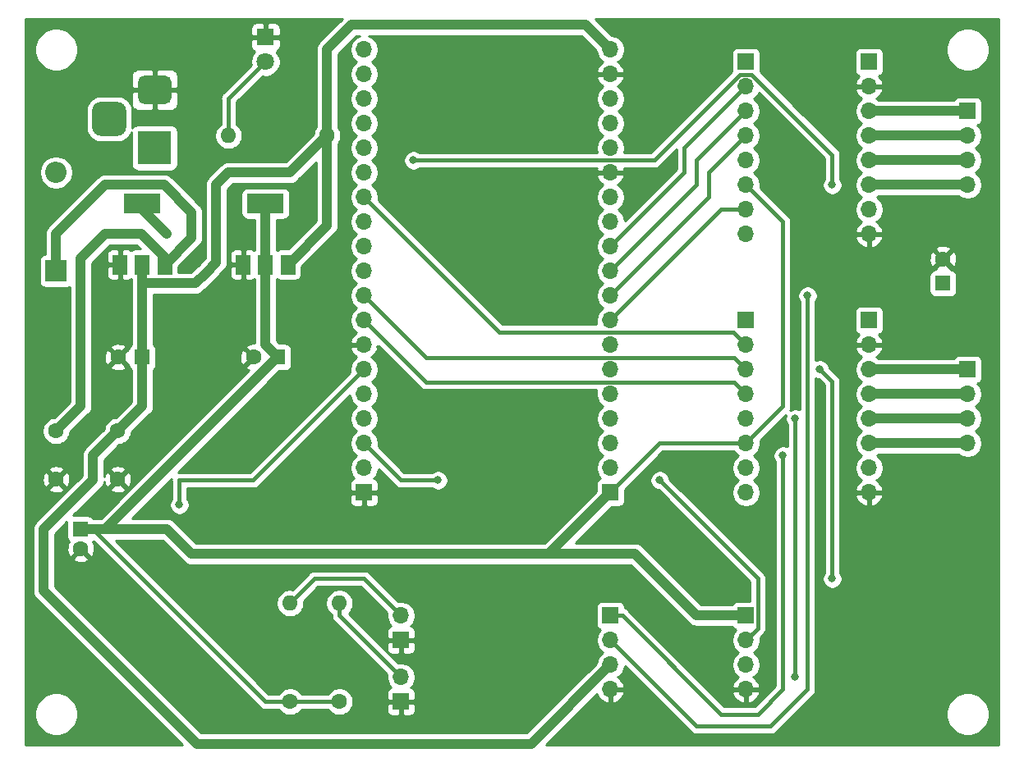
<source format=gbr>
G04 #@! TF.GenerationSoftware,KiCad,Pcbnew,5.1.6-c6e7f7d~86~ubuntu18.04.1*
G04 #@! TF.CreationDate,2020-06-24T19:05:53+01:00*
G04 #@! TF.ProjectId,placa_modular,706c6163-615f-46d6-9f64-756c61722e6b,V1.0*
G04 #@! TF.SameCoordinates,Original*
G04 #@! TF.FileFunction,Copper,L1,Top*
G04 #@! TF.FilePolarity,Positive*
%FSLAX46Y46*%
G04 Gerber Fmt 4.6, Leading zero omitted, Abs format (unit mm)*
G04 Created by KiCad (PCBNEW 5.1.6-c6e7f7d~86~ubuntu18.04.1) date 2020-06-24 19:05:53*
%MOMM*%
%LPD*%
G01*
G04 APERTURE LIST*
G04 #@! TA.AperFunction,ComponentPad*
%ADD10C,1.600000*%
G04 #@! TD*
G04 #@! TA.AperFunction,ComponentPad*
%ADD11R,1.600000X1.600000*%
G04 #@! TD*
G04 #@! TA.AperFunction,ComponentPad*
%ADD12O,2.200000X2.200000*%
G04 #@! TD*
G04 #@! TA.AperFunction,ComponentPad*
%ADD13R,2.200000X2.200000*%
G04 #@! TD*
G04 #@! TA.AperFunction,ComponentPad*
%ADD14C,1.800000*%
G04 #@! TD*
G04 #@! TA.AperFunction,ComponentPad*
%ADD15R,1.800000X1.800000*%
G04 #@! TD*
G04 #@! TA.AperFunction,ComponentPad*
%ADD16R,3.500000X3.500000*%
G04 #@! TD*
G04 #@! TA.AperFunction,ComponentPad*
%ADD17R,1.700000X1.700000*%
G04 #@! TD*
G04 #@! TA.AperFunction,ComponentPad*
%ADD18O,1.700000X1.700000*%
G04 #@! TD*
G04 #@! TA.AperFunction,ComponentPad*
%ADD19O,1.600000X1.600000*%
G04 #@! TD*
G04 #@! TA.AperFunction,SMDPad,CuDef*
%ADD20R,1.500000X2.000000*%
G04 #@! TD*
G04 #@! TA.AperFunction,SMDPad,CuDef*
%ADD21R,3.800000X2.000000*%
G04 #@! TD*
G04 #@! TA.AperFunction,ViaPad*
%ADD22C,0.800000*%
G04 #@! TD*
G04 #@! TA.AperFunction,Conductor*
%ADD23C,1.000000*%
G04 #@! TD*
G04 #@! TA.AperFunction,Conductor*
%ADD24C,0.400000*%
G04 #@! TD*
G04 #@! TA.AperFunction,Conductor*
%ADD25C,0.254000*%
G04 #@! TD*
G04 APERTURE END LIST*
D10*
X171450000Y-88940000D03*
D11*
X171450000Y-91440000D03*
D10*
X80010000Y-111680000D03*
X80010000Y-106680000D03*
D11*
X88900000Y-99060000D03*
D10*
X86400000Y-99060000D03*
X86360000Y-106680000D03*
X86360000Y-111680000D03*
X82550000Y-118840000D03*
D11*
X82550000Y-116840000D03*
D10*
X100370000Y-99060000D03*
D11*
X102870000Y-99060000D03*
D12*
X80010000Y-80010000D03*
D13*
X80010000Y-90170000D03*
D14*
X101600000Y-68580000D03*
D15*
X101600000Y-66040000D03*
G04 #@! TA.AperFunction,ComponentPad*
G36*
G01*
X84595000Y-72720000D02*
X86345000Y-72720000D01*
G75*
G02*
X87220000Y-73595000I0J-875000D01*
G01*
X87220000Y-75345000D01*
G75*
G02*
X86345000Y-76220000I-875000J0D01*
G01*
X84595000Y-76220000D01*
G75*
G02*
X83720000Y-75345000I0J875000D01*
G01*
X83720000Y-73595000D01*
G75*
G02*
X84595000Y-72720000I875000J0D01*
G01*
G37*
G04 #@! TD.AperFunction*
G04 #@! TA.AperFunction,ComponentPad*
G36*
G01*
X89170000Y-69970000D02*
X91170000Y-69970000D01*
G75*
G02*
X91920000Y-70720000I0J-750000D01*
G01*
X91920000Y-72220000D01*
G75*
G02*
X91170000Y-72970000I-750000J0D01*
G01*
X89170000Y-72970000D01*
G75*
G02*
X88420000Y-72220000I0J750000D01*
G01*
X88420000Y-70720000D01*
G75*
G02*
X89170000Y-69970000I750000J0D01*
G01*
G37*
G04 #@! TD.AperFunction*
D16*
X90170000Y-77470000D03*
D17*
X137160000Y-113030000D03*
D18*
X137160000Y-110490000D03*
X137160000Y-107950000D03*
X137160000Y-105410000D03*
X137160000Y-102870000D03*
X137160000Y-100330000D03*
X137160000Y-97790000D03*
X137160000Y-95250000D03*
X137160000Y-92710000D03*
X137160000Y-90170000D03*
X137160000Y-87630000D03*
X137160000Y-85090000D03*
X137160000Y-82550000D03*
X137160000Y-80010000D03*
X137160000Y-77470000D03*
X137160000Y-74930000D03*
X137160000Y-72390000D03*
X137160000Y-69850000D03*
X137160000Y-67310000D03*
X111760000Y-67310000D03*
X111760000Y-69850000D03*
X111760000Y-72390000D03*
X111760000Y-74930000D03*
X111760000Y-77470000D03*
X111760000Y-80010000D03*
X111760000Y-82550000D03*
X111760000Y-85090000D03*
X111760000Y-87630000D03*
X111760000Y-90170000D03*
X111760000Y-92710000D03*
X111760000Y-95250000D03*
X111760000Y-97790000D03*
X111760000Y-100330000D03*
X111760000Y-102870000D03*
X111760000Y-105410000D03*
X111760000Y-107950000D03*
X111760000Y-110490000D03*
D17*
X111760000Y-113030000D03*
X115570000Y-134620000D03*
D18*
X115570000Y-132080000D03*
X115570000Y-125730000D03*
D17*
X115570000Y-128270000D03*
X137160000Y-125730000D03*
D18*
X137160000Y-128270000D03*
X137160000Y-130810000D03*
X137160000Y-133350000D03*
X151130000Y-133350000D03*
X151130000Y-130810000D03*
X151130000Y-128270000D03*
D17*
X151130000Y-125730000D03*
D18*
X151130000Y-86360000D03*
X151130000Y-83820000D03*
X151130000Y-81280000D03*
X151130000Y-78740000D03*
X151130000Y-76200000D03*
X151130000Y-73660000D03*
X151130000Y-71120000D03*
D17*
X151130000Y-68580000D03*
D18*
X151130000Y-113030000D03*
X151130000Y-110490000D03*
X151130000Y-107950000D03*
X151130000Y-105410000D03*
X151130000Y-102870000D03*
X151130000Y-100330000D03*
X151130000Y-97790000D03*
D17*
X151130000Y-95250000D03*
X163830000Y-68580000D03*
D18*
X163830000Y-71120000D03*
X163830000Y-73660000D03*
X163830000Y-76200000D03*
X163830000Y-78740000D03*
X163830000Y-81280000D03*
X163830000Y-83820000D03*
X163830000Y-86360000D03*
D17*
X163830000Y-95250000D03*
D18*
X163830000Y-97790000D03*
X163830000Y-100330000D03*
X163830000Y-102870000D03*
X163830000Y-105410000D03*
X163830000Y-107950000D03*
X163830000Y-110490000D03*
X163830000Y-113030000D03*
X173990000Y-81280000D03*
X173990000Y-78740000D03*
X173990000Y-76200000D03*
D17*
X173990000Y-73660000D03*
X173990000Y-100330000D03*
D18*
X173990000Y-102870000D03*
X173990000Y-105410000D03*
X173990000Y-107950000D03*
D19*
X109220000Y-124460000D03*
D10*
X109220000Y-134620000D03*
X104140000Y-134620000D03*
D19*
X104140000Y-124460000D03*
X97790000Y-76200000D03*
D10*
X107950000Y-76200000D03*
D20*
X86600000Y-89510000D03*
X91200000Y-89510000D03*
X88900000Y-89510000D03*
D21*
X88900000Y-83210000D03*
X101600000Y-83210000D03*
D20*
X101600000Y-89510000D03*
X103900000Y-89510000D03*
X99300000Y-89510000D03*
D22*
X132080000Y-85090000D03*
X115570000Y-102870000D03*
X91440000Y-86360000D03*
X95439999Y-90359999D03*
X160020000Y-121920000D03*
X158750000Y-100330000D03*
X156210000Y-105410000D03*
X156210000Y-132080000D03*
X142240000Y-111760000D03*
X119380000Y-111760000D03*
X92710000Y-114300000D03*
X157480000Y-92710000D03*
X154940000Y-109220000D03*
X160020000Y-81280000D03*
X116840000Y-78740000D03*
D23*
X80010000Y-90170000D02*
X80010000Y-86360000D01*
X80010000Y-86360000D02*
X85090000Y-81280000D01*
X91130002Y-81280000D02*
X93980000Y-84129998D01*
X85090000Y-81280000D02*
X91130002Y-81280000D01*
X93980000Y-86730000D02*
X91200000Y-89510000D01*
X93980000Y-84129998D02*
X93980000Y-86730000D01*
X82550000Y-104140000D02*
X80010000Y-106680000D01*
X82550000Y-88900000D02*
X82550000Y-104140000D01*
X88760002Y-86360000D02*
X85090000Y-86360000D01*
X91200000Y-89510000D02*
X91200000Y-88799998D01*
X85090000Y-86360000D02*
X82550000Y-88900000D01*
X91200000Y-88799998D02*
X88760002Y-86360000D01*
D24*
X88900000Y-89510000D02*
X88900000Y-89760000D01*
X88900000Y-89510000D02*
X88900000Y-90910000D01*
D23*
X88900000Y-99060000D02*
X88900000Y-93980000D01*
X88900000Y-91440000D02*
X88900000Y-89510000D01*
X88900000Y-93980000D02*
X88900000Y-91440000D01*
X97790000Y-80010000D02*
X104140000Y-80010000D01*
X96520000Y-81280000D02*
X97790000Y-80010000D01*
X96520000Y-89279998D02*
X96520000Y-81280000D01*
X88900000Y-91440000D02*
X94359998Y-91440000D01*
X104140000Y-80010000D02*
X107950000Y-76200000D01*
X107950000Y-85460000D02*
X103900000Y-89510000D01*
X107950000Y-76200000D02*
X107950000Y-85460000D01*
X134620000Y-64770000D02*
X137160000Y-67310000D01*
X110490000Y-64770000D02*
X134620000Y-64770000D01*
X107950000Y-76200000D02*
X107950000Y-67310000D01*
X107950000Y-67310000D02*
X110490000Y-64770000D01*
X88900000Y-104140000D02*
X88900000Y-99060000D01*
X86360000Y-106680000D02*
X88900000Y-104140000D01*
X128995010Y-138974990D02*
X94524990Y-138974990D01*
X137160000Y-130810000D02*
X128995010Y-138974990D01*
X94524990Y-138974990D02*
X78740000Y-123190000D01*
X78740000Y-123190000D02*
X78740000Y-116840000D01*
X78740000Y-116840000D02*
X83820000Y-111760000D01*
X83820000Y-109220000D02*
X86360000Y-106680000D01*
X83820000Y-111760000D02*
X83820000Y-109220000D01*
X88900000Y-83210000D02*
X88900000Y-83820000D01*
X88900000Y-83820000D02*
X91440000Y-86360000D01*
X94359998Y-91440000D02*
X95439999Y-90359999D01*
X95439999Y-90359999D02*
X96520000Y-89279998D01*
X101600000Y-97790000D02*
X102870000Y-99060000D01*
X101600000Y-89510000D02*
X101600000Y-97790000D01*
X102870000Y-99060000D02*
X85090000Y-116840000D01*
D24*
X101600000Y-134620000D02*
X83820000Y-116840000D01*
D23*
X85090000Y-116840000D02*
X83820000Y-116840000D01*
D24*
X104140000Y-134620000D02*
X101600000Y-134620000D01*
D23*
X83820000Y-116840000D02*
X82550000Y-116840000D01*
D24*
X109220000Y-134620000D02*
X104140000Y-134620000D01*
D23*
X137160000Y-113030000D02*
X130810000Y-119380000D01*
X130810000Y-119380000D02*
X93980000Y-119380000D01*
X91440000Y-116840000D02*
X82550000Y-116840000D01*
X93980000Y-119380000D02*
X91440000Y-116840000D01*
X151130000Y-125730000D02*
X146050000Y-125730000D01*
X139700000Y-119380000D02*
X130810000Y-119380000D01*
X146050000Y-125730000D02*
X139700000Y-119380000D01*
D24*
X142240000Y-107950000D02*
X137160000Y-113030000D01*
X151130000Y-107950000D02*
X142240000Y-107950000D01*
D23*
X101600000Y-89510000D02*
X101600000Y-83210000D01*
D24*
X154940000Y-104140000D02*
X151130000Y-107950000D01*
X151130000Y-81280000D02*
X154940000Y-85090000D01*
X154940000Y-85090000D02*
X154940000Y-104140000D01*
X97790000Y-72390000D02*
X101600000Y-68580000D01*
X97790000Y-76200000D02*
X97790000Y-72390000D01*
X144780000Y-77470000D02*
X151130000Y-71120000D01*
X137160000Y-87630000D02*
X144780000Y-80010000D01*
X144780000Y-80010000D02*
X144780000Y-77470000D01*
X137160000Y-90170000D02*
X146050000Y-81280000D01*
X146050000Y-81280000D02*
X146050000Y-78740000D01*
X146050000Y-78740000D02*
X151130000Y-73660000D01*
X137160000Y-92710000D02*
X147320000Y-82550000D01*
X147320000Y-82550000D02*
X147320000Y-80010000D01*
X147320000Y-80010000D02*
X151130000Y-76200000D01*
X137160000Y-95250000D02*
X148590000Y-83820000D01*
X148590000Y-83820000D02*
X151130000Y-83820000D01*
X109220000Y-125730000D02*
X115570000Y-132080000D01*
X109220000Y-124460000D02*
X109220000Y-125730000D01*
X160020000Y-121920000D02*
X160020000Y-101600000D01*
X160020000Y-101600000D02*
X158750000Y-100330000D01*
X111760000Y-121920000D02*
X115570000Y-125730000D01*
X104140000Y-124460000D02*
X106680000Y-121920000D01*
X106680000Y-121920000D02*
X111760000Y-121920000D01*
X156210000Y-105410000D02*
X156210000Y-132080000D01*
X152380001Y-121900001D02*
X142240000Y-111760000D01*
X151130000Y-128270000D02*
X152380001Y-127019999D01*
X152380001Y-127019999D02*
X152380001Y-121900001D01*
X115570000Y-111760000D02*
X111760000Y-107950000D01*
X119380000Y-111760000D02*
X115570000Y-111760000D01*
X92710000Y-114300000D02*
X92710000Y-111760000D01*
X100330000Y-111760000D02*
X111760000Y-100330000D01*
X92710000Y-111760000D02*
X100330000Y-111760000D01*
X118129999Y-101619999D02*
X111760000Y-95250000D01*
X149879999Y-101619999D02*
X118129999Y-101619999D01*
X151130000Y-102870000D02*
X149879999Y-101619999D01*
X149879999Y-99079999D02*
X118129999Y-99079999D01*
X118129999Y-99079999D02*
X111760000Y-92710000D01*
X151130000Y-100330000D02*
X149879999Y-99079999D01*
X137160000Y-128270000D02*
X146050000Y-137160000D01*
X146050000Y-137160000D02*
X153670000Y-137160000D01*
X153670000Y-137160000D02*
X157480000Y-133350000D01*
X157480000Y-133350000D02*
X157480000Y-92710000D01*
X138410000Y-125730000D02*
X148590000Y-135910000D01*
X137160000Y-125730000D02*
X138410000Y-125730000D01*
X148590000Y-135910000D02*
X152380000Y-135910000D01*
X152380000Y-135910000D02*
X154940000Y-133350000D01*
X154940000Y-133350000D02*
X154940000Y-109220000D01*
X141659998Y-78740000D02*
X116840000Y-78740000D01*
X150529999Y-69869999D02*
X141659998Y-78740000D01*
X160020000Y-81280000D02*
X160020000Y-78159998D01*
X151730001Y-69869999D02*
X150529999Y-69869999D01*
X160020000Y-78159998D02*
X151730001Y-69869999D01*
X125710001Y-96500001D02*
X111760000Y-82550000D01*
X149840001Y-96500001D02*
X125710001Y-96500001D01*
X151130000Y-97790000D02*
X149840001Y-96500001D01*
D23*
X163830000Y-73660000D02*
X173990000Y-73660000D01*
X163830000Y-76200000D02*
X173990000Y-76200000D01*
X163830000Y-78740000D02*
X173990000Y-78740000D01*
X163830000Y-81280000D02*
X173990000Y-81280000D01*
X163830000Y-100330000D02*
X173990000Y-100330000D01*
X163830000Y-102870000D02*
X173990000Y-102870000D01*
X163830000Y-105410000D02*
X173990000Y-105410000D01*
X163830000Y-107950000D02*
X173990000Y-107950000D01*
D25*
G36*
X177140001Y-139040000D02*
G01*
X130535131Y-139040000D01*
X135753368Y-133821765D01*
X135763175Y-133854099D01*
X135888359Y-134116920D01*
X136062412Y-134350269D01*
X136278645Y-134545178D01*
X136528748Y-134694157D01*
X136803109Y-134791481D01*
X137033000Y-134670814D01*
X137033000Y-133477000D01*
X137287000Y-133477000D01*
X137287000Y-134670814D01*
X137516891Y-134791481D01*
X137791252Y-134694157D01*
X138041355Y-134545178D01*
X138257588Y-134350269D01*
X138431641Y-134116920D01*
X138556825Y-133854099D01*
X138601476Y-133706890D01*
X138480155Y-133477000D01*
X137287000Y-133477000D01*
X137033000Y-133477000D01*
X137013000Y-133477000D01*
X137013000Y-133223000D01*
X137033000Y-133223000D01*
X137033000Y-133203000D01*
X137287000Y-133203000D01*
X137287000Y-133223000D01*
X138480155Y-133223000D01*
X138601476Y-132993110D01*
X138556825Y-132845901D01*
X138431641Y-132583080D01*
X138257588Y-132349731D01*
X138041355Y-132154822D01*
X137924466Y-132085195D01*
X138106632Y-131963475D01*
X138313475Y-131756632D01*
X138475990Y-131513411D01*
X138587932Y-131243158D01*
X138645000Y-130956260D01*
X138645000Y-130935867D01*
X145430563Y-137721432D01*
X145456709Y-137753291D01*
X145583854Y-137857636D01*
X145728913Y-137935172D01*
X145886311Y-137982918D01*
X146008981Y-137995000D01*
X146008982Y-137995000D01*
X146050000Y-137999040D01*
X146091018Y-137995000D01*
X153628982Y-137995000D01*
X153670000Y-137999040D01*
X153711018Y-137995000D01*
X153711019Y-137995000D01*
X153833689Y-137982918D01*
X153991087Y-137935172D01*
X154136146Y-137857636D01*
X154263291Y-137753291D01*
X154289446Y-137721421D01*
X156340996Y-135669872D01*
X171755000Y-135669872D01*
X171755000Y-136110128D01*
X171840890Y-136541925D01*
X172009369Y-136948669D01*
X172253962Y-137314729D01*
X172565271Y-137626038D01*
X172931331Y-137870631D01*
X173338075Y-138039110D01*
X173769872Y-138125000D01*
X174210128Y-138125000D01*
X174641925Y-138039110D01*
X175048669Y-137870631D01*
X175414729Y-137626038D01*
X175726038Y-137314729D01*
X175970631Y-136948669D01*
X176139110Y-136541925D01*
X176225000Y-136110128D01*
X176225000Y-135669872D01*
X176139110Y-135238075D01*
X175970631Y-134831331D01*
X175726038Y-134465271D01*
X175414729Y-134153962D01*
X175048669Y-133909369D01*
X174641925Y-133740890D01*
X174210128Y-133655000D01*
X173769872Y-133655000D01*
X173338075Y-133740890D01*
X172931331Y-133909369D01*
X172565271Y-134153962D01*
X172253962Y-134465271D01*
X172009369Y-134831331D01*
X171840890Y-135238075D01*
X171755000Y-135669872D01*
X156340996Y-135669872D01*
X158041433Y-133969436D01*
X158073291Y-133943291D01*
X158177636Y-133816146D01*
X158255172Y-133671087D01*
X158302918Y-133513689D01*
X158315000Y-133391019D01*
X158315000Y-133391018D01*
X158319040Y-133350000D01*
X158315000Y-133308982D01*
X158315000Y-101270093D01*
X158448102Y-101325226D01*
X158593225Y-101354093D01*
X159185001Y-101945869D01*
X159185000Y-121306715D01*
X159102795Y-121429744D01*
X159024774Y-121618102D01*
X158985000Y-121818061D01*
X158985000Y-122021939D01*
X159024774Y-122221898D01*
X159102795Y-122410256D01*
X159216063Y-122579774D01*
X159360226Y-122723937D01*
X159529744Y-122837205D01*
X159718102Y-122915226D01*
X159918061Y-122955000D01*
X160121939Y-122955000D01*
X160321898Y-122915226D01*
X160510256Y-122837205D01*
X160679774Y-122723937D01*
X160823937Y-122579774D01*
X160937205Y-122410256D01*
X161015226Y-122221898D01*
X161055000Y-122021939D01*
X161055000Y-121818061D01*
X161015226Y-121618102D01*
X160937205Y-121429744D01*
X160855000Y-121306715D01*
X160855000Y-113386890D01*
X162388524Y-113386890D01*
X162433175Y-113534099D01*
X162558359Y-113796920D01*
X162732412Y-114030269D01*
X162948645Y-114225178D01*
X163198748Y-114374157D01*
X163473109Y-114471481D01*
X163703000Y-114350814D01*
X163703000Y-113157000D01*
X163957000Y-113157000D01*
X163957000Y-114350814D01*
X164186891Y-114471481D01*
X164461252Y-114374157D01*
X164711355Y-114225178D01*
X164927588Y-114030269D01*
X165101641Y-113796920D01*
X165226825Y-113534099D01*
X165271476Y-113386890D01*
X165150155Y-113157000D01*
X163957000Y-113157000D01*
X163703000Y-113157000D01*
X162509845Y-113157000D01*
X162388524Y-113386890D01*
X160855000Y-113386890D01*
X160855000Y-101641015D01*
X160859040Y-101599999D01*
X160847563Y-101483475D01*
X160842918Y-101436311D01*
X160795172Y-101278913D01*
X160717636Y-101133854D01*
X160613291Y-101006709D01*
X160581426Y-100980558D01*
X159784608Y-100183740D01*
X162345000Y-100183740D01*
X162345000Y-100476260D01*
X162402068Y-100763158D01*
X162514010Y-101033411D01*
X162676525Y-101276632D01*
X162883368Y-101483475D01*
X163057760Y-101600000D01*
X162883368Y-101716525D01*
X162676525Y-101923368D01*
X162514010Y-102166589D01*
X162402068Y-102436842D01*
X162345000Y-102723740D01*
X162345000Y-103016260D01*
X162402068Y-103303158D01*
X162514010Y-103573411D01*
X162676525Y-103816632D01*
X162883368Y-104023475D01*
X163057760Y-104140000D01*
X162883368Y-104256525D01*
X162676525Y-104463368D01*
X162514010Y-104706589D01*
X162402068Y-104976842D01*
X162345000Y-105263740D01*
X162345000Y-105556260D01*
X162402068Y-105843158D01*
X162514010Y-106113411D01*
X162676525Y-106356632D01*
X162883368Y-106563475D01*
X163057760Y-106680000D01*
X162883368Y-106796525D01*
X162676525Y-107003368D01*
X162514010Y-107246589D01*
X162402068Y-107516842D01*
X162345000Y-107803740D01*
X162345000Y-108096260D01*
X162402068Y-108383158D01*
X162514010Y-108653411D01*
X162676525Y-108896632D01*
X162883368Y-109103475D01*
X163057760Y-109220000D01*
X162883368Y-109336525D01*
X162676525Y-109543368D01*
X162514010Y-109786589D01*
X162402068Y-110056842D01*
X162345000Y-110343740D01*
X162345000Y-110636260D01*
X162402068Y-110923158D01*
X162514010Y-111193411D01*
X162676525Y-111436632D01*
X162883368Y-111643475D01*
X163065534Y-111765195D01*
X162948645Y-111834822D01*
X162732412Y-112029731D01*
X162558359Y-112263080D01*
X162433175Y-112525901D01*
X162388524Y-112673110D01*
X162509845Y-112903000D01*
X163703000Y-112903000D01*
X163703000Y-112883000D01*
X163957000Y-112883000D01*
X163957000Y-112903000D01*
X165150155Y-112903000D01*
X165271476Y-112673110D01*
X165226825Y-112525901D01*
X165101641Y-112263080D01*
X164927588Y-112029731D01*
X164711355Y-111834822D01*
X164594466Y-111765195D01*
X164776632Y-111643475D01*
X164983475Y-111436632D01*
X165145990Y-111193411D01*
X165257932Y-110923158D01*
X165315000Y-110636260D01*
X165315000Y-110343740D01*
X165257932Y-110056842D01*
X165145990Y-109786589D01*
X164983475Y-109543368D01*
X164776632Y-109336525D01*
X164602240Y-109220000D01*
X164776632Y-109103475D01*
X164795107Y-109085000D01*
X173024893Y-109085000D01*
X173043368Y-109103475D01*
X173286589Y-109265990D01*
X173556842Y-109377932D01*
X173843740Y-109435000D01*
X174136260Y-109435000D01*
X174423158Y-109377932D01*
X174693411Y-109265990D01*
X174936632Y-109103475D01*
X175143475Y-108896632D01*
X175305990Y-108653411D01*
X175417932Y-108383158D01*
X175475000Y-108096260D01*
X175475000Y-107803740D01*
X175417932Y-107516842D01*
X175305990Y-107246589D01*
X175143475Y-107003368D01*
X174936632Y-106796525D01*
X174762240Y-106680000D01*
X174936632Y-106563475D01*
X175143475Y-106356632D01*
X175305990Y-106113411D01*
X175417932Y-105843158D01*
X175475000Y-105556260D01*
X175475000Y-105263740D01*
X175417932Y-104976842D01*
X175305990Y-104706589D01*
X175143475Y-104463368D01*
X174936632Y-104256525D01*
X174762240Y-104140000D01*
X174936632Y-104023475D01*
X175143475Y-103816632D01*
X175305990Y-103573411D01*
X175417932Y-103303158D01*
X175475000Y-103016260D01*
X175475000Y-102723740D01*
X175417932Y-102436842D01*
X175305990Y-102166589D01*
X175143475Y-101923368D01*
X175011620Y-101791513D01*
X175084180Y-101769502D01*
X175194494Y-101710537D01*
X175291185Y-101631185D01*
X175370537Y-101534494D01*
X175429502Y-101424180D01*
X175465812Y-101304482D01*
X175478072Y-101180000D01*
X175478072Y-99480000D01*
X175465812Y-99355518D01*
X175429502Y-99235820D01*
X175370537Y-99125506D01*
X175291185Y-99028815D01*
X175194494Y-98949463D01*
X175084180Y-98890498D01*
X174964482Y-98854188D01*
X174840000Y-98841928D01*
X173140000Y-98841928D01*
X173015518Y-98854188D01*
X172895820Y-98890498D01*
X172785506Y-98949463D01*
X172688815Y-99028815D01*
X172609463Y-99125506D01*
X172572317Y-99195000D01*
X164795107Y-99195000D01*
X164776632Y-99176525D01*
X164594466Y-99054805D01*
X164711355Y-98985178D01*
X164927588Y-98790269D01*
X165101641Y-98556920D01*
X165226825Y-98294099D01*
X165271476Y-98146890D01*
X165150155Y-97917000D01*
X163957000Y-97917000D01*
X163957000Y-97937000D01*
X163703000Y-97937000D01*
X163703000Y-97917000D01*
X162509845Y-97917000D01*
X162388524Y-98146890D01*
X162433175Y-98294099D01*
X162558359Y-98556920D01*
X162732412Y-98790269D01*
X162948645Y-98985178D01*
X163065534Y-99054805D01*
X162883368Y-99176525D01*
X162676525Y-99383368D01*
X162514010Y-99626589D01*
X162402068Y-99896842D01*
X162345000Y-100183740D01*
X159784608Y-100183740D01*
X159774093Y-100173225D01*
X159745226Y-100028102D01*
X159667205Y-99839744D01*
X159553937Y-99670226D01*
X159409774Y-99526063D01*
X159240256Y-99412795D01*
X159051898Y-99334774D01*
X158851939Y-99295000D01*
X158648061Y-99295000D01*
X158448102Y-99334774D01*
X158315000Y-99389907D01*
X158315000Y-94400000D01*
X162341928Y-94400000D01*
X162341928Y-96100000D01*
X162354188Y-96224482D01*
X162390498Y-96344180D01*
X162449463Y-96454494D01*
X162528815Y-96551185D01*
X162625506Y-96630537D01*
X162735820Y-96689502D01*
X162816466Y-96713966D01*
X162732412Y-96789731D01*
X162558359Y-97023080D01*
X162433175Y-97285901D01*
X162388524Y-97433110D01*
X162509845Y-97663000D01*
X163703000Y-97663000D01*
X163703000Y-97643000D01*
X163957000Y-97643000D01*
X163957000Y-97663000D01*
X165150155Y-97663000D01*
X165271476Y-97433110D01*
X165226825Y-97285901D01*
X165101641Y-97023080D01*
X164927588Y-96789731D01*
X164843534Y-96713966D01*
X164924180Y-96689502D01*
X165034494Y-96630537D01*
X165131185Y-96551185D01*
X165210537Y-96454494D01*
X165269502Y-96344180D01*
X165305812Y-96224482D01*
X165318072Y-96100000D01*
X165318072Y-94400000D01*
X165305812Y-94275518D01*
X165269502Y-94155820D01*
X165210537Y-94045506D01*
X165131185Y-93948815D01*
X165034494Y-93869463D01*
X164924180Y-93810498D01*
X164804482Y-93774188D01*
X164680000Y-93761928D01*
X162980000Y-93761928D01*
X162855518Y-93774188D01*
X162735820Y-93810498D01*
X162625506Y-93869463D01*
X162528815Y-93948815D01*
X162449463Y-94045506D01*
X162390498Y-94155820D01*
X162354188Y-94275518D01*
X162341928Y-94400000D01*
X158315000Y-94400000D01*
X158315000Y-93323285D01*
X158397205Y-93200256D01*
X158475226Y-93011898D01*
X158515000Y-92811939D01*
X158515000Y-92608061D01*
X158475226Y-92408102D01*
X158397205Y-92219744D01*
X158283937Y-92050226D01*
X158139774Y-91906063D01*
X157970256Y-91792795D01*
X157781898Y-91714774D01*
X157581939Y-91675000D01*
X157378061Y-91675000D01*
X157178102Y-91714774D01*
X156989744Y-91792795D01*
X156820226Y-91906063D01*
X156676063Y-92050226D01*
X156562795Y-92219744D01*
X156484774Y-92408102D01*
X156445000Y-92608061D01*
X156445000Y-92811939D01*
X156484774Y-93011898D01*
X156562795Y-93200256D01*
X156645001Y-93323286D01*
X156645001Y-104469907D01*
X156511898Y-104414774D01*
X156311939Y-104375000D01*
X156108061Y-104375000D01*
X155908102Y-104414774D01*
X155719744Y-104492795D01*
X155686268Y-104515163D01*
X155715172Y-104461087D01*
X155762918Y-104303689D01*
X155775000Y-104181019D01*
X155775000Y-104181018D01*
X155779040Y-104140000D01*
X155775000Y-104098982D01*
X155775000Y-90640000D01*
X170011928Y-90640000D01*
X170011928Y-92240000D01*
X170024188Y-92364482D01*
X170060498Y-92484180D01*
X170119463Y-92594494D01*
X170198815Y-92691185D01*
X170295506Y-92770537D01*
X170405820Y-92829502D01*
X170525518Y-92865812D01*
X170650000Y-92878072D01*
X172250000Y-92878072D01*
X172374482Y-92865812D01*
X172494180Y-92829502D01*
X172604494Y-92770537D01*
X172701185Y-92691185D01*
X172780537Y-92594494D01*
X172839502Y-92484180D01*
X172875812Y-92364482D01*
X172888072Y-92240000D01*
X172888072Y-90640000D01*
X172875812Y-90515518D01*
X172839502Y-90395820D01*
X172780537Y-90285506D01*
X172701185Y-90188815D01*
X172604494Y-90109463D01*
X172494180Y-90050498D01*
X172374482Y-90014188D01*
X172250000Y-90001928D01*
X172242785Y-90001928D01*
X172263097Y-89932702D01*
X171450000Y-89119605D01*
X170636903Y-89932702D01*
X170657215Y-90001928D01*
X170650000Y-90001928D01*
X170525518Y-90014188D01*
X170405820Y-90050498D01*
X170295506Y-90109463D01*
X170198815Y-90188815D01*
X170119463Y-90285506D01*
X170060498Y-90395820D01*
X170024188Y-90515518D01*
X170011928Y-90640000D01*
X155775000Y-90640000D01*
X155775000Y-89010512D01*
X170009783Y-89010512D01*
X170051213Y-89290130D01*
X170146397Y-89556292D01*
X170213329Y-89681514D01*
X170457298Y-89753097D01*
X171270395Y-88940000D01*
X171629605Y-88940000D01*
X172442702Y-89753097D01*
X172686671Y-89681514D01*
X172807571Y-89426004D01*
X172876300Y-89151816D01*
X172890217Y-88869488D01*
X172848787Y-88589870D01*
X172753603Y-88323708D01*
X172686671Y-88198486D01*
X172442702Y-88126903D01*
X171629605Y-88940000D01*
X171270395Y-88940000D01*
X170457298Y-88126903D01*
X170213329Y-88198486D01*
X170092429Y-88453996D01*
X170023700Y-88728184D01*
X170009783Y-89010512D01*
X155775000Y-89010512D01*
X155775000Y-87947298D01*
X170636903Y-87947298D01*
X171450000Y-88760395D01*
X172263097Y-87947298D01*
X172191514Y-87703329D01*
X171936004Y-87582429D01*
X171661816Y-87513700D01*
X171379488Y-87499783D01*
X171099870Y-87541213D01*
X170833708Y-87636397D01*
X170708486Y-87703329D01*
X170636903Y-87947298D01*
X155775000Y-87947298D01*
X155775000Y-86716890D01*
X162388524Y-86716890D01*
X162433175Y-86864099D01*
X162558359Y-87126920D01*
X162732412Y-87360269D01*
X162948645Y-87555178D01*
X163198748Y-87704157D01*
X163473109Y-87801481D01*
X163703000Y-87680814D01*
X163703000Y-86487000D01*
X163957000Y-86487000D01*
X163957000Y-87680814D01*
X164186891Y-87801481D01*
X164461252Y-87704157D01*
X164711355Y-87555178D01*
X164927588Y-87360269D01*
X165101641Y-87126920D01*
X165226825Y-86864099D01*
X165271476Y-86716890D01*
X165150155Y-86487000D01*
X163957000Y-86487000D01*
X163703000Y-86487000D01*
X162509845Y-86487000D01*
X162388524Y-86716890D01*
X155775000Y-86716890D01*
X155775000Y-85131018D01*
X155779040Y-85090000D01*
X155762918Y-84926312D01*
X155739185Y-84848072D01*
X155715172Y-84768913D01*
X155637636Y-84623854D01*
X155614097Y-84595172D01*
X155559439Y-84528570D01*
X155559437Y-84528568D01*
X155533291Y-84496709D01*
X155501433Y-84470564D01*
X152588807Y-81557940D01*
X152615000Y-81426260D01*
X152615000Y-81133740D01*
X152557932Y-80846842D01*
X152445990Y-80576589D01*
X152283475Y-80333368D01*
X152076632Y-80126525D01*
X151902240Y-80010000D01*
X152076632Y-79893475D01*
X152283475Y-79686632D01*
X152445990Y-79443411D01*
X152557932Y-79173158D01*
X152615000Y-78886260D01*
X152615000Y-78593740D01*
X152557932Y-78306842D01*
X152445990Y-78036589D01*
X152283475Y-77793368D01*
X152076632Y-77586525D01*
X151902240Y-77470000D01*
X152076632Y-77353475D01*
X152283475Y-77146632D01*
X152445990Y-76903411D01*
X152557932Y-76633158D01*
X152615000Y-76346260D01*
X152615000Y-76053740D01*
X152557932Y-75766842D01*
X152445990Y-75496589D01*
X152283475Y-75253368D01*
X152076632Y-75046525D01*
X151902240Y-74930000D01*
X152076632Y-74813475D01*
X152283475Y-74606632D01*
X152445990Y-74363411D01*
X152557932Y-74093158D01*
X152615000Y-73806260D01*
X152615000Y-73513740D01*
X152557932Y-73226842D01*
X152445990Y-72956589D01*
X152283475Y-72713368D01*
X152076632Y-72506525D01*
X151902240Y-72390000D01*
X152076632Y-72273475D01*
X152283475Y-72066632D01*
X152445990Y-71823411D01*
X152462555Y-71783420D01*
X159185001Y-78505867D01*
X159185000Y-80666715D01*
X159102795Y-80789744D01*
X159024774Y-80978102D01*
X158985000Y-81178061D01*
X158985000Y-81381939D01*
X159024774Y-81581898D01*
X159102795Y-81770256D01*
X159216063Y-81939774D01*
X159360226Y-82083937D01*
X159529744Y-82197205D01*
X159718102Y-82275226D01*
X159918061Y-82315000D01*
X160121939Y-82315000D01*
X160321898Y-82275226D01*
X160510256Y-82197205D01*
X160679774Y-82083937D01*
X160823937Y-81939774D01*
X160937205Y-81770256D01*
X161015226Y-81581898D01*
X161055000Y-81381939D01*
X161055000Y-81178061D01*
X161015226Y-80978102D01*
X160937205Y-80789744D01*
X160855000Y-80666715D01*
X160855000Y-78201016D01*
X160859040Y-78159997D01*
X160842918Y-77996309D01*
X160795172Y-77838911D01*
X160717636Y-77693852D01*
X160710371Y-77685000D01*
X160613291Y-77566707D01*
X160581427Y-77540557D01*
X156554610Y-73513740D01*
X162345000Y-73513740D01*
X162345000Y-73806260D01*
X162402068Y-74093158D01*
X162514010Y-74363411D01*
X162676525Y-74606632D01*
X162883368Y-74813475D01*
X163057760Y-74930000D01*
X162883368Y-75046525D01*
X162676525Y-75253368D01*
X162514010Y-75496589D01*
X162402068Y-75766842D01*
X162345000Y-76053740D01*
X162345000Y-76346260D01*
X162402068Y-76633158D01*
X162514010Y-76903411D01*
X162676525Y-77146632D01*
X162883368Y-77353475D01*
X163057760Y-77470000D01*
X162883368Y-77586525D01*
X162676525Y-77793368D01*
X162514010Y-78036589D01*
X162402068Y-78306842D01*
X162345000Y-78593740D01*
X162345000Y-78886260D01*
X162402068Y-79173158D01*
X162514010Y-79443411D01*
X162676525Y-79686632D01*
X162883368Y-79893475D01*
X163057760Y-80010000D01*
X162883368Y-80126525D01*
X162676525Y-80333368D01*
X162514010Y-80576589D01*
X162402068Y-80846842D01*
X162345000Y-81133740D01*
X162345000Y-81426260D01*
X162402068Y-81713158D01*
X162514010Y-81983411D01*
X162676525Y-82226632D01*
X162883368Y-82433475D01*
X163057760Y-82550000D01*
X162883368Y-82666525D01*
X162676525Y-82873368D01*
X162514010Y-83116589D01*
X162402068Y-83386842D01*
X162345000Y-83673740D01*
X162345000Y-83966260D01*
X162402068Y-84253158D01*
X162514010Y-84523411D01*
X162676525Y-84766632D01*
X162883368Y-84973475D01*
X163065534Y-85095195D01*
X162948645Y-85164822D01*
X162732412Y-85359731D01*
X162558359Y-85593080D01*
X162433175Y-85855901D01*
X162388524Y-86003110D01*
X162509845Y-86233000D01*
X163703000Y-86233000D01*
X163703000Y-86213000D01*
X163957000Y-86213000D01*
X163957000Y-86233000D01*
X165150155Y-86233000D01*
X165271476Y-86003110D01*
X165226825Y-85855901D01*
X165101641Y-85593080D01*
X164927588Y-85359731D01*
X164711355Y-85164822D01*
X164594466Y-85095195D01*
X164776632Y-84973475D01*
X164983475Y-84766632D01*
X165145990Y-84523411D01*
X165257932Y-84253158D01*
X165315000Y-83966260D01*
X165315000Y-83673740D01*
X165257932Y-83386842D01*
X165145990Y-83116589D01*
X164983475Y-82873368D01*
X164776632Y-82666525D01*
X164602240Y-82550000D01*
X164776632Y-82433475D01*
X164795107Y-82415000D01*
X173024893Y-82415000D01*
X173043368Y-82433475D01*
X173286589Y-82595990D01*
X173556842Y-82707932D01*
X173843740Y-82765000D01*
X174136260Y-82765000D01*
X174423158Y-82707932D01*
X174693411Y-82595990D01*
X174936632Y-82433475D01*
X175143475Y-82226632D01*
X175305990Y-81983411D01*
X175417932Y-81713158D01*
X175475000Y-81426260D01*
X175475000Y-81133740D01*
X175417932Y-80846842D01*
X175305990Y-80576589D01*
X175143475Y-80333368D01*
X174936632Y-80126525D01*
X174762240Y-80010000D01*
X174936632Y-79893475D01*
X175143475Y-79686632D01*
X175305990Y-79443411D01*
X175417932Y-79173158D01*
X175475000Y-78886260D01*
X175475000Y-78593740D01*
X175417932Y-78306842D01*
X175305990Y-78036589D01*
X175143475Y-77793368D01*
X174936632Y-77586525D01*
X174762240Y-77470000D01*
X174936632Y-77353475D01*
X175143475Y-77146632D01*
X175305990Y-76903411D01*
X175417932Y-76633158D01*
X175475000Y-76346260D01*
X175475000Y-76053740D01*
X175417932Y-75766842D01*
X175305990Y-75496589D01*
X175143475Y-75253368D01*
X175011620Y-75121513D01*
X175084180Y-75099502D01*
X175194494Y-75040537D01*
X175291185Y-74961185D01*
X175370537Y-74864494D01*
X175429502Y-74754180D01*
X175465812Y-74634482D01*
X175478072Y-74510000D01*
X175478072Y-72810000D01*
X175465812Y-72685518D01*
X175429502Y-72565820D01*
X175370537Y-72455506D01*
X175291185Y-72358815D01*
X175194494Y-72279463D01*
X175084180Y-72220498D01*
X174964482Y-72184188D01*
X174840000Y-72171928D01*
X173140000Y-72171928D01*
X173015518Y-72184188D01*
X172895820Y-72220498D01*
X172785506Y-72279463D01*
X172688815Y-72358815D01*
X172609463Y-72455506D01*
X172572317Y-72525000D01*
X164795107Y-72525000D01*
X164776632Y-72506525D01*
X164594466Y-72384805D01*
X164711355Y-72315178D01*
X164927588Y-72120269D01*
X165101641Y-71886920D01*
X165226825Y-71624099D01*
X165271476Y-71476890D01*
X165150155Y-71247000D01*
X163957000Y-71247000D01*
X163957000Y-71267000D01*
X163703000Y-71267000D01*
X163703000Y-71247000D01*
X162509845Y-71247000D01*
X162388524Y-71476890D01*
X162433175Y-71624099D01*
X162558359Y-71886920D01*
X162732412Y-72120269D01*
X162948645Y-72315178D01*
X163065534Y-72384805D01*
X162883368Y-72506525D01*
X162676525Y-72713368D01*
X162514010Y-72956589D01*
X162402068Y-73226842D01*
X162345000Y-73513740D01*
X156554610Y-73513740D01*
X152603377Y-69562508D01*
X152605812Y-69554482D01*
X152618072Y-69430000D01*
X152618072Y-67730000D01*
X162341928Y-67730000D01*
X162341928Y-69430000D01*
X162354188Y-69554482D01*
X162390498Y-69674180D01*
X162449463Y-69784494D01*
X162528815Y-69881185D01*
X162625506Y-69960537D01*
X162735820Y-70019502D01*
X162816466Y-70043966D01*
X162732412Y-70119731D01*
X162558359Y-70353080D01*
X162433175Y-70615901D01*
X162388524Y-70763110D01*
X162509845Y-70993000D01*
X163703000Y-70993000D01*
X163703000Y-70973000D01*
X163957000Y-70973000D01*
X163957000Y-70993000D01*
X165150155Y-70993000D01*
X165271476Y-70763110D01*
X165226825Y-70615901D01*
X165101641Y-70353080D01*
X164927588Y-70119731D01*
X164843534Y-70043966D01*
X164924180Y-70019502D01*
X165034494Y-69960537D01*
X165131185Y-69881185D01*
X165210537Y-69784494D01*
X165269502Y-69674180D01*
X165305812Y-69554482D01*
X165318072Y-69430000D01*
X165318072Y-67730000D01*
X165305812Y-67605518D01*
X165269502Y-67485820D01*
X165210537Y-67375506D01*
X165131185Y-67278815D01*
X165034494Y-67199463D01*
X164924180Y-67140498D01*
X164804482Y-67104188D01*
X164680000Y-67091928D01*
X162980000Y-67091928D01*
X162855518Y-67104188D01*
X162735820Y-67140498D01*
X162625506Y-67199463D01*
X162528815Y-67278815D01*
X162449463Y-67375506D01*
X162390498Y-67485820D01*
X162354188Y-67605518D01*
X162341928Y-67730000D01*
X152618072Y-67730000D01*
X152605812Y-67605518D01*
X152569502Y-67485820D01*
X152510537Y-67375506D01*
X152431185Y-67278815D01*
X152334494Y-67199463D01*
X152224180Y-67140498D01*
X152104482Y-67104188D01*
X151980000Y-67091928D01*
X150280000Y-67091928D01*
X150155518Y-67104188D01*
X150035820Y-67140498D01*
X149925506Y-67199463D01*
X149828815Y-67278815D01*
X149749463Y-67375506D01*
X149690498Y-67485820D01*
X149654188Y-67605518D01*
X149641928Y-67730000D01*
X149641928Y-69430000D01*
X149654188Y-69554482D01*
X149656622Y-69562507D01*
X141314131Y-77905000D01*
X138587169Y-77905000D01*
X138587932Y-77903158D01*
X138645000Y-77616260D01*
X138645000Y-77323740D01*
X138587932Y-77036842D01*
X138475990Y-76766589D01*
X138313475Y-76523368D01*
X138106632Y-76316525D01*
X137932240Y-76200000D01*
X138106632Y-76083475D01*
X138313475Y-75876632D01*
X138475990Y-75633411D01*
X138587932Y-75363158D01*
X138645000Y-75076260D01*
X138645000Y-74783740D01*
X138587932Y-74496842D01*
X138475990Y-74226589D01*
X138313475Y-73983368D01*
X138106632Y-73776525D01*
X137932240Y-73660000D01*
X138106632Y-73543475D01*
X138313475Y-73336632D01*
X138475990Y-73093411D01*
X138587932Y-72823158D01*
X138645000Y-72536260D01*
X138645000Y-72243740D01*
X138587932Y-71956842D01*
X138475990Y-71686589D01*
X138313475Y-71443368D01*
X138106632Y-71236525D01*
X137924466Y-71114805D01*
X138041355Y-71045178D01*
X138257588Y-70850269D01*
X138431641Y-70616920D01*
X138556825Y-70354099D01*
X138601476Y-70206890D01*
X138480155Y-69977000D01*
X137287000Y-69977000D01*
X137287000Y-69997000D01*
X137033000Y-69997000D01*
X137033000Y-69977000D01*
X135839845Y-69977000D01*
X135718524Y-70206890D01*
X135763175Y-70354099D01*
X135888359Y-70616920D01*
X136062412Y-70850269D01*
X136278645Y-71045178D01*
X136395534Y-71114805D01*
X136213368Y-71236525D01*
X136006525Y-71443368D01*
X135844010Y-71686589D01*
X135732068Y-71956842D01*
X135675000Y-72243740D01*
X135675000Y-72536260D01*
X135732068Y-72823158D01*
X135844010Y-73093411D01*
X136006525Y-73336632D01*
X136213368Y-73543475D01*
X136387760Y-73660000D01*
X136213368Y-73776525D01*
X136006525Y-73983368D01*
X135844010Y-74226589D01*
X135732068Y-74496842D01*
X135675000Y-74783740D01*
X135675000Y-75076260D01*
X135732068Y-75363158D01*
X135844010Y-75633411D01*
X136006525Y-75876632D01*
X136213368Y-76083475D01*
X136387760Y-76200000D01*
X136213368Y-76316525D01*
X136006525Y-76523368D01*
X135844010Y-76766589D01*
X135732068Y-77036842D01*
X135675000Y-77323740D01*
X135675000Y-77616260D01*
X135732068Y-77903158D01*
X135732831Y-77905000D01*
X117453285Y-77905000D01*
X117330256Y-77822795D01*
X117141898Y-77744774D01*
X116941939Y-77705000D01*
X116738061Y-77705000D01*
X116538102Y-77744774D01*
X116349744Y-77822795D01*
X116180226Y-77936063D01*
X116036063Y-78080226D01*
X115922795Y-78249744D01*
X115844774Y-78438102D01*
X115805000Y-78638061D01*
X115805000Y-78841939D01*
X115844774Y-79041898D01*
X115922795Y-79230256D01*
X116036063Y-79399774D01*
X116180226Y-79543937D01*
X116349744Y-79657205D01*
X116538102Y-79735226D01*
X116738061Y-79775000D01*
X116941939Y-79775000D01*
X117141898Y-79735226D01*
X117330256Y-79657205D01*
X117453285Y-79575000D01*
X135742216Y-79575000D01*
X135718524Y-79653110D01*
X135839845Y-79883000D01*
X137033000Y-79883000D01*
X137033000Y-79863000D01*
X137287000Y-79863000D01*
X137287000Y-79883000D01*
X138480155Y-79883000D01*
X138601476Y-79653110D01*
X138577784Y-79575000D01*
X141618980Y-79575000D01*
X141659998Y-79579040D01*
X141701016Y-79575000D01*
X141701017Y-79575000D01*
X141823687Y-79562918D01*
X141981085Y-79515172D01*
X142126144Y-79437636D01*
X142253289Y-79333291D01*
X142279444Y-79301421D01*
X143945001Y-77635864D01*
X143945000Y-79664132D01*
X138645000Y-84964133D01*
X138645000Y-84943740D01*
X138587932Y-84656842D01*
X138475990Y-84386589D01*
X138313475Y-84143368D01*
X138106632Y-83936525D01*
X137932240Y-83820000D01*
X138106632Y-83703475D01*
X138313475Y-83496632D01*
X138475990Y-83253411D01*
X138587932Y-82983158D01*
X138645000Y-82696260D01*
X138645000Y-82403740D01*
X138587932Y-82116842D01*
X138475990Y-81846589D01*
X138313475Y-81603368D01*
X138106632Y-81396525D01*
X137924466Y-81274805D01*
X138041355Y-81205178D01*
X138257588Y-81010269D01*
X138431641Y-80776920D01*
X138556825Y-80514099D01*
X138601476Y-80366890D01*
X138480155Y-80137000D01*
X137287000Y-80137000D01*
X137287000Y-80157000D01*
X137033000Y-80157000D01*
X137033000Y-80137000D01*
X135839845Y-80137000D01*
X135718524Y-80366890D01*
X135763175Y-80514099D01*
X135888359Y-80776920D01*
X136062412Y-81010269D01*
X136278645Y-81205178D01*
X136395534Y-81274805D01*
X136213368Y-81396525D01*
X136006525Y-81603368D01*
X135844010Y-81846589D01*
X135732068Y-82116842D01*
X135675000Y-82403740D01*
X135675000Y-82696260D01*
X135732068Y-82983158D01*
X135844010Y-83253411D01*
X136006525Y-83496632D01*
X136213368Y-83703475D01*
X136387760Y-83820000D01*
X136213368Y-83936525D01*
X136006525Y-84143368D01*
X135844010Y-84386589D01*
X135732068Y-84656842D01*
X135675000Y-84943740D01*
X135675000Y-85236260D01*
X135732068Y-85523158D01*
X135844010Y-85793411D01*
X136006525Y-86036632D01*
X136213368Y-86243475D01*
X136387760Y-86360000D01*
X136213368Y-86476525D01*
X136006525Y-86683368D01*
X135844010Y-86926589D01*
X135732068Y-87196842D01*
X135675000Y-87483740D01*
X135675000Y-87776260D01*
X135732068Y-88063158D01*
X135844010Y-88333411D01*
X136006525Y-88576632D01*
X136213368Y-88783475D01*
X136387760Y-88900000D01*
X136213368Y-89016525D01*
X136006525Y-89223368D01*
X135844010Y-89466589D01*
X135732068Y-89736842D01*
X135675000Y-90023740D01*
X135675000Y-90316260D01*
X135732068Y-90603158D01*
X135844010Y-90873411D01*
X136006525Y-91116632D01*
X136213368Y-91323475D01*
X136387760Y-91440000D01*
X136213368Y-91556525D01*
X136006525Y-91763368D01*
X135844010Y-92006589D01*
X135732068Y-92276842D01*
X135675000Y-92563740D01*
X135675000Y-92856260D01*
X135732068Y-93143158D01*
X135844010Y-93413411D01*
X136006525Y-93656632D01*
X136213368Y-93863475D01*
X136387760Y-93980000D01*
X136213368Y-94096525D01*
X136006525Y-94303368D01*
X135844010Y-94546589D01*
X135732068Y-94816842D01*
X135675000Y-95103740D01*
X135675000Y-95396260D01*
X135728456Y-95665001D01*
X126055870Y-95665001D01*
X113218807Y-82827940D01*
X113245000Y-82696260D01*
X113245000Y-82403740D01*
X113187932Y-82116842D01*
X113075990Y-81846589D01*
X112913475Y-81603368D01*
X112706632Y-81396525D01*
X112532240Y-81280000D01*
X112706632Y-81163475D01*
X112913475Y-80956632D01*
X113075990Y-80713411D01*
X113187932Y-80443158D01*
X113245000Y-80156260D01*
X113245000Y-79863740D01*
X113187932Y-79576842D01*
X113075990Y-79306589D01*
X112913475Y-79063368D01*
X112706632Y-78856525D01*
X112532240Y-78740000D01*
X112706632Y-78623475D01*
X112913475Y-78416632D01*
X113075990Y-78173411D01*
X113187932Y-77903158D01*
X113245000Y-77616260D01*
X113245000Y-77323740D01*
X113187932Y-77036842D01*
X113075990Y-76766589D01*
X112913475Y-76523368D01*
X112706632Y-76316525D01*
X112532240Y-76200000D01*
X112706632Y-76083475D01*
X112913475Y-75876632D01*
X113075990Y-75633411D01*
X113187932Y-75363158D01*
X113245000Y-75076260D01*
X113245000Y-74783740D01*
X113187932Y-74496842D01*
X113075990Y-74226589D01*
X112913475Y-73983368D01*
X112706632Y-73776525D01*
X112532240Y-73660000D01*
X112706632Y-73543475D01*
X112913475Y-73336632D01*
X113075990Y-73093411D01*
X113187932Y-72823158D01*
X113245000Y-72536260D01*
X113245000Y-72243740D01*
X113187932Y-71956842D01*
X113075990Y-71686589D01*
X112913475Y-71443368D01*
X112706632Y-71236525D01*
X112532240Y-71120000D01*
X112706632Y-71003475D01*
X112913475Y-70796632D01*
X113075990Y-70553411D01*
X113187932Y-70283158D01*
X113245000Y-69996260D01*
X113245000Y-69703740D01*
X113187932Y-69416842D01*
X113075990Y-69146589D01*
X112913475Y-68903368D01*
X112706632Y-68696525D01*
X112532240Y-68580000D01*
X112706632Y-68463475D01*
X112913475Y-68256632D01*
X113075990Y-68013411D01*
X113187932Y-67743158D01*
X113245000Y-67456260D01*
X113245000Y-67163740D01*
X113187932Y-66876842D01*
X113075990Y-66606589D01*
X112913475Y-66363368D01*
X112706632Y-66156525D01*
X112463411Y-65994010D01*
X112248521Y-65905000D01*
X134149869Y-65905000D01*
X135675000Y-67430132D01*
X135675000Y-67456260D01*
X135732068Y-67743158D01*
X135844010Y-68013411D01*
X136006525Y-68256632D01*
X136213368Y-68463475D01*
X136395534Y-68585195D01*
X136278645Y-68654822D01*
X136062412Y-68849731D01*
X135888359Y-69083080D01*
X135763175Y-69345901D01*
X135718524Y-69493110D01*
X135839845Y-69723000D01*
X137033000Y-69723000D01*
X137033000Y-69703000D01*
X137287000Y-69703000D01*
X137287000Y-69723000D01*
X138480155Y-69723000D01*
X138601476Y-69493110D01*
X138556825Y-69345901D01*
X138431641Y-69083080D01*
X138257588Y-68849731D01*
X138041355Y-68654822D01*
X137924466Y-68585195D01*
X138106632Y-68463475D01*
X138313475Y-68256632D01*
X138475990Y-68013411D01*
X138587932Y-67743158D01*
X138645000Y-67456260D01*
X138645000Y-67163740D01*
X138630307Y-67089872D01*
X171755000Y-67089872D01*
X171755000Y-67530128D01*
X171840890Y-67961925D01*
X172009369Y-68368669D01*
X172253962Y-68734729D01*
X172565271Y-69046038D01*
X172931331Y-69290631D01*
X173338075Y-69459110D01*
X173769872Y-69545000D01*
X174210128Y-69545000D01*
X174641925Y-69459110D01*
X175048669Y-69290631D01*
X175414729Y-69046038D01*
X175726038Y-68734729D01*
X175970631Y-68368669D01*
X176139110Y-67961925D01*
X176225000Y-67530128D01*
X176225000Y-67089872D01*
X176139110Y-66658075D01*
X175970631Y-66251331D01*
X175726038Y-65885271D01*
X175414729Y-65573962D01*
X175048669Y-65329369D01*
X174641925Y-65160890D01*
X174210128Y-65075000D01*
X173769872Y-65075000D01*
X173338075Y-65160890D01*
X172931331Y-65329369D01*
X172565271Y-65573962D01*
X172253962Y-65885271D01*
X172009369Y-66251331D01*
X171840890Y-66658075D01*
X171755000Y-67089872D01*
X138630307Y-67089872D01*
X138587932Y-66876842D01*
X138475990Y-66606589D01*
X138313475Y-66363368D01*
X138106632Y-66156525D01*
X137863411Y-65994010D01*
X137593158Y-65882068D01*
X137306260Y-65825000D01*
X137280132Y-65825000D01*
X135615131Y-64160000D01*
X177140000Y-64160000D01*
X177140001Y-139040000D01*
G37*
X177140001Y-139040000D02*
X130535131Y-139040000D01*
X135753368Y-133821765D01*
X135763175Y-133854099D01*
X135888359Y-134116920D01*
X136062412Y-134350269D01*
X136278645Y-134545178D01*
X136528748Y-134694157D01*
X136803109Y-134791481D01*
X137033000Y-134670814D01*
X137033000Y-133477000D01*
X137287000Y-133477000D01*
X137287000Y-134670814D01*
X137516891Y-134791481D01*
X137791252Y-134694157D01*
X138041355Y-134545178D01*
X138257588Y-134350269D01*
X138431641Y-134116920D01*
X138556825Y-133854099D01*
X138601476Y-133706890D01*
X138480155Y-133477000D01*
X137287000Y-133477000D01*
X137033000Y-133477000D01*
X137013000Y-133477000D01*
X137013000Y-133223000D01*
X137033000Y-133223000D01*
X137033000Y-133203000D01*
X137287000Y-133203000D01*
X137287000Y-133223000D01*
X138480155Y-133223000D01*
X138601476Y-132993110D01*
X138556825Y-132845901D01*
X138431641Y-132583080D01*
X138257588Y-132349731D01*
X138041355Y-132154822D01*
X137924466Y-132085195D01*
X138106632Y-131963475D01*
X138313475Y-131756632D01*
X138475990Y-131513411D01*
X138587932Y-131243158D01*
X138645000Y-130956260D01*
X138645000Y-130935867D01*
X145430563Y-137721432D01*
X145456709Y-137753291D01*
X145583854Y-137857636D01*
X145728913Y-137935172D01*
X145886311Y-137982918D01*
X146008981Y-137995000D01*
X146008982Y-137995000D01*
X146050000Y-137999040D01*
X146091018Y-137995000D01*
X153628982Y-137995000D01*
X153670000Y-137999040D01*
X153711018Y-137995000D01*
X153711019Y-137995000D01*
X153833689Y-137982918D01*
X153991087Y-137935172D01*
X154136146Y-137857636D01*
X154263291Y-137753291D01*
X154289446Y-137721421D01*
X156340996Y-135669872D01*
X171755000Y-135669872D01*
X171755000Y-136110128D01*
X171840890Y-136541925D01*
X172009369Y-136948669D01*
X172253962Y-137314729D01*
X172565271Y-137626038D01*
X172931331Y-137870631D01*
X173338075Y-138039110D01*
X173769872Y-138125000D01*
X174210128Y-138125000D01*
X174641925Y-138039110D01*
X175048669Y-137870631D01*
X175414729Y-137626038D01*
X175726038Y-137314729D01*
X175970631Y-136948669D01*
X176139110Y-136541925D01*
X176225000Y-136110128D01*
X176225000Y-135669872D01*
X176139110Y-135238075D01*
X175970631Y-134831331D01*
X175726038Y-134465271D01*
X175414729Y-134153962D01*
X175048669Y-133909369D01*
X174641925Y-133740890D01*
X174210128Y-133655000D01*
X173769872Y-133655000D01*
X173338075Y-133740890D01*
X172931331Y-133909369D01*
X172565271Y-134153962D01*
X172253962Y-134465271D01*
X172009369Y-134831331D01*
X171840890Y-135238075D01*
X171755000Y-135669872D01*
X156340996Y-135669872D01*
X158041433Y-133969436D01*
X158073291Y-133943291D01*
X158177636Y-133816146D01*
X158255172Y-133671087D01*
X158302918Y-133513689D01*
X158315000Y-133391019D01*
X158315000Y-133391018D01*
X158319040Y-133350000D01*
X158315000Y-133308982D01*
X158315000Y-101270093D01*
X158448102Y-101325226D01*
X158593225Y-101354093D01*
X159185001Y-101945869D01*
X159185000Y-121306715D01*
X159102795Y-121429744D01*
X159024774Y-121618102D01*
X158985000Y-121818061D01*
X158985000Y-122021939D01*
X159024774Y-122221898D01*
X159102795Y-122410256D01*
X159216063Y-122579774D01*
X159360226Y-122723937D01*
X159529744Y-122837205D01*
X159718102Y-122915226D01*
X159918061Y-122955000D01*
X160121939Y-122955000D01*
X160321898Y-122915226D01*
X160510256Y-122837205D01*
X160679774Y-122723937D01*
X160823937Y-122579774D01*
X160937205Y-122410256D01*
X161015226Y-122221898D01*
X161055000Y-122021939D01*
X161055000Y-121818061D01*
X161015226Y-121618102D01*
X160937205Y-121429744D01*
X160855000Y-121306715D01*
X160855000Y-113386890D01*
X162388524Y-113386890D01*
X162433175Y-113534099D01*
X162558359Y-113796920D01*
X162732412Y-114030269D01*
X162948645Y-114225178D01*
X163198748Y-114374157D01*
X163473109Y-114471481D01*
X163703000Y-114350814D01*
X163703000Y-113157000D01*
X163957000Y-113157000D01*
X163957000Y-114350814D01*
X164186891Y-114471481D01*
X164461252Y-114374157D01*
X164711355Y-114225178D01*
X164927588Y-114030269D01*
X165101641Y-113796920D01*
X165226825Y-113534099D01*
X165271476Y-113386890D01*
X165150155Y-113157000D01*
X163957000Y-113157000D01*
X163703000Y-113157000D01*
X162509845Y-113157000D01*
X162388524Y-113386890D01*
X160855000Y-113386890D01*
X160855000Y-101641015D01*
X160859040Y-101599999D01*
X160847563Y-101483475D01*
X160842918Y-101436311D01*
X160795172Y-101278913D01*
X160717636Y-101133854D01*
X160613291Y-101006709D01*
X160581426Y-100980558D01*
X159784608Y-100183740D01*
X162345000Y-100183740D01*
X162345000Y-100476260D01*
X162402068Y-100763158D01*
X162514010Y-101033411D01*
X162676525Y-101276632D01*
X162883368Y-101483475D01*
X163057760Y-101600000D01*
X162883368Y-101716525D01*
X162676525Y-101923368D01*
X162514010Y-102166589D01*
X162402068Y-102436842D01*
X162345000Y-102723740D01*
X162345000Y-103016260D01*
X162402068Y-103303158D01*
X162514010Y-103573411D01*
X162676525Y-103816632D01*
X162883368Y-104023475D01*
X163057760Y-104140000D01*
X162883368Y-104256525D01*
X162676525Y-104463368D01*
X162514010Y-104706589D01*
X162402068Y-104976842D01*
X162345000Y-105263740D01*
X162345000Y-105556260D01*
X162402068Y-105843158D01*
X162514010Y-106113411D01*
X162676525Y-106356632D01*
X162883368Y-106563475D01*
X163057760Y-106680000D01*
X162883368Y-106796525D01*
X162676525Y-107003368D01*
X162514010Y-107246589D01*
X162402068Y-107516842D01*
X162345000Y-107803740D01*
X162345000Y-108096260D01*
X162402068Y-108383158D01*
X162514010Y-108653411D01*
X162676525Y-108896632D01*
X162883368Y-109103475D01*
X163057760Y-109220000D01*
X162883368Y-109336525D01*
X162676525Y-109543368D01*
X162514010Y-109786589D01*
X162402068Y-110056842D01*
X162345000Y-110343740D01*
X162345000Y-110636260D01*
X162402068Y-110923158D01*
X162514010Y-111193411D01*
X162676525Y-111436632D01*
X162883368Y-111643475D01*
X163065534Y-111765195D01*
X162948645Y-111834822D01*
X162732412Y-112029731D01*
X162558359Y-112263080D01*
X162433175Y-112525901D01*
X162388524Y-112673110D01*
X162509845Y-112903000D01*
X163703000Y-112903000D01*
X163703000Y-112883000D01*
X163957000Y-112883000D01*
X163957000Y-112903000D01*
X165150155Y-112903000D01*
X165271476Y-112673110D01*
X165226825Y-112525901D01*
X165101641Y-112263080D01*
X164927588Y-112029731D01*
X164711355Y-111834822D01*
X164594466Y-111765195D01*
X164776632Y-111643475D01*
X164983475Y-111436632D01*
X165145990Y-111193411D01*
X165257932Y-110923158D01*
X165315000Y-110636260D01*
X165315000Y-110343740D01*
X165257932Y-110056842D01*
X165145990Y-109786589D01*
X164983475Y-109543368D01*
X164776632Y-109336525D01*
X164602240Y-109220000D01*
X164776632Y-109103475D01*
X164795107Y-109085000D01*
X173024893Y-109085000D01*
X173043368Y-109103475D01*
X173286589Y-109265990D01*
X173556842Y-109377932D01*
X173843740Y-109435000D01*
X174136260Y-109435000D01*
X174423158Y-109377932D01*
X174693411Y-109265990D01*
X174936632Y-109103475D01*
X175143475Y-108896632D01*
X175305990Y-108653411D01*
X175417932Y-108383158D01*
X175475000Y-108096260D01*
X175475000Y-107803740D01*
X175417932Y-107516842D01*
X175305990Y-107246589D01*
X175143475Y-107003368D01*
X174936632Y-106796525D01*
X174762240Y-106680000D01*
X174936632Y-106563475D01*
X175143475Y-106356632D01*
X175305990Y-106113411D01*
X175417932Y-105843158D01*
X175475000Y-105556260D01*
X175475000Y-105263740D01*
X175417932Y-104976842D01*
X175305990Y-104706589D01*
X175143475Y-104463368D01*
X174936632Y-104256525D01*
X174762240Y-104140000D01*
X174936632Y-104023475D01*
X175143475Y-103816632D01*
X175305990Y-103573411D01*
X175417932Y-103303158D01*
X175475000Y-103016260D01*
X175475000Y-102723740D01*
X175417932Y-102436842D01*
X175305990Y-102166589D01*
X175143475Y-101923368D01*
X175011620Y-101791513D01*
X175084180Y-101769502D01*
X175194494Y-101710537D01*
X175291185Y-101631185D01*
X175370537Y-101534494D01*
X175429502Y-101424180D01*
X175465812Y-101304482D01*
X175478072Y-101180000D01*
X175478072Y-99480000D01*
X175465812Y-99355518D01*
X175429502Y-99235820D01*
X175370537Y-99125506D01*
X175291185Y-99028815D01*
X175194494Y-98949463D01*
X175084180Y-98890498D01*
X174964482Y-98854188D01*
X174840000Y-98841928D01*
X173140000Y-98841928D01*
X173015518Y-98854188D01*
X172895820Y-98890498D01*
X172785506Y-98949463D01*
X172688815Y-99028815D01*
X172609463Y-99125506D01*
X172572317Y-99195000D01*
X164795107Y-99195000D01*
X164776632Y-99176525D01*
X164594466Y-99054805D01*
X164711355Y-98985178D01*
X164927588Y-98790269D01*
X165101641Y-98556920D01*
X165226825Y-98294099D01*
X165271476Y-98146890D01*
X165150155Y-97917000D01*
X163957000Y-97917000D01*
X163957000Y-97937000D01*
X163703000Y-97937000D01*
X163703000Y-97917000D01*
X162509845Y-97917000D01*
X162388524Y-98146890D01*
X162433175Y-98294099D01*
X162558359Y-98556920D01*
X162732412Y-98790269D01*
X162948645Y-98985178D01*
X163065534Y-99054805D01*
X162883368Y-99176525D01*
X162676525Y-99383368D01*
X162514010Y-99626589D01*
X162402068Y-99896842D01*
X162345000Y-100183740D01*
X159784608Y-100183740D01*
X159774093Y-100173225D01*
X159745226Y-100028102D01*
X159667205Y-99839744D01*
X159553937Y-99670226D01*
X159409774Y-99526063D01*
X159240256Y-99412795D01*
X159051898Y-99334774D01*
X158851939Y-99295000D01*
X158648061Y-99295000D01*
X158448102Y-99334774D01*
X158315000Y-99389907D01*
X158315000Y-94400000D01*
X162341928Y-94400000D01*
X162341928Y-96100000D01*
X162354188Y-96224482D01*
X162390498Y-96344180D01*
X162449463Y-96454494D01*
X162528815Y-96551185D01*
X162625506Y-96630537D01*
X162735820Y-96689502D01*
X162816466Y-96713966D01*
X162732412Y-96789731D01*
X162558359Y-97023080D01*
X162433175Y-97285901D01*
X162388524Y-97433110D01*
X162509845Y-97663000D01*
X163703000Y-97663000D01*
X163703000Y-97643000D01*
X163957000Y-97643000D01*
X163957000Y-97663000D01*
X165150155Y-97663000D01*
X165271476Y-97433110D01*
X165226825Y-97285901D01*
X165101641Y-97023080D01*
X164927588Y-96789731D01*
X164843534Y-96713966D01*
X164924180Y-96689502D01*
X165034494Y-96630537D01*
X165131185Y-96551185D01*
X165210537Y-96454494D01*
X165269502Y-96344180D01*
X165305812Y-96224482D01*
X165318072Y-96100000D01*
X165318072Y-94400000D01*
X165305812Y-94275518D01*
X165269502Y-94155820D01*
X165210537Y-94045506D01*
X165131185Y-93948815D01*
X165034494Y-93869463D01*
X164924180Y-93810498D01*
X164804482Y-93774188D01*
X164680000Y-93761928D01*
X162980000Y-93761928D01*
X162855518Y-93774188D01*
X162735820Y-93810498D01*
X162625506Y-93869463D01*
X162528815Y-93948815D01*
X162449463Y-94045506D01*
X162390498Y-94155820D01*
X162354188Y-94275518D01*
X162341928Y-94400000D01*
X158315000Y-94400000D01*
X158315000Y-93323285D01*
X158397205Y-93200256D01*
X158475226Y-93011898D01*
X158515000Y-92811939D01*
X158515000Y-92608061D01*
X158475226Y-92408102D01*
X158397205Y-92219744D01*
X158283937Y-92050226D01*
X158139774Y-91906063D01*
X157970256Y-91792795D01*
X157781898Y-91714774D01*
X157581939Y-91675000D01*
X157378061Y-91675000D01*
X157178102Y-91714774D01*
X156989744Y-91792795D01*
X156820226Y-91906063D01*
X156676063Y-92050226D01*
X156562795Y-92219744D01*
X156484774Y-92408102D01*
X156445000Y-92608061D01*
X156445000Y-92811939D01*
X156484774Y-93011898D01*
X156562795Y-93200256D01*
X156645001Y-93323286D01*
X156645001Y-104469907D01*
X156511898Y-104414774D01*
X156311939Y-104375000D01*
X156108061Y-104375000D01*
X155908102Y-104414774D01*
X155719744Y-104492795D01*
X155686268Y-104515163D01*
X155715172Y-104461087D01*
X155762918Y-104303689D01*
X155775000Y-104181019D01*
X155775000Y-104181018D01*
X155779040Y-104140000D01*
X155775000Y-104098982D01*
X155775000Y-90640000D01*
X170011928Y-90640000D01*
X170011928Y-92240000D01*
X170024188Y-92364482D01*
X170060498Y-92484180D01*
X170119463Y-92594494D01*
X170198815Y-92691185D01*
X170295506Y-92770537D01*
X170405820Y-92829502D01*
X170525518Y-92865812D01*
X170650000Y-92878072D01*
X172250000Y-92878072D01*
X172374482Y-92865812D01*
X172494180Y-92829502D01*
X172604494Y-92770537D01*
X172701185Y-92691185D01*
X172780537Y-92594494D01*
X172839502Y-92484180D01*
X172875812Y-92364482D01*
X172888072Y-92240000D01*
X172888072Y-90640000D01*
X172875812Y-90515518D01*
X172839502Y-90395820D01*
X172780537Y-90285506D01*
X172701185Y-90188815D01*
X172604494Y-90109463D01*
X172494180Y-90050498D01*
X172374482Y-90014188D01*
X172250000Y-90001928D01*
X172242785Y-90001928D01*
X172263097Y-89932702D01*
X171450000Y-89119605D01*
X170636903Y-89932702D01*
X170657215Y-90001928D01*
X170650000Y-90001928D01*
X170525518Y-90014188D01*
X170405820Y-90050498D01*
X170295506Y-90109463D01*
X170198815Y-90188815D01*
X170119463Y-90285506D01*
X170060498Y-90395820D01*
X170024188Y-90515518D01*
X170011928Y-90640000D01*
X155775000Y-90640000D01*
X155775000Y-89010512D01*
X170009783Y-89010512D01*
X170051213Y-89290130D01*
X170146397Y-89556292D01*
X170213329Y-89681514D01*
X170457298Y-89753097D01*
X171270395Y-88940000D01*
X171629605Y-88940000D01*
X172442702Y-89753097D01*
X172686671Y-89681514D01*
X172807571Y-89426004D01*
X172876300Y-89151816D01*
X172890217Y-88869488D01*
X172848787Y-88589870D01*
X172753603Y-88323708D01*
X172686671Y-88198486D01*
X172442702Y-88126903D01*
X171629605Y-88940000D01*
X171270395Y-88940000D01*
X170457298Y-88126903D01*
X170213329Y-88198486D01*
X170092429Y-88453996D01*
X170023700Y-88728184D01*
X170009783Y-89010512D01*
X155775000Y-89010512D01*
X155775000Y-87947298D01*
X170636903Y-87947298D01*
X171450000Y-88760395D01*
X172263097Y-87947298D01*
X172191514Y-87703329D01*
X171936004Y-87582429D01*
X171661816Y-87513700D01*
X171379488Y-87499783D01*
X171099870Y-87541213D01*
X170833708Y-87636397D01*
X170708486Y-87703329D01*
X170636903Y-87947298D01*
X155775000Y-87947298D01*
X155775000Y-86716890D01*
X162388524Y-86716890D01*
X162433175Y-86864099D01*
X162558359Y-87126920D01*
X162732412Y-87360269D01*
X162948645Y-87555178D01*
X163198748Y-87704157D01*
X163473109Y-87801481D01*
X163703000Y-87680814D01*
X163703000Y-86487000D01*
X163957000Y-86487000D01*
X163957000Y-87680814D01*
X164186891Y-87801481D01*
X164461252Y-87704157D01*
X164711355Y-87555178D01*
X164927588Y-87360269D01*
X165101641Y-87126920D01*
X165226825Y-86864099D01*
X165271476Y-86716890D01*
X165150155Y-86487000D01*
X163957000Y-86487000D01*
X163703000Y-86487000D01*
X162509845Y-86487000D01*
X162388524Y-86716890D01*
X155775000Y-86716890D01*
X155775000Y-85131018D01*
X155779040Y-85090000D01*
X155762918Y-84926312D01*
X155739185Y-84848072D01*
X155715172Y-84768913D01*
X155637636Y-84623854D01*
X155614097Y-84595172D01*
X155559439Y-84528570D01*
X155559437Y-84528568D01*
X155533291Y-84496709D01*
X155501433Y-84470564D01*
X152588807Y-81557940D01*
X152615000Y-81426260D01*
X152615000Y-81133740D01*
X152557932Y-80846842D01*
X152445990Y-80576589D01*
X152283475Y-80333368D01*
X152076632Y-80126525D01*
X151902240Y-80010000D01*
X152076632Y-79893475D01*
X152283475Y-79686632D01*
X152445990Y-79443411D01*
X152557932Y-79173158D01*
X152615000Y-78886260D01*
X152615000Y-78593740D01*
X152557932Y-78306842D01*
X152445990Y-78036589D01*
X152283475Y-77793368D01*
X152076632Y-77586525D01*
X151902240Y-77470000D01*
X152076632Y-77353475D01*
X152283475Y-77146632D01*
X152445990Y-76903411D01*
X152557932Y-76633158D01*
X152615000Y-76346260D01*
X152615000Y-76053740D01*
X152557932Y-75766842D01*
X152445990Y-75496589D01*
X152283475Y-75253368D01*
X152076632Y-75046525D01*
X151902240Y-74930000D01*
X152076632Y-74813475D01*
X152283475Y-74606632D01*
X152445990Y-74363411D01*
X152557932Y-74093158D01*
X152615000Y-73806260D01*
X152615000Y-73513740D01*
X152557932Y-73226842D01*
X152445990Y-72956589D01*
X152283475Y-72713368D01*
X152076632Y-72506525D01*
X151902240Y-72390000D01*
X152076632Y-72273475D01*
X152283475Y-72066632D01*
X152445990Y-71823411D01*
X152462555Y-71783420D01*
X159185001Y-78505867D01*
X159185000Y-80666715D01*
X159102795Y-80789744D01*
X159024774Y-80978102D01*
X158985000Y-81178061D01*
X158985000Y-81381939D01*
X159024774Y-81581898D01*
X159102795Y-81770256D01*
X159216063Y-81939774D01*
X159360226Y-82083937D01*
X159529744Y-82197205D01*
X159718102Y-82275226D01*
X159918061Y-82315000D01*
X160121939Y-82315000D01*
X160321898Y-82275226D01*
X160510256Y-82197205D01*
X160679774Y-82083937D01*
X160823937Y-81939774D01*
X160937205Y-81770256D01*
X161015226Y-81581898D01*
X161055000Y-81381939D01*
X161055000Y-81178061D01*
X161015226Y-80978102D01*
X160937205Y-80789744D01*
X160855000Y-80666715D01*
X160855000Y-78201016D01*
X160859040Y-78159997D01*
X160842918Y-77996309D01*
X160795172Y-77838911D01*
X160717636Y-77693852D01*
X160710371Y-77685000D01*
X160613291Y-77566707D01*
X160581427Y-77540557D01*
X156554610Y-73513740D01*
X162345000Y-73513740D01*
X162345000Y-73806260D01*
X162402068Y-74093158D01*
X162514010Y-74363411D01*
X162676525Y-74606632D01*
X162883368Y-74813475D01*
X163057760Y-74930000D01*
X162883368Y-75046525D01*
X162676525Y-75253368D01*
X162514010Y-75496589D01*
X162402068Y-75766842D01*
X162345000Y-76053740D01*
X162345000Y-76346260D01*
X162402068Y-76633158D01*
X162514010Y-76903411D01*
X162676525Y-77146632D01*
X162883368Y-77353475D01*
X163057760Y-77470000D01*
X162883368Y-77586525D01*
X162676525Y-77793368D01*
X162514010Y-78036589D01*
X162402068Y-78306842D01*
X162345000Y-78593740D01*
X162345000Y-78886260D01*
X162402068Y-79173158D01*
X162514010Y-79443411D01*
X162676525Y-79686632D01*
X162883368Y-79893475D01*
X163057760Y-80010000D01*
X162883368Y-80126525D01*
X162676525Y-80333368D01*
X162514010Y-80576589D01*
X162402068Y-80846842D01*
X162345000Y-81133740D01*
X162345000Y-81426260D01*
X162402068Y-81713158D01*
X162514010Y-81983411D01*
X162676525Y-82226632D01*
X162883368Y-82433475D01*
X163057760Y-82550000D01*
X162883368Y-82666525D01*
X162676525Y-82873368D01*
X162514010Y-83116589D01*
X162402068Y-83386842D01*
X162345000Y-83673740D01*
X162345000Y-83966260D01*
X162402068Y-84253158D01*
X162514010Y-84523411D01*
X162676525Y-84766632D01*
X162883368Y-84973475D01*
X163065534Y-85095195D01*
X162948645Y-85164822D01*
X162732412Y-85359731D01*
X162558359Y-85593080D01*
X162433175Y-85855901D01*
X162388524Y-86003110D01*
X162509845Y-86233000D01*
X163703000Y-86233000D01*
X163703000Y-86213000D01*
X163957000Y-86213000D01*
X163957000Y-86233000D01*
X165150155Y-86233000D01*
X165271476Y-86003110D01*
X165226825Y-85855901D01*
X165101641Y-85593080D01*
X164927588Y-85359731D01*
X164711355Y-85164822D01*
X164594466Y-85095195D01*
X164776632Y-84973475D01*
X164983475Y-84766632D01*
X165145990Y-84523411D01*
X165257932Y-84253158D01*
X165315000Y-83966260D01*
X165315000Y-83673740D01*
X165257932Y-83386842D01*
X165145990Y-83116589D01*
X164983475Y-82873368D01*
X164776632Y-82666525D01*
X164602240Y-82550000D01*
X164776632Y-82433475D01*
X164795107Y-82415000D01*
X173024893Y-82415000D01*
X173043368Y-82433475D01*
X173286589Y-82595990D01*
X173556842Y-82707932D01*
X173843740Y-82765000D01*
X174136260Y-82765000D01*
X174423158Y-82707932D01*
X174693411Y-82595990D01*
X174936632Y-82433475D01*
X175143475Y-82226632D01*
X175305990Y-81983411D01*
X175417932Y-81713158D01*
X175475000Y-81426260D01*
X175475000Y-81133740D01*
X175417932Y-80846842D01*
X175305990Y-80576589D01*
X175143475Y-80333368D01*
X174936632Y-80126525D01*
X174762240Y-80010000D01*
X174936632Y-79893475D01*
X175143475Y-79686632D01*
X175305990Y-79443411D01*
X175417932Y-79173158D01*
X175475000Y-78886260D01*
X175475000Y-78593740D01*
X175417932Y-78306842D01*
X175305990Y-78036589D01*
X175143475Y-77793368D01*
X174936632Y-77586525D01*
X174762240Y-77470000D01*
X174936632Y-77353475D01*
X175143475Y-77146632D01*
X175305990Y-76903411D01*
X175417932Y-76633158D01*
X175475000Y-76346260D01*
X175475000Y-76053740D01*
X175417932Y-75766842D01*
X175305990Y-75496589D01*
X175143475Y-75253368D01*
X175011620Y-75121513D01*
X175084180Y-75099502D01*
X175194494Y-75040537D01*
X175291185Y-74961185D01*
X175370537Y-74864494D01*
X175429502Y-74754180D01*
X175465812Y-74634482D01*
X175478072Y-74510000D01*
X175478072Y-72810000D01*
X175465812Y-72685518D01*
X175429502Y-72565820D01*
X175370537Y-72455506D01*
X175291185Y-72358815D01*
X175194494Y-72279463D01*
X175084180Y-72220498D01*
X174964482Y-72184188D01*
X174840000Y-72171928D01*
X173140000Y-72171928D01*
X173015518Y-72184188D01*
X172895820Y-72220498D01*
X172785506Y-72279463D01*
X172688815Y-72358815D01*
X172609463Y-72455506D01*
X172572317Y-72525000D01*
X164795107Y-72525000D01*
X164776632Y-72506525D01*
X164594466Y-72384805D01*
X164711355Y-72315178D01*
X164927588Y-72120269D01*
X165101641Y-71886920D01*
X165226825Y-71624099D01*
X165271476Y-71476890D01*
X165150155Y-71247000D01*
X163957000Y-71247000D01*
X163957000Y-71267000D01*
X163703000Y-71267000D01*
X163703000Y-71247000D01*
X162509845Y-71247000D01*
X162388524Y-71476890D01*
X162433175Y-71624099D01*
X162558359Y-71886920D01*
X162732412Y-72120269D01*
X162948645Y-72315178D01*
X163065534Y-72384805D01*
X162883368Y-72506525D01*
X162676525Y-72713368D01*
X162514010Y-72956589D01*
X162402068Y-73226842D01*
X162345000Y-73513740D01*
X156554610Y-73513740D01*
X152603377Y-69562508D01*
X152605812Y-69554482D01*
X152618072Y-69430000D01*
X152618072Y-67730000D01*
X162341928Y-67730000D01*
X162341928Y-69430000D01*
X162354188Y-69554482D01*
X162390498Y-69674180D01*
X162449463Y-69784494D01*
X162528815Y-69881185D01*
X162625506Y-69960537D01*
X162735820Y-70019502D01*
X162816466Y-70043966D01*
X162732412Y-70119731D01*
X162558359Y-70353080D01*
X162433175Y-70615901D01*
X162388524Y-70763110D01*
X162509845Y-70993000D01*
X163703000Y-70993000D01*
X163703000Y-70973000D01*
X163957000Y-70973000D01*
X163957000Y-70993000D01*
X165150155Y-70993000D01*
X165271476Y-70763110D01*
X165226825Y-70615901D01*
X165101641Y-70353080D01*
X164927588Y-70119731D01*
X164843534Y-70043966D01*
X164924180Y-70019502D01*
X165034494Y-69960537D01*
X165131185Y-69881185D01*
X165210537Y-69784494D01*
X165269502Y-69674180D01*
X165305812Y-69554482D01*
X165318072Y-69430000D01*
X165318072Y-67730000D01*
X165305812Y-67605518D01*
X165269502Y-67485820D01*
X165210537Y-67375506D01*
X165131185Y-67278815D01*
X165034494Y-67199463D01*
X164924180Y-67140498D01*
X164804482Y-67104188D01*
X164680000Y-67091928D01*
X162980000Y-67091928D01*
X162855518Y-67104188D01*
X162735820Y-67140498D01*
X162625506Y-67199463D01*
X162528815Y-67278815D01*
X162449463Y-67375506D01*
X162390498Y-67485820D01*
X162354188Y-67605518D01*
X162341928Y-67730000D01*
X152618072Y-67730000D01*
X152605812Y-67605518D01*
X152569502Y-67485820D01*
X152510537Y-67375506D01*
X152431185Y-67278815D01*
X152334494Y-67199463D01*
X152224180Y-67140498D01*
X152104482Y-67104188D01*
X151980000Y-67091928D01*
X150280000Y-67091928D01*
X150155518Y-67104188D01*
X150035820Y-67140498D01*
X149925506Y-67199463D01*
X149828815Y-67278815D01*
X149749463Y-67375506D01*
X149690498Y-67485820D01*
X149654188Y-67605518D01*
X149641928Y-67730000D01*
X149641928Y-69430000D01*
X149654188Y-69554482D01*
X149656622Y-69562507D01*
X141314131Y-77905000D01*
X138587169Y-77905000D01*
X138587932Y-77903158D01*
X138645000Y-77616260D01*
X138645000Y-77323740D01*
X138587932Y-77036842D01*
X138475990Y-76766589D01*
X138313475Y-76523368D01*
X138106632Y-76316525D01*
X137932240Y-76200000D01*
X138106632Y-76083475D01*
X138313475Y-75876632D01*
X138475990Y-75633411D01*
X138587932Y-75363158D01*
X138645000Y-75076260D01*
X138645000Y-74783740D01*
X138587932Y-74496842D01*
X138475990Y-74226589D01*
X138313475Y-73983368D01*
X138106632Y-73776525D01*
X137932240Y-73660000D01*
X138106632Y-73543475D01*
X138313475Y-73336632D01*
X138475990Y-73093411D01*
X138587932Y-72823158D01*
X138645000Y-72536260D01*
X138645000Y-72243740D01*
X138587932Y-71956842D01*
X138475990Y-71686589D01*
X138313475Y-71443368D01*
X138106632Y-71236525D01*
X137924466Y-71114805D01*
X138041355Y-71045178D01*
X138257588Y-70850269D01*
X138431641Y-70616920D01*
X138556825Y-70354099D01*
X138601476Y-70206890D01*
X138480155Y-69977000D01*
X137287000Y-69977000D01*
X137287000Y-69997000D01*
X137033000Y-69997000D01*
X137033000Y-69977000D01*
X135839845Y-69977000D01*
X135718524Y-70206890D01*
X135763175Y-70354099D01*
X135888359Y-70616920D01*
X136062412Y-70850269D01*
X136278645Y-71045178D01*
X136395534Y-71114805D01*
X136213368Y-71236525D01*
X136006525Y-71443368D01*
X135844010Y-71686589D01*
X135732068Y-71956842D01*
X135675000Y-72243740D01*
X135675000Y-72536260D01*
X135732068Y-72823158D01*
X135844010Y-73093411D01*
X136006525Y-73336632D01*
X136213368Y-73543475D01*
X136387760Y-73660000D01*
X136213368Y-73776525D01*
X136006525Y-73983368D01*
X135844010Y-74226589D01*
X135732068Y-74496842D01*
X135675000Y-74783740D01*
X135675000Y-75076260D01*
X135732068Y-75363158D01*
X135844010Y-75633411D01*
X136006525Y-75876632D01*
X136213368Y-76083475D01*
X136387760Y-76200000D01*
X136213368Y-76316525D01*
X136006525Y-76523368D01*
X135844010Y-76766589D01*
X135732068Y-77036842D01*
X135675000Y-77323740D01*
X135675000Y-77616260D01*
X135732068Y-77903158D01*
X135732831Y-77905000D01*
X117453285Y-77905000D01*
X117330256Y-77822795D01*
X117141898Y-77744774D01*
X116941939Y-77705000D01*
X116738061Y-77705000D01*
X116538102Y-77744774D01*
X116349744Y-77822795D01*
X116180226Y-77936063D01*
X116036063Y-78080226D01*
X115922795Y-78249744D01*
X115844774Y-78438102D01*
X115805000Y-78638061D01*
X115805000Y-78841939D01*
X115844774Y-79041898D01*
X115922795Y-79230256D01*
X116036063Y-79399774D01*
X116180226Y-79543937D01*
X116349744Y-79657205D01*
X116538102Y-79735226D01*
X116738061Y-79775000D01*
X116941939Y-79775000D01*
X117141898Y-79735226D01*
X117330256Y-79657205D01*
X117453285Y-79575000D01*
X135742216Y-79575000D01*
X135718524Y-79653110D01*
X135839845Y-79883000D01*
X137033000Y-79883000D01*
X137033000Y-79863000D01*
X137287000Y-79863000D01*
X137287000Y-79883000D01*
X138480155Y-79883000D01*
X138601476Y-79653110D01*
X138577784Y-79575000D01*
X141618980Y-79575000D01*
X141659998Y-79579040D01*
X141701016Y-79575000D01*
X141701017Y-79575000D01*
X141823687Y-79562918D01*
X141981085Y-79515172D01*
X142126144Y-79437636D01*
X142253289Y-79333291D01*
X142279444Y-79301421D01*
X143945001Y-77635864D01*
X143945000Y-79664132D01*
X138645000Y-84964133D01*
X138645000Y-84943740D01*
X138587932Y-84656842D01*
X138475990Y-84386589D01*
X138313475Y-84143368D01*
X138106632Y-83936525D01*
X137932240Y-83820000D01*
X138106632Y-83703475D01*
X138313475Y-83496632D01*
X138475990Y-83253411D01*
X138587932Y-82983158D01*
X138645000Y-82696260D01*
X138645000Y-82403740D01*
X138587932Y-82116842D01*
X138475990Y-81846589D01*
X138313475Y-81603368D01*
X138106632Y-81396525D01*
X137924466Y-81274805D01*
X138041355Y-81205178D01*
X138257588Y-81010269D01*
X138431641Y-80776920D01*
X138556825Y-80514099D01*
X138601476Y-80366890D01*
X138480155Y-80137000D01*
X137287000Y-80137000D01*
X137287000Y-80157000D01*
X137033000Y-80157000D01*
X137033000Y-80137000D01*
X135839845Y-80137000D01*
X135718524Y-80366890D01*
X135763175Y-80514099D01*
X135888359Y-80776920D01*
X136062412Y-81010269D01*
X136278645Y-81205178D01*
X136395534Y-81274805D01*
X136213368Y-81396525D01*
X136006525Y-81603368D01*
X135844010Y-81846589D01*
X135732068Y-82116842D01*
X135675000Y-82403740D01*
X135675000Y-82696260D01*
X135732068Y-82983158D01*
X135844010Y-83253411D01*
X136006525Y-83496632D01*
X136213368Y-83703475D01*
X136387760Y-83820000D01*
X136213368Y-83936525D01*
X136006525Y-84143368D01*
X135844010Y-84386589D01*
X135732068Y-84656842D01*
X135675000Y-84943740D01*
X135675000Y-85236260D01*
X135732068Y-85523158D01*
X135844010Y-85793411D01*
X136006525Y-86036632D01*
X136213368Y-86243475D01*
X136387760Y-86360000D01*
X136213368Y-86476525D01*
X136006525Y-86683368D01*
X135844010Y-86926589D01*
X135732068Y-87196842D01*
X135675000Y-87483740D01*
X135675000Y-87776260D01*
X135732068Y-88063158D01*
X135844010Y-88333411D01*
X136006525Y-88576632D01*
X136213368Y-88783475D01*
X136387760Y-88900000D01*
X136213368Y-89016525D01*
X136006525Y-89223368D01*
X135844010Y-89466589D01*
X135732068Y-89736842D01*
X135675000Y-90023740D01*
X135675000Y-90316260D01*
X135732068Y-90603158D01*
X135844010Y-90873411D01*
X136006525Y-91116632D01*
X136213368Y-91323475D01*
X136387760Y-91440000D01*
X136213368Y-91556525D01*
X136006525Y-91763368D01*
X135844010Y-92006589D01*
X135732068Y-92276842D01*
X135675000Y-92563740D01*
X135675000Y-92856260D01*
X135732068Y-93143158D01*
X135844010Y-93413411D01*
X136006525Y-93656632D01*
X136213368Y-93863475D01*
X136387760Y-93980000D01*
X136213368Y-94096525D01*
X136006525Y-94303368D01*
X135844010Y-94546589D01*
X135732068Y-94816842D01*
X135675000Y-95103740D01*
X135675000Y-95396260D01*
X135728456Y-95665001D01*
X126055870Y-95665001D01*
X113218807Y-82827940D01*
X113245000Y-82696260D01*
X113245000Y-82403740D01*
X113187932Y-82116842D01*
X113075990Y-81846589D01*
X112913475Y-81603368D01*
X112706632Y-81396525D01*
X112532240Y-81280000D01*
X112706632Y-81163475D01*
X112913475Y-80956632D01*
X113075990Y-80713411D01*
X113187932Y-80443158D01*
X113245000Y-80156260D01*
X113245000Y-79863740D01*
X113187932Y-79576842D01*
X113075990Y-79306589D01*
X112913475Y-79063368D01*
X112706632Y-78856525D01*
X112532240Y-78740000D01*
X112706632Y-78623475D01*
X112913475Y-78416632D01*
X113075990Y-78173411D01*
X113187932Y-77903158D01*
X113245000Y-77616260D01*
X113245000Y-77323740D01*
X113187932Y-77036842D01*
X113075990Y-76766589D01*
X112913475Y-76523368D01*
X112706632Y-76316525D01*
X112532240Y-76200000D01*
X112706632Y-76083475D01*
X112913475Y-75876632D01*
X113075990Y-75633411D01*
X113187932Y-75363158D01*
X113245000Y-75076260D01*
X113245000Y-74783740D01*
X113187932Y-74496842D01*
X113075990Y-74226589D01*
X112913475Y-73983368D01*
X112706632Y-73776525D01*
X112532240Y-73660000D01*
X112706632Y-73543475D01*
X112913475Y-73336632D01*
X113075990Y-73093411D01*
X113187932Y-72823158D01*
X113245000Y-72536260D01*
X113245000Y-72243740D01*
X113187932Y-71956842D01*
X113075990Y-71686589D01*
X112913475Y-71443368D01*
X112706632Y-71236525D01*
X112532240Y-71120000D01*
X112706632Y-71003475D01*
X112913475Y-70796632D01*
X113075990Y-70553411D01*
X113187932Y-70283158D01*
X113245000Y-69996260D01*
X113245000Y-69703740D01*
X113187932Y-69416842D01*
X113075990Y-69146589D01*
X112913475Y-68903368D01*
X112706632Y-68696525D01*
X112532240Y-68580000D01*
X112706632Y-68463475D01*
X112913475Y-68256632D01*
X113075990Y-68013411D01*
X113187932Y-67743158D01*
X113245000Y-67456260D01*
X113245000Y-67163740D01*
X113187932Y-66876842D01*
X113075990Y-66606589D01*
X112913475Y-66363368D01*
X112706632Y-66156525D01*
X112463411Y-65994010D01*
X112248521Y-65905000D01*
X134149869Y-65905000D01*
X135675000Y-67430132D01*
X135675000Y-67456260D01*
X135732068Y-67743158D01*
X135844010Y-68013411D01*
X136006525Y-68256632D01*
X136213368Y-68463475D01*
X136395534Y-68585195D01*
X136278645Y-68654822D01*
X136062412Y-68849731D01*
X135888359Y-69083080D01*
X135763175Y-69345901D01*
X135718524Y-69493110D01*
X135839845Y-69723000D01*
X137033000Y-69723000D01*
X137033000Y-69703000D01*
X137287000Y-69703000D01*
X137287000Y-69723000D01*
X138480155Y-69723000D01*
X138601476Y-69493110D01*
X138556825Y-69345901D01*
X138431641Y-69083080D01*
X138257588Y-68849731D01*
X138041355Y-68654822D01*
X137924466Y-68585195D01*
X138106632Y-68463475D01*
X138313475Y-68256632D01*
X138475990Y-68013411D01*
X138587932Y-67743158D01*
X138645000Y-67456260D01*
X138645000Y-67163740D01*
X138630307Y-67089872D01*
X171755000Y-67089872D01*
X171755000Y-67530128D01*
X171840890Y-67961925D01*
X172009369Y-68368669D01*
X172253962Y-68734729D01*
X172565271Y-69046038D01*
X172931331Y-69290631D01*
X173338075Y-69459110D01*
X173769872Y-69545000D01*
X174210128Y-69545000D01*
X174641925Y-69459110D01*
X175048669Y-69290631D01*
X175414729Y-69046038D01*
X175726038Y-68734729D01*
X175970631Y-68368669D01*
X176139110Y-67961925D01*
X176225000Y-67530128D01*
X176225000Y-67089872D01*
X176139110Y-66658075D01*
X175970631Y-66251331D01*
X175726038Y-65885271D01*
X175414729Y-65573962D01*
X175048669Y-65329369D01*
X174641925Y-65160890D01*
X174210128Y-65075000D01*
X173769872Y-65075000D01*
X173338075Y-65160890D01*
X172931331Y-65329369D01*
X172565271Y-65573962D01*
X172253962Y-65885271D01*
X172009369Y-66251331D01*
X171840890Y-66658075D01*
X171755000Y-67089872D01*
X138630307Y-67089872D01*
X138587932Y-66876842D01*
X138475990Y-66606589D01*
X138313475Y-66363368D01*
X138106632Y-66156525D01*
X137863411Y-65994010D01*
X137593158Y-65882068D01*
X137306260Y-65825000D01*
X137280132Y-65825000D01*
X135615131Y-64160000D01*
X177140000Y-64160000D01*
X177140001Y-139040000D01*
G36*
X107186860Y-66468009D02*
G01*
X107143552Y-66503551D01*
X107001717Y-66676377D01*
X106945384Y-66781770D01*
X106896324Y-66873554D01*
X106831423Y-67087502D01*
X106809509Y-67310000D01*
X106815001Y-67365761D01*
X106815000Y-75315716D01*
X106678320Y-75520273D01*
X106570147Y-75781426D01*
X106522151Y-76022717D01*
X103669869Y-78875000D01*
X97845743Y-78875000D01*
X97789999Y-78869510D01*
X97734255Y-78875000D01*
X97734248Y-78875000D01*
X97588493Y-78889356D01*
X97567500Y-78891423D01*
X97527069Y-78903688D01*
X97353553Y-78956324D01*
X97156377Y-79061716D01*
X96983551Y-79203551D01*
X96948011Y-79246857D01*
X95756860Y-80438009D01*
X95713552Y-80473551D01*
X95571717Y-80646377D01*
X95550159Y-80686710D01*
X95466324Y-80843554D01*
X95401423Y-81057502D01*
X95379509Y-81280000D01*
X95385001Y-81335761D01*
X95385000Y-88809866D01*
X94676860Y-89518007D01*
X94676855Y-89518011D01*
X93889867Y-90305000D01*
X92588072Y-90305000D01*
X92588072Y-89727059D01*
X94743146Y-87571987D01*
X94786449Y-87536449D01*
X94829707Y-87483740D01*
X94928284Y-87363623D01*
X95033676Y-87166447D01*
X95098577Y-86952499D01*
X95120491Y-86730000D01*
X95115000Y-86674248D01*
X95115000Y-84185750D01*
X95120491Y-84129998D01*
X95098577Y-83907499D01*
X95033676Y-83693551D01*
X94928284Y-83496375D01*
X94838392Y-83386842D01*
X94786449Y-83323549D01*
X94743141Y-83288007D01*
X91971998Y-80516865D01*
X91936451Y-80473551D01*
X91763625Y-80331716D01*
X91566449Y-80226324D01*
X91352501Y-80161423D01*
X91185754Y-80145000D01*
X91185753Y-80145000D01*
X91130002Y-80139509D01*
X91074251Y-80145000D01*
X85145751Y-80145000D01*
X85090000Y-80139509D01*
X85034248Y-80145000D01*
X84867501Y-80161423D01*
X84653553Y-80226324D01*
X84456377Y-80331716D01*
X84283551Y-80473551D01*
X84248011Y-80516857D01*
X79246860Y-85518009D01*
X79203552Y-85553551D01*
X79061717Y-85726377D01*
X79032138Y-85781716D01*
X78956324Y-85923554D01*
X78891423Y-86137502D01*
X78869509Y-86360000D01*
X78875001Y-86415761D01*
X78875000Y-88435375D01*
X78785518Y-88444188D01*
X78665820Y-88480498D01*
X78555506Y-88539463D01*
X78458815Y-88618815D01*
X78379463Y-88715506D01*
X78320498Y-88825820D01*
X78284188Y-88945518D01*
X78271928Y-89070000D01*
X78271928Y-91270000D01*
X78284188Y-91394482D01*
X78320498Y-91514180D01*
X78379463Y-91624494D01*
X78458815Y-91721185D01*
X78555506Y-91800537D01*
X78665820Y-91859502D01*
X78785518Y-91895812D01*
X78910000Y-91908072D01*
X81110000Y-91908072D01*
X81234482Y-91895812D01*
X81354180Y-91859502D01*
X81415000Y-91826992D01*
X81415001Y-103669867D01*
X79832718Y-105252150D01*
X79591426Y-105300147D01*
X79330273Y-105408320D01*
X79095241Y-105565363D01*
X78895363Y-105765241D01*
X78738320Y-106000273D01*
X78630147Y-106261426D01*
X78575000Y-106538665D01*
X78575000Y-106821335D01*
X78630147Y-107098574D01*
X78738320Y-107359727D01*
X78895363Y-107594759D01*
X79095241Y-107794637D01*
X79330273Y-107951680D01*
X79591426Y-108059853D01*
X79868665Y-108115000D01*
X80151335Y-108115000D01*
X80428574Y-108059853D01*
X80689727Y-107951680D01*
X80924759Y-107794637D01*
X81124637Y-107594759D01*
X81281680Y-107359727D01*
X81389853Y-107098574D01*
X81437850Y-106857282D01*
X83313141Y-104981991D01*
X83356449Y-104946449D01*
X83498284Y-104773623D01*
X83603676Y-104576447D01*
X83668577Y-104362499D01*
X83685000Y-104195752D01*
X83685000Y-104195743D01*
X83690490Y-104140001D01*
X83685000Y-104084259D01*
X83685000Y-100052702D01*
X85586903Y-100052702D01*
X85658486Y-100296671D01*
X85913996Y-100417571D01*
X86188184Y-100486300D01*
X86470512Y-100500217D01*
X86750130Y-100458787D01*
X87016292Y-100363603D01*
X87141514Y-100296671D01*
X87213097Y-100052702D01*
X86400000Y-99239605D01*
X85586903Y-100052702D01*
X83685000Y-100052702D01*
X83685000Y-99130512D01*
X84959783Y-99130512D01*
X85001213Y-99410130D01*
X85096397Y-99676292D01*
X85163329Y-99801514D01*
X85407298Y-99873097D01*
X86220395Y-99060000D01*
X85407298Y-98246903D01*
X85163329Y-98318486D01*
X85042429Y-98573996D01*
X84973700Y-98848184D01*
X84959783Y-99130512D01*
X83685000Y-99130512D01*
X83685000Y-98067298D01*
X85586903Y-98067298D01*
X86400000Y-98880395D01*
X87213097Y-98067298D01*
X87141514Y-97823329D01*
X86886004Y-97702429D01*
X86611816Y-97633700D01*
X86329488Y-97619783D01*
X86049870Y-97661213D01*
X85783708Y-97756397D01*
X85658486Y-97823329D01*
X85586903Y-98067298D01*
X83685000Y-98067298D01*
X83685000Y-90510000D01*
X85211928Y-90510000D01*
X85224188Y-90634482D01*
X85260498Y-90754180D01*
X85319463Y-90864494D01*
X85398815Y-90961185D01*
X85495506Y-91040537D01*
X85605820Y-91099502D01*
X85725518Y-91135812D01*
X85850000Y-91148072D01*
X86314250Y-91145000D01*
X86473000Y-90986250D01*
X86473000Y-89637000D01*
X85373750Y-89637000D01*
X85215000Y-89795750D01*
X85211928Y-90510000D01*
X83685000Y-90510000D01*
X83685000Y-89370131D01*
X84545131Y-88510000D01*
X85211928Y-88510000D01*
X85215000Y-89224250D01*
X85373750Y-89383000D01*
X86473000Y-89383000D01*
X86473000Y-88033750D01*
X86314250Y-87875000D01*
X85850000Y-87871928D01*
X85725518Y-87884188D01*
X85605820Y-87920498D01*
X85495506Y-87979463D01*
X85398815Y-88058815D01*
X85319463Y-88155506D01*
X85260498Y-88265820D01*
X85224188Y-88385518D01*
X85211928Y-88510000D01*
X84545131Y-88510000D01*
X85560132Y-87495000D01*
X88289871Y-87495000D01*
X88666799Y-87871928D01*
X88150000Y-87871928D01*
X88025518Y-87884188D01*
X87905820Y-87920498D01*
X87795506Y-87979463D01*
X87750000Y-88016809D01*
X87704494Y-87979463D01*
X87594180Y-87920498D01*
X87474482Y-87884188D01*
X87350000Y-87871928D01*
X86885750Y-87875000D01*
X86727000Y-88033750D01*
X86727000Y-89383000D01*
X86747000Y-89383000D01*
X86747000Y-89637000D01*
X86727000Y-89637000D01*
X86727000Y-90986250D01*
X86885750Y-91145000D01*
X87350000Y-91148072D01*
X87474482Y-91135812D01*
X87594180Y-91099502D01*
X87704494Y-91040537D01*
X87750000Y-91003191D01*
X87765000Y-91015502D01*
X87765000Y-91384248D01*
X87759509Y-91440000D01*
X87765001Y-91495761D01*
X87765000Y-94035751D01*
X87765001Y-94035761D01*
X87765000Y-97719043D01*
X87745506Y-97729463D01*
X87648815Y-97808815D01*
X87569463Y-97905506D01*
X87510498Y-98015820D01*
X87474188Y-98135518D01*
X87461928Y-98260000D01*
X87461928Y-98267215D01*
X87392702Y-98246903D01*
X86579605Y-99060000D01*
X87392702Y-99873097D01*
X87461928Y-99852785D01*
X87461928Y-99860000D01*
X87474188Y-99984482D01*
X87510498Y-100104180D01*
X87569463Y-100214494D01*
X87648815Y-100311185D01*
X87745506Y-100390537D01*
X87765001Y-100400957D01*
X87765000Y-103669868D01*
X86182718Y-105252150D01*
X85941426Y-105300147D01*
X85680273Y-105408320D01*
X85445241Y-105565363D01*
X85245363Y-105765241D01*
X85088320Y-106000273D01*
X84980147Y-106261426D01*
X84932150Y-106502718D01*
X83056860Y-108378009D01*
X83013552Y-108413551D01*
X82871717Y-108586377D01*
X82838974Y-108647636D01*
X82766324Y-108783554D01*
X82701423Y-108997502D01*
X82679509Y-109220000D01*
X82685001Y-109275761D01*
X82685000Y-111289868D01*
X77976860Y-115998009D01*
X77933552Y-116033551D01*
X77791717Y-116206377D01*
X77784135Y-116220562D01*
X77686324Y-116403554D01*
X77621423Y-116617502D01*
X77599509Y-116840000D01*
X77605001Y-116895761D01*
X77605000Y-123134248D01*
X77599509Y-123190000D01*
X77605000Y-123245751D01*
X77621423Y-123412498D01*
X77686324Y-123626446D01*
X77791716Y-123823623D01*
X77933551Y-123996449D01*
X77976865Y-124031996D01*
X92984868Y-139040000D01*
X76860000Y-139040000D01*
X76860000Y-135669872D01*
X77775000Y-135669872D01*
X77775000Y-136110128D01*
X77860890Y-136541925D01*
X78029369Y-136948669D01*
X78273962Y-137314729D01*
X78585271Y-137626038D01*
X78951331Y-137870631D01*
X79358075Y-138039110D01*
X79789872Y-138125000D01*
X80230128Y-138125000D01*
X80661925Y-138039110D01*
X81068669Y-137870631D01*
X81434729Y-137626038D01*
X81746038Y-137314729D01*
X81990631Y-136948669D01*
X82159110Y-136541925D01*
X82245000Y-136110128D01*
X82245000Y-135669872D01*
X82159110Y-135238075D01*
X81990631Y-134831331D01*
X81746038Y-134465271D01*
X81434729Y-134153962D01*
X81068669Y-133909369D01*
X80661925Y-133740890D01*
X80230128Y-133655000D01*
X79789872Y-133655000D01*
X79358075Y-133740890D01*
X78951331Y-133909369D01*
X78585271Y-134153962D01*
X78273962Y-134465271D01*
X78029369Y-134831331D01*
X77860890Y-135238075D01*
X77775000Y-135669872D01*
X76860000Y-135669872D01*
X76860000Y-112672702D01*
X79196903Y-112672702D01*
X79268486Y-112916671D01*
X79523996Y-113037571D01*
X79798184Y-113106300D01*
X80080512Y-113120217D01*
X80360130Y-113078787D01*
X80626292Y-112983603D01*
X80751514Y-112916671D01*
X80823097Y-112672702D01*
X80010000Y-111859605D01*
X79196903Y-112672702D01*
X76860000Y-112672702D01*
X76860000Y-111750512D01*
X78569783Y-111750512D01*
X78611213Y-112030130D01*
X78706397Y-112296292D01*
X78773329Y-112421514D01*
X79017298Y-112493097D01*
X79830395Y-111680000D01*
X80189605Y-111680000D01*
X81002702Y-112493097D01*
X81246671Y-112421514D01*
X81367571Y-112166004D01*
X81436300Y-111891816D01*
X81450217Y-111609488D01*
X81408787Y-111329870D01*
X81313603Y-111063708D01*
X81246671Y-110938486D01*
X81002702Y-110866903D01*
X80189605Y-111680000D01*
X79830395Y-111680000D01*
X79017298Y-110866903D01*
X78773329Y-110938486D01*
X78652429Y-111193996D01*
X78583700Y-111468184D01*
X78569783Y-111750512D01*
X76860000Y-111750512D01*
X76860000Y-110687298D01*
X79196903Y-110687298D01*
X80010000Y-111500395D01*
X80823097Y-110687298D01*
X80751514Y-110443329D01*
X80496004Y-110322429D01*
X80221816Y-110253700D01*
X79939488Y-110239783D01*
X79659870Y-110281213D01*
X79393708Y-110376397D01*
X79268486Y-110443329D01*
X79196903Y-110687298D01*
X76860000Y-110687298D01*
X76860000Y-79839117D01*
X78275000Y-79839117D01*
X78275000Y-80180883D01*
X78341675Y-80516081D01*
X78472463Y-80831831D01*
X78662337Y-81115998D01*
X78904002Y-81357663D01*
X79188169Y-81547537D01*
X79503919Y-81678325D01*
X79839117Y-81745000D01*
X80180883Y-81745000D01*
X80516081Y-81678325D01*
X80831831Y-81547537D01*
X81115998Y-81357663D01*
X81357663Y-81115998D01*
X81547537Y-80831831D01*
X81678325Y-80516081D01*
X81745000Y-80180883D01*
X81745000Y-79839117D01*
X81678325Y-79503919D01*
X81547537Y-79188169D01*
X81357663Y-78904002D01*
X81115998Y-78662337D01*
X80831831Y-78472463D01*
X80516081Y-78341675D01*
X80180883Y-78275000D01*
X79839117Y-78275000D01*
X79503919Y-78341675D01*
X79188169Y-78472463D01*
X78904002Y-78662337D01*
X78662337Y-78904002D01*
X78472463Y-79188169D01*
X78341675Y-79503919D01*
X78275000Y-79839117D01*
X76860000Y-79839117D01*
X76860000Y-73595000D01*
X83081928Y-73595000D01*
X83081928Y-75345000D01*
X83111001Y-75640186D01*
X83197104Y-75924028D01*
X83336927Y-76185618D01*
X83525097Y-76414903D01*
X83754382Y-76603073D01*
X84015972Y-76742896D01*
X84299814Y-76828999D01*
X84595000Y-76858072D01*
X86345000Y-76858072D01*
X86640186Y-76828999D01*
X86924028Y-76742896D01*
X87185618Y-76603073D01*
X87414903Y-76414903D01*
X87603073Y-76185618D01*
X87742896Y-75924028D01*
X87781928Y-75795357D01*
X87781928Y-79220000D01*
X87794188Y-79344482D01*
X87830498Y-79464180D01*
X87889463Y-79574494D01*
X87968815Y-79671185D01*
X88065506Y-79750537D01*
X88175820Y-79809502D01*
X88295518Y-79845812D01*
X88420000Y-79858072D01*
X91920000Y-79858072D01*
X92044482Y-79845812D01*
X92164180Y-79809502D01*
X92274494Y-79750537D01*
X92371185Y-79671185D01*
X92450537Y-79574494D01*
X92509502Y-79464180D01*
X92545812Y-79344482D01*
X92558072Y-79220000D01*
X92558072Y-76058665D01*
X96355000Y-76058665D01*
X96355000Y-76341335D01*
X96410147Y-76618574D01*
X96518320Y-76879727D01*
X96675363Y-77114759D01*
X96875241Y-77314637D01*
X97110273Y-77471680D01*
X97371426Y-77579853D01*
X97648665Y-77635000D01*
X97931335Y-77635000D01*
X98208574Y-77579853D01*
X98469727Y-77471680D01*
X98704759Y-77314637D01*
X98904637Y-77114759D01*
X99061680Y-76879727D01*
X99169853Y-76618574D01*
X99225000Y-76341335D01*
X99225000Y-76058665D01*
X99169853Y-75781426D01*
X99061680Y-75520273D01*
X98904637Y-75285241D01*
X98704759Y-75085363D01*
X98625000Y-75032070D01*
X98625000Y-72735867D01*
X101279540Y-70081329D01*
X101448816Y-70115000D01*
X101751184Y-70115000D01*
X102047743Y-70056011D01*
X102327095Y-69940299D01*
X102578505Y-69772312D01*
X102792312Y-69558505D01*
X102960299Y-69307095D01*
X103076011Y-69027743D01*
X103135000Y-68731184D01*
X103135000Y-68428816D01*
X103076011Y-68132257D01*
X102960299Y-67852905D01*
X102792312Y-67601495D01*
X102725873Y-67535056D01*
X102744180Y-67529502D01*
X102854494Y-67470537D01*
X102951185Y-67391185D01*
X103030537Y-67294494D01*
X103089502Y-67184180D01*
X103125812Y-67064482D01*
X103138072Y-66940000D01*
X103135000Y-66325750D01*
X102976250Y-66167000D01*
X101727000Y-66167000D01*
X101727000Y-66187000D01*
X101473000Y-66187000D01*
X101473000Y-66167000D01*
X100223750Y-66167000D01*
X100065000Y-66325750D01*
X100061928Y-66940000D01*
X100074188Y-67064482D01*
X100110498Y-67184180D01*
X100169463Y-67294494D01*
X100248815Y-67391185D01*
X100345506Y-67470537D01*
X100455820Y-67529502D01*
X100474127Y-67535056D01*
X100407688Y-67601495D01*
X100239701Y-67852905D01*
X100123989Y-68132257D01*
X100065000Y-68428816D01*
X100065000Y-68731184D01*
X100098671Y-68900460D01*
X97228574Y-71770559D01*
X97196710Y-71796709D01*
X97170562Y-71828571D01*
X97092364Y-71923855D01*
X97014828Y-72068914D01*
X96967082Y-72226312D01*
X96950960Y-72390000D01*
X96955001Y-72431028D01*
X96955000Y-75032070D01*
X96875241Y-75085363D01*
X96675363Y-75285241D01*
X96518320Y-75520273D01*
X96410147Y-75781426D01*
X96355000Y-76058665D01*
X92558072Y-76058665D01*
X92558072Y-75720000D01*
X92545812Y-75595518D01*
X92509502Y-75475820D01*
X92450537Y-75365506D01*
X92371185Y-75268815D01*
X92274494Y-75189463D01*
X92164180Y-75130498D01*
X92044482Y-75094188D01*
X91920000Y-75081928D01*
X88420000Y-75081928D01*
X88295518Y-75094188D01*
X88175820Y-75130498D01*
X88065506Y-75189463D01*
X87968815Y-75268815D01*
X87889463Y-75365506D01*
X87848506Y-75442131D01*
X87858072Y-75345000D01*
X87858072Y-73595000D01*
X87828999Y-73299814D01*
X87742896Y-73015972D01*
X87718324Y-72970000D01*
X87781928Y-72970000D01*
X87794188Y-73094482D01*
X87830498Y-73214180D01*
X87889463Y-73324494D01*
X87968815Y-73421185D01*
X88065506Y-73500537D01*
X88175820Y-73559502D01*
X88295518Y-73595812D01*
X88420000Y-73608072D01*
X89884250Y-73605000D01*
X90043000Y-73446250D01*
X90043000Y-71597000D01*
X90297000Y-71597000D01*
X90297000Y-73446250D01*
X90455750Y-73605000D01*
X91920000Y-73608072D01*
X92044482Y-73595812D01*
X92164180Y-73559502D01*
X92274494Y-73500537D01*
X92371185Y-73421185D01*
X92450537Y-73324494D01*
X92509502Y-73214180D01*
X92545812Y-73094482D01*
X92558072Y-72970000D01*
X92555000Y-71755750D01*
X92396250Y-71597000D01*
X90297000Y-71597000D01*
X90043000Y-71597000D01*
X87943750Y-71597000D01*
X87785000Y-71755750D01*
X87781928Y-72970000D01*
X87718324Y-72970000D01*
X87603073Y-72754382D01*
X87414903Y-72525097D01*
X87185618Y-72336927D01*
X86924028Y-72197104D01*
X86640186Y-72111001D01*
X86345000Y-72081928D01*
X84595000Y-72081928D01*
X84299814Y-72111001D01*
X84015972Y-72197104D01*
X83754382Y-72336927D01*
X83525097Y-72525097D01*
X83336927Y-72754382D01*
X83197104Y-73015972D01*
X83111001Y-73299814D01*
X83081928Y-73595000D01*
X76860000Y-73595000D01*
X76860000Y-69970000D01*
X87781928Y-69970000D01*
X87785000Y-71184250D01*
X87943750Y-71343000D01*
X90043000Y-71343000D01*
X90043000Y-69493750D01*
X90297000Y-69493750D01*
X90297000Y-71343000D01*
X92396250Y-71343000D01*
X92555000Y-71184250D01*
X92558072Y-69970000D01*
X92545812Y-69845518D01*
X92509502Y-69725820D01*
X92450537Y-69615506D01*
X92371185Y-69518815D01*
X92274494Y-69439463D01*
X92164180Y-69380498D01*
X92044482Y-69344188D01*
X91920000Y-69331928D01*
X90455750Y-69335000D01*
X90297000Y-69493750D01*
X90043000Y-69493750D01*
X89884250Y-69335000D01*
X88420000Y-69331928D01*
X88295518Y-69344188D01*
X88175820Y-69380498D01*
X88065506Y-69439463D01*
X87968815Y-69518815D01*
X87889463Y-69615506D01*
X87830498Y-69725820D01*
X87794188Y-69845518D01*
X87781928Y-69970000D01*
X76860000Y-69970000D01*
X76860000Y-67089872D01*
X77775000Y-67089872D01*
X77775000Y-67530128D01*
X77860890Y-67961925D01*
X78029369Y-68368669D01*
X78273962Y-68734729D01*
X78585271Y-69046038D01*
X78951331Y-69290631D01*
X79358075Y-69459110D01*
X79789872Y-69545000D01*
X80230128Y-69545000D01*
X80661925Y-69459110D01*
X81068669Y-69290631D01*
X81434729Y-69046038D01*
X81746038Y-68734729D01*
X81990631Y-68368669D01*
X82159110Y-67961925D01*
X82245000Y-67530128D01*
X82245000Y-67089872D01*
X82159110Y-66658075D01*
X81990631Y-66251331D01*
X81746038Y-65885271D01*
X81434729Y-65573962D01*
X81068669Y-65329369D01*
X80661925Y-65160890D01*
X80556905Y-65140000D01*
X100061928Y-65140000D01*
X100065000Y-65754250D01*
X100223750Y-65913000D01*
X101473000Y-65913000D01*
X101473000Y-64663750D01*
X101727000Y-64663750D01*
X101727000Y-65913000D01*
X102976250Y-65913000D01*
X103135000Y-65754250D01*
X103138072Y-65140000D01*
X103125812Y-65015518D01*
X103089502Y-64895820D01*
X103030537Y-64785506D01*
X102951185Y-64688815D01*
X102854494Y-64609463D01*
X102744180Y-64550498D01*
X102624482Y-64514188D01*
X102500000Y-64501928D01*
X101885750Y-64505000D01*
X101727000Y-64663750D01*
X101473000Y-64663750D01*
X101314250Y-64505000D01*
X100700000Y-64501928D01*
X100575518Y-64514188D01*
X100455820Y-64550498D01*
X100345506Y-64609463D01*
X100248815Y-64688815D01*
X100169463Y-64785506D01*
X100110498Y-64895820D01*
X100074188Y-65015518D01*
X100061928Y-65140000D01*
X80556905Y-65140000D01*
X80230128Y-65075000D01*
X79789872Y-65075000D01*
X79358075Y-65160890D01*
X78951331Y-65329369D01*
X78585271Y-65573962D01*
X78273962Y-65885271D01*
X78029369Y-66251331D01*
X77860890Y-66658075D01*
X77775000Y-67089872D01*
X76860000Y-67089872D01*
X76860000Y-64160000D01*
X109494868Y-64160000D01*
X107186860Y-66468009D01*
G37*
X107186860Y-66468009D02*
X107143552Y-66503551D01*
X107001717Y-66676377D01*
X106945384Y-66781770D01*
X106896324Y-66873554D01*
X106831423Y-67087502D01*
X106809509Y-67310000D01*
X106815001Y-67365761D01*
X106815000Y-75315716D01*
X106678320Y-75520273D01*
X106570147Y-75781426D01*
X106522151Y-76022717D01*
X103669869Y-78875000D01*
X97845743Y-78875000D01*
X97789999Y-78869510D01*
X97734255Y-78875000D01*
X97734248Y-78875000D01*
X97588493Y-78889356D01*
X97567500Y-78891423D01*
X97527069Y-78903688D01*
X97353553Y-78956324D01*
X97156377Y-79061716D01*
X96983551Y-79203551D01*
X96948011Y-79246857D01*
X95756860Y-80438009D01*
X95713552Y-80473551D01*
X95571717Y-80646377D01*
X95550159Y-80686710D01*
X95466324Y-80843554D01*
X95401423Y-81057502D01*
X95379509Y-81280000D01*
X95385001Y-81335761D01*
X95385000Y-88809866D01*
X94676860Y-89518007D01*
X94676855Y-89518011D01*
X93889867Y-90305000D01*
X92588072Y-90305000D01*
X92588072Y-89727059D01*
X94743146Y-87571987D01*
X94786449Y-87536449D01*
X94829707Y-87483740D01*
X94928284Y-87363623D01*
X95033676Y-87166447D01*
X95098577Y-86952499D01*
X95120491Y-86730000D01*
X95115000Y-86674248D01*
X95115000Y-84185750D01*
X95120491Y-84129998D01*
X95098577Y-83907499D01*
X95033676Y-83693551D01*
X94928284Y-83496375D01*
X94838392Y-83386842D01*
X94786449Y-83323549D01*
X94743141Y-83288007D01*
X91971998Y-80516865D01*
X91936451Y-80473551D01*
X91763625Y-80331716D01*
X91566449Y-80226324D01*
X91352501Y-80161423D01*
X91185754Y-80145000D01*
X91185753Y-80145000D01*
X91130002Y-80139509D01*
X91074251Y-80145000D01*
X85145751Y-80145000D01*
X85090000Y-80139509D01*
X85034248Y-80145000D01*
X84867501Y-80161423D01*
X84653553Y-80226324D01*
X84456377Y-80331716D01*
X84283551Y-80473551D01*
X84248011Y-80516857D01*
X79246860Y-85518009D01*
X79203552Y-85553551D01*
X79061717Y-85726377D01*
X79032138Y-85781716D01*
X78956324Y-85923554D01*
X78891423Y-86137502D01*
X78869509Y-86360000D01*
X78875001Y-86415761D01*
X78875000Y-88435375D01*
X78785518Y-88444188D01*
X78665820Y-88480498D01*
X78555506Y-88539463D01*
X78458815Y-88618815D01*
X78379463Y-88715506D01*
X78320498Y-88825820D01*
X78284188Y-88945518D01*
X78271928Y-89070000D01*
X78271928Y-91270000D01*
X78284188Y-91394482D01*
X78320498Y-91514180D01*
X78379463Y-91624494D01*
X78458815Y-91721185D01*
X78555506Y-91800537D01*
X78665820Y-91859502D01*
X78785518Y-91895812D01*
X78910000Y-91908072D01*
X81110000Y-91908072D01*
X81234482Y-91895812D01*
X81354180Y-91859502D01*
X81415000Y-91826992D01*
X81415001Y-103669867D01*
X79832718Y-105252150D01*
X79591426Y-105300147D01*
X79330273Y-105408320D01*
X79095241Y-105565363D01*
X78895363Y-105765241D01*
X78738320Y-106000273D01*
X78630147Y-106261426D01*
X78575000Y-106538665D01*
X78575000Y-106821335D01*
X78630147Y-107098574D01*
X78738320Y-107359727D01*
X78895363Y-107594759D01*
X79095241Y-107794637D01*
X79330273Y-107951680D01*
X79591426Y-108059853D01*
X79868665Y-108115000D01*
X80151335Y-108115000D01*
X80428574Y-108059853D01*
X80689727Y-107951680D01*
X80924759Y-107794637D01*
X81124637Y-107594759D01*
X81281680Y-107359727D01*
X81389853Y-107098574D01*
X81437850Y-106857282D01*
X83313141Y-104981991D01*
X83356449Y-104946449D01*
X83498284Y-104773623D01*
X83603676Y-104576447D01*
X83668577Y-104362499D01*
X83685000Y-104195752D01*
X83685000Y-104195743D01*
X83690490Y-104140001D01*
X83685000Y-104084259D01*
X83685000Y-100052702D01*
X85586903Y-100052702D01*
X85658486Y-100296671D01*
X85913996Y-100417571D01*
X86188184Y-100486300D01*
X86470512Y-100500217D01*
X86750130Y-100458787D01*
X87016292Y-100363603D01*
X87141514Y-100296671D01*
X87213097Y-100052702D01*
X86400000Y-99239605D01*
X85586903Y-100052702D01*
X83685000Y-100052702D01*
X83685000Y-99130512D01*
X84959783Y-99130512D01*
X85001213Y-99410130D01*
X85096397Y-99676292D01*
X85163329Y-99801514D01*
X85407298Y-99873097D01*
X86220395Y-99060000D01*
X85407298Y-98246903D01*
X85163329Y-98318486D01*
X85042429Y-98573996D01*
X84973700Y-98848184D01*
X84959783Y-99130512D01*
X83685000Y-99130512D01*
X83685000Y-98067298D01*
X85586903Y-98067298D01*
X86400000Y-98880395D01*
X87213097Y-98067298D01*
X87141514Y-97823329D01*
X86886004Y-97702429D01*
X86611816Y-97633700D01*
X86329488Y-97619783D01*
X86049870Y-97661213D01*
X85783708Y-97756397D01*
X85658486Y-97823329D01*
X85586903Y-98067298D01*
X83685000Y-98067298D01*
X83685000Y-90510000D01*
X85211928Y-90510000D01*
X85224188Y-90634482D01*
X85260498Y-90754180D01*
X85319463Y-90864494D01*
X85398815Y-90961185D01*
X85495506Y-91040537D01*
X85605820Y-91099502D01*
X85725518Y-91135812D01*
X85850000Y-91148072D01*
X86314250Y-91145000D01*
X86473000Y-90986250D01*
X86473000Y-89637000D01*
X85373750Y-89637000D01*
X85215000Y-89795750D01*
X85211928Y-90510000D01*
X83685000Y-90510000D01*
X83685000Y-89370131D01*
X84545131Y-88510000D01*
X85211928Y-88510000D01*
X85215000Y-89224250D01*
X85373750Y-89383000D01*
X86473000Y-89383000D01*
X86473000Y-88033750D01*
X86314250Y-87875000D01*
X85850000Y-87871928D01*
X85725518Y-87884188D01*
X85605820Y-87920498D01*
X85495506Y-87979463D01*
X85398815Y-88058815D01*
X85319463Y-88155506D01*
X85260498Y-88265820D01*
X85224188Y-88385518D01*
X85211928Y-88510000D01*
X84545131Y-88510000D01*
X85560132Y-87495000D01*
X88289871Y-87495000D01*
X88666799Y-87871928D01*
X88150000Y-87871928D01*
X88025518Y-87884188D01*
X87905820Y-87920498D01*
X87795506Y-87979463D01*
X87750000Y-88016809D01*
X87704494Y-87979463D01*
X87594180Y-87920498D01*
X87474482Y-87884188D01*
X87350000Y-87871928D01*
X86885750Y-87875000D01*
X86727000Y-88033750D01*
X86727000Y-89383000D01*
X86747000Y-89383000D01*
X86747000Y-89637000D01*
X86727000Y-89637000D01*
X86727000Y-90986250D01*
X86885750Y-91145000D01*
X87350000Y-91148072D01*
X87474482Y-91135812D01*
X87594180Y-91099502D01*
X87704494Y-91040537D01*
X87750000Y-91003191D01*
X87765000Y-91015502D01*
X87765000Y-91384248D01*
X87759509Y-91440000D01*
X87765001Y-91495761D01*
X87765000Y-94035751D01*
X87765001Y-94035761D01*
X87765000Y-97719043D01*
X87745506Y-97729463D01*
X87648815Y-97808815D01*
X87569463Y-97905506D01*
X87510498Y-98015820D01*
X87474188Y-98135518D01*
X87461928Y-98260000D01*
X87461928Y-98267215D01*
X87392702Y-98246903D01*
X86579605Y-99060000D01*
X87392702Y-99873097D01*
X87461928Y-99852785D01*
X87461928Y-99860000D01*
X87474188Y-99984482D01*
X87510498Y-100104180D01*
X87569463Y-100214494D01*
X87648815Y-100311185D01*
X87745506Y-100390537D01*
X87765001Y-100400957D01*
X87765000Y-103669868D01*
X86182718Y-105252150D01*
X85941426Y-105300147D01*
X85680273Y-105408320D01*
X85445241Y-105565363D01*
X85245363Y-105765241D01*
X85088320Y-106000273D01*
X84980147Y-106261426D01*
X84932150Y-106502718D01*
X83056860Y-108378009D01*
X83013552Y-108413551D01*
X82871717Y-108586377D01*
X82838974Y-108647636D01*
X82766324Y-108783554D01*
X82701423Y-108997502D01*
X82679509Y-109220000D01*
X82685001Y-109275761D01*
X82685000Y-111289868D01*
X77976860Y-115998009D01*
X77933552Y-116033551D01*
X77791717Y-116206377D01*
X77784135Y-116220562D01*
X77686324Y-116403554D01*
X77621423Y-116617502D01*
X77599509Y-116840000D01*
X77605001Y-116895761D01*
X77605000Y-123134248D01*
X77599509Y-123190000D01*
X77605000Y-123245751D01*
X77621423Y-123412498D01*
X77686324Y-123626446D01*
X77791716Y-123823623D01*
X77933551Y-123996449D01*
X77976865Y-124031996D01*
X92984868Y-139040000D01*
X76860000Y-139040000D01*
X76860000Y-135669872D01*
X77775000Y-135669872D01*
X77775000Y-136110128D01*
X77860890Y-136541925D01*
X78029369Y-136948669D01*
X78273962Y-137314729D01*
X78585271Y-137626038D01*
X78951331Y-137870631D01*
X79358075Y-138039110D01*
X79789872Y-138125000D01*
X80230128Y-138125000D01*
X80661925Y-138039110D01*
X81068669Y-137870631D01*
X81434729Y-137626038D01*
X81746038Y-137314729D01*
X81990631Y-136948669D01*
X82159110Y-136541925D01*
X82245000Y-136110128D01*
X82245000Y-135669872D01*
X82159110Y-135238075D01*
X81990631Y-134831331D01*
X81746038Y-134465271D01*
X81434729Y-134153962D01*
X81068669Y-133909369D01*
X80661925Y-133740890D01*
X80230128Y-133655000D01*
X79789872Y-133655000D01*
X79358075Y-133740890D01*
X78951331Y-133909369D01*
X78585271Y-134153962D01*
X78273962Y-134465271D01*
X78029369Y-134831331D01*
X77860890Y-135238075D01*
X77775000Y-135669872D01*
X76860000Y-135669872D01*
X76860000Y-112672702D01*
X79196903Y-112672702D01*
X79268486Y-112916671D01*
X79523996Y-113037571D01*
X79798184Y-113106300D01*
X80080512Y-113120217D01*
X80360130Y-113078787D01*
X80626292Y-112983603D01*
X80751514Y-112916671D01*
X80823097Y-112672702D01*
X80010000Y-111859605D01*
X79196903Y-112672702D01*
X76860000Y-112672702D01*
X76860000Y-111750512D01*
X78569783Y-111750512D01*
X78611213Y-112030130D01*
X78706397Y-112296292D01*
X78773329Y-112421514D01*
X79017298Y-112493097D01*
X79830395Y-111680000D01*
X80189605Y-111680000D01*
X81002702Y-112493097D01*
X81246671Y-112421514D01*
X81367571Y-112166004D01*
X81436300Y-111891816D01*
X81450217Y-111609488D01*
X81408787Y-111329870D01*
X81313603Y-111063708D01*
X81246671Y-110938486D01*
X81002702Y-110866903D01*
X80189605Y-111680000D01*
X79830395Y-111680000D01*
X79017298Y-110866903D01*
X78773329Y-110938486D01*
X78652429Y-111193996D01*
X78583700Y-111468184D01*
X78569783Y-111750512D01*
X76860000Y-111750512D01*
X76860000Y-110687298D01*
X79196903Y-110687298D01*
X80010000Y-111500395D01*
X80823097Y-110687298D01*
X80751514Y-110443329D01*
X80496004Y-110322429D01*
X80221816Y-110253700D01*
X79939488Y-110239783D01*
X79659870Y-110281213D01*
X79393708Y-110376397D01*
X79268486Y-110443329D01*
X79196903Y-110687298D01*
X76860000Y-110687298D01*
X76860000Y-79839117D01*
X78275000Y-79839117D01*
X78275000Y-80180883D01*
X78341675Y-80516081D01*
X78472463Y-80831831D01*
X78662337Y-81115998D01*
X78904002Y-81357663D01*
X79188169Y-81547537D01*
X79503919Y-81678325D01*
X79839117Y-81745000D01*
X80180883Y-81745000D01*
X80516081Y-81678325D01*
X80831831Y-81547537D01*
X81115998Y-81357663D01*
X81357663Y-81115998D01*
X81547537Y-80831831D01*
X81678325Y-80516081D01*
X81745000Y-80180883D01*
X81745000Y-79839117D01*
X81678325Y-79503919D01*
X81547537Y-79188169D01*
X81357663Y-78904002D01*
X81115998Y-78662337D01*
X80831831Y-78472463D01*
X80516081Y-78341675D01*
X80180883Y-78275000D01*
X79839117Y-78275000D01*
X79503919Y-78341675D01*
X79188169Y-78472463D01*
X78904002Y-78662337D01*
X78662337Y-78904002D01*
X78472463Y-79188169D01*
X78341675Y-79503919D01*
X78275000Y-79839117D01*
X76860000Y-79839117D01*
X76860000Y-73595000D01*
X83081928Y-73595000D01*
X83081928Y-75345000D01*
X83111001Y-75640186D01*
X83197104Y-75924028D01*
X83336927Y-76185618D01*
X83525097Y-76414903D01*
X83754382Y-76603073D01*
X84015972Y-76742896D01*
X84299814Y-76828999D01*
X84595000Y-76858072D01*
X86345000Y-76858072D01*
X86640186Y-76828999D01*
X86924028Y-76742896D01*
X87185618Y-76603073D01*
X87414903Y-76414903D01*
X87603073Y-76185618D01*
X87742896Y-75924028D01*
X87781928Y-75795357D01*
X87781928Y-79220000D01*
X87794188Y-79344482D01*
X87830498Y-79464180D01*
X87889463Y-79574494D01*
X87968815Y-79671185D01*
X88065506Y-79750537D01*
X88175820Y-79809502D01*
X88295518Y-79845812D01*
X88420000Y-79858072D01*
X91920000Y-79858072D01*
X92044482Y-79845812D01*
X92164180Y-79809502D01*
X92274494Y-79750537D01*
X92371185Y-79671185D01*
X92450537Y-79574494D01*
X92509502Y-79464180D01*
X92545812Y-79344482D01*
X92558072Y-79220000D01*
X92558072Y-76058665D01*
X96355000Y-76058665D01*
X96355000Y-76341335D01*
X96410147Y-76618574D01*
X96518320Y-76879727D01*
X96675363Y-77114759D01*
X96875241Y-77314637D01*
X97110273Y-77471680D01*
X97371426Y-77579853D01*
X97648665Y-77635000D01*
X97931335Y-77635000D01*
X98208574Y-77579853D01*
X98469727Y-77471680D01*
X98704759Y-77314637D01*
X98904637Y-77114759D01*
X99061680Y-76879727D01*
X99169853Y-76618574D01*
X99225000Y-76341335D01*
X99225000Y-76058665D01*
X99169853Y-75781426D01*
X99061680Y-75520273D01*
X98904637Y-75285241D01*
X98704759Y-75085363D01*
X98625000Y-75032070D01*
X98625000Y-72735867D01*
X101279540Y-70081329D01*
X101448816Y-70115000D01*
X101751184Y-70115000D01*
X102047743Y-70056011D01*
X102327095Y-69940299D01*
X102578505Y-69772312D01*
X102792312Y-69558505D01*
X102960299Y-69307095D01*
X103076011Y-69027743D01*
X103135000Y-68731184D01*
X103135000Y-68428816D01*
X103076011Y-68132257D01*
X102960299Y-67852905D01*
X102792312Y-67601495D01*
X102725873Y-67535056D01*
X102744180Y-67529502D01*
X102854494Y-67470537D01*
X102951185Y-67391185D01*
X103030537Y-67294494D01*
X103089502Y-67184180D01*
X103125812Y-67064482D01*
X103138072Y-66940000D01*
X103135000Y-66325750D01*
X102976250Y-66167000D01*
X101727000Y-66167000D01*
X101727000Y-66187000D01*
X101473000Y-66187000D01*
X101473000Y-66167000D01*
X100223750Y-66167000D01*
X100065000Y-66325750D01*
X100061928Y-66940000D01*
X100074188Y-67064482D01*
X100110498Y-67184180D01*
X100169463Y-67294494D01*
X100248815Y-67391185D01*
X100345506Y-67470537D01*
X100455820Y-67529502D01*
X100474127Y-67535056D01*
X100407688Y-67601495D01*
X100239701Y-67852905D01*
X100123989Y-68132257D01*
X100065000Y-68428816D01*
X100065000Y-68731184D01*
X100098671Y-68900460D01*
X97228574Y-71770559D01*
X97196710Y-71796709D01*
X97170562Y-71828571D01*
X97092364Y-71923855D01*
X97014828Y-72068914D01*
X96967082Y-72226312D01*
X96950960Y-72390000D01*
X96955001Y-72431028D01*
X96955000Y-75032070D01*
X96875241Y-75085363D01*
X96675363Y-75285241D01*
X96518320Y-75520273D01*
X96410147Y-75781426D01*
X96355000Y-76058665D01*
X92558072Y-76058665D01*
X92558072Y-75720000D01*
X92545812Y-75595518D01*
X92509502Y-75475820D01*
X92450537Y-75365506D01*
X92371185Y-75268815D01*
X92274494Y-75189463D01*
X92164180Y-75130498D01*
X92044482Y-75094188D01*
X91920000Y-75081928D01*
X88420000Y-75081928D01*
X88295518Y-75094188D01*
X88175820Y-75130498D01*
X88065506Y-75189463D01*
X87968815Y-75268815D01*
X87889463Y-75365506D01*
X87848506Y-75442131D01*
X87858072Y-75345000D01*
X87858072Y-73595000D01*
X87828999Y-73299814D01*
X87742896Y-73015972D01*
X87718324Y-72970000D01*
X87781928Y-72970000D01*
X87794188Y-73094482D01*
X87830498Y-73214180D01*
X87889463Y-73324494D01*
X87968815Y-73421185D01*
X88065506Y-73500537D01*
X88175820Y-73559502D01*
X88295518Y-73595812D01*
X88420000Y-73608072D01*
X89884250Y-73605000D01*
X90043000Y-73446250D01*
X90043000Y-71597000D01*
X90297000Y-71597000D01*
X90297000Y-73446250D01*
X90455750Y-73605000D01*
X91920000Y-73608072D01*
X92044482Y-73595812D01*
X92164180Y-73559502D01*
X92274494Y-73500537D01*
X92371185Y-73421185D01*
X92450537Y-73324494D01*
X92509502Y-73214180D01*
X92545812Y-73094482D01*
X92558072Y-72970000D01*
X92555000Y-71755750D01*
X92396250Y-71597000D01*
X90297000Y-71597000D01*
X90043000Y-71597000D01*
X87943750Y-71597000D01*
X87785000Y-71755750D01*
X87781928Y-72970000D01*
X87718324Y-72970000D01*
X87603073Y-72754382D01*
X87414903Y-72525097D01*
X87185618Y-72336927D01*
X86924028Y-72197104D01*
X86640186Y-72111001D01*
X86345000Y-72081928D01*
X84595000Y-72081928D01*
X84299814Y-72111001D01*
X84015972Y-72197104D01*
X83754382Y-72336927D01*
X83525097Y-72525097D01*
X83336927Y-72754382D01*
X83197104Y-73015972D01*
X83111001Y-73299814D01*
X83081928Y-73595000D01*
X76860000Y-73595000D01*
X76860000Y-69970000D01*
X87781928Y-69970000D01*
X87785000Y-71184250D01*
X87943750Y-71343000D01*
X90043000Y-71343000D01*
X90043000Y-69493750D01*
X90297000Y-69493750D01*
X90297000Y-71343000D01*
X92396250Y-71343000D01*
X92555000Y-71184250D01*
X92558072Y-69970000D01*
X92545812Y-69845518D01*
X92509502Y-69725820D01*
X92450537Y-69615506D01*
X92371185Y-69518815D01*
X92274494Y-69439463D01*
X92164180Y-69380498D01*
X92044482Y-69344188D01*
X91920000Y-69331928D01*
X90455750Y-69335000D01*
X90297000Y-69493750D01*
X90043000Y-69493750D01*
X89884250Y-69335000D01*
X88420000Y-69331928D01*
X88295518Y-69344188D01*
X88175820Y-69380498D01*
X88065506Y-69439463D01*
X87968815Y-69518815D01*
X87889463Y-69615506D01*
X87830498Y-69725820D01*
X87794188Y-69845518D01*
X87781928Y-69970000D01*
X76860000Y-69970000D01*
X76860000Y-67089872D01*
X77775000Y-67089872D01*
X77775000Y-67530128D01*
X77860890Y-67961925D01*
X78029369Y-68368669D01*
X78273962Y-68734729D01*
X78585271Y-69046038D01*
X78951331Y-69290631D01*
X79358075Y-69459110D01*
X79789872Y-69545000D01*
X80230128Y-69545000D01*
X80661925Y-69459110D01*
X81068669Y-69290631D01*
X81434729Y-69046038D01*
X81746038Y-68734729D01*
X81990631Y-68368669D01*
X82159110Y-67961925D01*
X82245000Y-67530128D01*
X82245000Y-67089872D01*
X82159110Y-66658075D01*
X81990631Y-66251331D01*
X81746038Y-65885271D01*
X81434729Y-65573962D01*
X81068669Y-65329369D01*
X80661925Y-65160890D01*
X80556905Y-65140000D01*
X100061928Y-65140000D01*
X100065000Y-65754250D01*
X100223750Y-65913000D01*
X101473000Y-65913000D01*
X101473000Y-64663750D01*
X101727000Y-64663750D01*
X101727000Y-65913000D01*
X102976250Y-65913000D01*
X103135000Y-65754250D01*
X103138072Y-65140000D01*
X103125812Y-65015518D01*
X103089502Y-64895820D01*
X103030537Y-64785506D01*
X102951185Y-64688815D01*
X102854494Y-64609463D01*
X102744180Y-64550498D01*
X102624482Y-64514188D01*
X102500000Y-64501928D01*
X101885750Y-64505000D01*
X101727000Y-64663750D01*
X101473000Y-64663750D01*
X101314250Y-64505000D01*
X100700000Y-64501928D01*
X100575518Y-64514188D01*
X100455820Y-64550498D01*
X100345506Y-64609463D01*
X100248815Y-64688815D01*
X100169463Y-64785506D01*
X100110498Y-64895820D01*
X100074188Y-65015518D01*
X100061928Y-65140000D01*
X80556905Y-65140000D01*
X80230128Y-65075000D01*
X79789872Y-65075000D01*
X79358075Y-65160890D01*
X78951331Y-65329369D01*
X78585271Y-65573962D01*
X78273962Y-65885271D01*
X78029369Y-66251331D01*
X77860890Y-66658075D01*
X77775000Y-67089872D01*
X76860000Y-67089872D01*
X76860000Y-64160000D01*
X109494868Y-64160000D01*
X107186860Y-66468009D01*
G36*
X155214774Y-105108102D02*
G01*
X155175000Y-105308061D01*
X155175000Y-105511939D01*
X155214774Y-105711898D01*
X155292795Y-105900256D01*
X155375000Y-106023285D01*
X155375000Y-108279907D01*
X155241898Y-108224774D01*
X155041939Y-108185000D01*
X154838061Y-108185000D01*
X154638102Y-108224774D01*
X154449744Y-108302795D01*
X154280226Y-108416063D01*
X154136063Y-108560226D01*
X154022795Y-108729744D01*
X153944774Y-108918102D01*
X153905000Y-109118061D01*
X153905000Y-109321939D01*
X153944774Y-109521898D01*
X154022795Y-109710256D01*
X154105001Y-109833286D01*
X154105000Y-133004131D01*
X152034133Y-135075000D01*
X148935868Y-135075000D01*
X147567758Y-133706890D01*
X149688524Y-133706890D01*
X149733175Y-133854099D01*
X149858359Y-134116920D01*
X150032412Y-134350269D01*
X150248645Y-134545178D01*
X150498748Y-134694157D01*
X150773109Y-134791481D01*
X151003000Y-134670814D01*
X151003000Y-133477000D01*
X151257000Y-133477000D01*
X151257000Y-134670814D01*
X151486891Y-134791481D01*
X151761252Y-134694157D01*
X152011355Y-134545178D01*
X152227588Y-134350269D01*
X152401641Y-134116920D01*
X152526825Y-133854099D01*
X152571476Y-133706890D01*
X152450155Y-133477000D01*
X151257000Y-133477000D01*
X151003000Y-133477000D01*
X149809845Y-133477000D01*
X149688524Y-133706890D01*
X147567758Y-133706890D01*
X139029446Y-125168579D01*
X139003291Y-125136709D01*
X138876146Y-125032364D01*
X138731087Y-124954828D01*
X138648072Y-124929646D01*
X138648072Y-124880000D01*
X138635812Y-124755518D01*
X138599502Y-124635820D01*
X138540537Y-124525506D01*
X138461185Y-124428815D01*
X138364494Y-124349463D01*
X138254180Y-124290498D01*
X138134482Y-124254188D01*
X138010000Y-124241928D01*
X136310000Y-124241928D01*
X136185518Y-124254188D01*
X136065820Y-124290498D01*
X135955506Y-124349463D01*
X135858815Y-124428815D01*
X135779463Y-124525506D01*
X135720498Y-124635820D01*
X135684188Y-124755518D01*
X135671928Y-124880000D01*
X135671928Y-126580000D01*
X135684188Y-126704482D01*
X135720498Y-126824180D01*
X135779463Y-126934494D01*
X135858815Y-127031185D01*
X135955506Y-127110537D01*
X136065820Y-127169502D01*
X136138380Y-127191513D01*
X136006525Y-127323368D01*
X135844010Y-127566589D01*
X135732068Y-127836842D01*
X135675000Y-128123740D01*
X135675000Y-128416260D01*
X135732068Y-128703158D01*
X135844010Y-128973411D01*
X136006525Y-129216632D01*
X136213368Y-129423475D01*
X136387760Y-129540000D01*
X136213368Y-129656525D01*
X136006525Y-129863368D01*
X135844010Y-130106589D01*
X135732068Y-130376842D01*
X135675000Y-130663740D01*
X135675000Y-130689867D01*
X128524879Y-137839990D01*
X94995122Y-137839990D01*
X79875000Y-122719869D01*
X79875000Y-119832702D01*
X81736903Y-119832702D01*
X81808486Y-120076671D01*
X82063996Y-120197571D01*
X82338184Y-120266300D01*
X82620512Y-120280217D01*
X82900130Y-120238787D01*
X83166292Y-120143603D01*
X83291514Y-120076671D01*
X83363097Y-119832702D01*
X82550000Y-119019605D01*
X81736903Y-119832702D01*
X79875000Y-119832702D01*
X79875000Y-117310131D01*
X81111928Y-116073203D01*
X81111928Y-117640000D01*
X81124188Y-117764482D01*
X81160498Y-117884180D01*
X81219463Y-117994494D01*
X81298815Y-118091185D01*
X81311758Y-118101807D01*
X81192429Y-118353996D01*
X81123700Y-118628184D01*
X81109783Y-118910512D01*
X81151213Y-119190130D01*
X81246397Y-119456292D01*
X81313329Y-119581514D01*
X81557298Y-119653097D01*
X82370395Y-118840000D01*
X82356253Y-118825858D01*
X82535858Y-118646253D01*
X82550000Y-118660395D01*
X82564143Y-118646253D01*
X82743748Y-118825858D01*
X82729605Y-118840000D01*
X83542702Y-119653097D01*
X83786671Y-119581514D01*
X83907571Y-119326004D01*
X83976300Y-119051816D01*
X83990217Y-118769488D01*
X83948787Y-118489870D01*
X83853603Y-118223708D01*
X83788384Y-118101691D01*
X83801185Y-118091185D01*
X83841362Y-118042229D01*
X100980559Y-135181427D01*
X101006709Y-135213291D01*
X101112032Y-135299727D01*
X101133854Y-135317636D01*
X101278913Y-135395172D01*
X101436311Y-135442918D01*
X101599999Y-135459040D01*
X101641018Y-135455000D01*
X102972070Y-135455000D01*
X103025363Y-135534759D01*
X103225241Y-135734637D01*
X103460273Y-135891680D01*
X103721426Y-135999853D01*
X103998665Y-136055000D01*
X104281335Y-136055000D01*
X104558574Y-135999853D01*
X104819727Y-135891680D01*
X105054759Y-135734637D01*
X105254637Y-135534759D01*
X105307930Y-135455000D01*
X108052070Y-135455000D01*
X108105363Y-135534759D01*
X108305241Y-135734637D01*
X108540273Y-135891680D01*
X108801426Y-135999853D01*
X109078665Y-136055000D01*
X109361335Y-136055000D01*
X109638574Y-135999853D01*
X109899727Y-135891680D01*
X110134759Y-135734637D01*
X110334637Y-135534759D01*
X110377907Y-135470000D01*
X114081928Y-135470000D01*
X114094188Y-135594482D01*
X114130498Y-135714180D01*
X114189463Y-135824494D01*
X114268815Y-135921185D01*
X114365506Y-136000537D01*
X114475820Y-136059502D01*
X114595518Y-136095812D01*
X114720000Y-136108072D01*
X115284250Y-136105000D01*
X115443000Y-135946250D01*
X115443000Y-134747000D01*
X115697000Y-134747000D01*
X115697000Y-135946250D01*
X115855750Y-136105000D01*
X116420000Y-136108072D01*
X116544482Y-136095812D01*
X116664180Y-136059502D01*
X116774494Y-136000537D01*
X116871185Y-135921185D01*
X116950537Y-135824494D01*
X117009502Y-135714180D01*
X117045812Y-135594482D01*
X117058072Y-135470000D01*
X117055000Y-134905750D01*
X116896250Y-134747000D01*
X115697000Y-134747000D01*
X115443000Y-134747000D01*
X114243750Y-134747000D01*
X114085000Y-134905750D01*
X114081928Y-135470000D01*
X110377907Y-135470000D01*
X110491680Y-135299727D01*
X110599853Y-135038574D01*
X110655000Y-134761335D01*
X110655000Y-134478665D01*
X110599853Y-134201426D01*
X110491680Y-133940273D01*
X110334637Y-133705241D01*
X110134759Y-133505363D01*
X109899727Y-133348320D01*
X109638574Y-133240147D01*
X109361335Y-133185000D01*
X109078665Y-133185000D01*
X108801426Y-133240147D01*
X108540273Y-133348320D01*
X108305241Y-133505363D01*
X108105363Y-133705241D01*
X108052070Y-133785000D01*
X105307930Y-133785000D01*
X105254637Y-133705241D01*
X105054759Y-133505363D01*
X104819727Y-133348320D01*
X104558574Y-133240147D01*
X104281335Y-133185000D01*
X103998665Y-133185000D01*
X103721426Y-133240147D01*
X103460273Y-133348320D01*
X103225241Y-133505363D01*
X103025363Y-133705241D01*
X102972070Y-133785000D01*
X101945868Y-133785000D01*
X92479533Y-124318665D01*
X102705000Y-124318665D01*
X102705000Y-124601335D01*
X102760147Y-124878574D01*
X102868320Y-125139727D01*
X103025363Y-125374759D01*
X103225241Y-125574637D01*
X103460273Y-125731680D01*
X103721426Y-125839853D01*
X103998665Y-125895000D01*
X104281335Y-125895000D01*
X104558574Y-125839853D01*
X104819727Y-125731680D01*
X105054759Y-125574637D01*
X105254637Y-125374759D01*
X105411680Y-125139727D01*
X105519853Y-124878574D01*
X105575000Y-124601335D01*
X105575000Y-124318665D01*
X107785000Y-124318665D01*
X107785000Y-124601335D01*
X107840147Y-124878574D01*
X107948320Y-125139727D01*
X108105363Y-125374759D01*
X108305241Y-125574637D01*
X108385001Y-125627931D01*
X108385001Y-125688972D01*
X108380960Y-125730000D01*
X108397082Y-125893688D01*
X108444828Y-126051086D01*
X108522364Y-126196145D01*
X108522365Y-126196146D01*
X108626710Y-126323291D01*
X108658574Y-126349441D01*
X114111193Y-131802061D01*
X114085000Y-131933740D01*
X114085000Y-132226260D01*
X114142068Y-132513158D01*
X114254010Y-132783411D01*
X114416525Y-133026632D01*
X114548380Y-133158487D01*
X114475820Y-133180498D01*
X114365506Y-133239463D01*
X114268815Y-133318815D01*
X114189463Y-133415506D01*
X114130498Y-133525820D01*
X114094188Y-133645518D01*
X114081928Y-133770000D01*
X114085000Y-134334250D01*
X114243750Y-134493000D01*
X115443000Y-134493000D01*
X115443000Y-134473000D01*
X115697000Y-134473000D01*
X115697000Y-134493000D01*
X116896250Y-134493000D01*
X117055000Y-134334250D01*
X117058072Y-133770000D01*
X117045812Y-133645518D01*
X117009502Y-133525820D01*
X116950537Y-133415506D01*
X116871185Y-133318815D01*
X116774494Y-133239463D01*
X116664180Y-133180498D01*
X116591620Y-133158487D01*
X116723475Y-133026632D01*
X116885990Y-132783411D01*
X116997932Y-132513158D01*
X117055000Y-132226260D01*
X117055000Y-131933740D01*
X116997932Y-131646842D01*
X116885990Y-131376589D01*
X116723475Y-131133368D01*
X116516632Y-130926525D01*
X116273411Y-130764010D01*
X116003158Y-130652068D01*
X115716260Y-130595000D01*
X115423740Y-130595000D01*
X115292061Y-130621193D01*
X113790868Y-129120000D01*
X114081928Y-129120000D01*
X114094188Y-129244482D01*
X114130498Y-129364180D01*
X114189463Y-129474494D01*
X114268815Y-129571185D01*
X114365506Y-129650537D01*
X114475820Y-129709502D01*
X114595518Y-129745812D01*
X114720000Y-129758072D01*
X115284250Y-129755000D01*
X115443000Y-129596250D01*
X115443000Y-128397000D01*
X115697000Y-128397000D01*
X115697000Y-129596250D01*
X115855750Y-129755000D01*
X116420000Y-129758072D01*
X116544482Y-129745812D01*
X116664180Y-129709502D01*
X116774494Y-129650537D01*
X116871185Y-129571185D01*
X116950537Y-129474494D01*
X117009502Y-129364180D01*
X117045812Y-129244482D01*
X117058072Y-129120000D01*
X117055000Y-128555750D01*
X116896250Y-128397000D01*
X115697000Y-128397000D01*
X115443000Y-128397000D01*
X114243750Y-128397000D01*
X114085000Y-128555750D01*
X114081928Y-129120000D01*
X113790868Y-129120000D01*
X110190132Y-125519264D01*
X110334637Y-125374759D01*
X110491680Y-125139727D01*
X110599853Y-124878574D01*
X110655000Y-124601335D01*
X110655000Y-124318665D01*
X110599853Y-124041426D01*
X110491680Y-123780273D01*
X110334637Y-123545241D01*
X110134759Y-123345363D01*
X109899727Y-123188320D01*
X109638574Y-123080147D01*
X109361335Y-123025000D01*
X109078665Y-123025000D01*
X108801426Y-123080147D01*
X108540273Y-123188320D01*
X108305241Y-123345363D01*
X108105363Y-123545241D01*
X107948320Y-123780273D01*
X107840147Y-124041426D01*
X107785000Y-124318665D01*
X105575000Y-124318665D01*
X105556285Y-124224582D01*
X107025868Y-122755000D01*
X111414133Y-122755000D01*
X114111193Y-125452061D01*
X114085000Y-125583740D01*
X114085000Y-125876260D01*
X114142068Y-126163158D01*
X114254010Y-126433411D01*
X114416525Y-126676632D01*
X114548380Y-126808487D01*
X114475820Y-126830498D01*
X114365506Y-126889463D01*
X114268815Y-126968815D01*
X114189463Y-127065506D01*
X114130498Y-127175820D01*
X114094188Y-127295518D01*
X114081928Y-127420000D01*
X114085000Y-127984250D01*
X114243750Y-128143000D01*
X115443000Y-128143000D01*
X115443000Y-128123000D01*
X115697000Y-128123000D01*
X115697000Y-128143000D01*
X116896250Y-128143000D01*
X117055000Y-127984250D01*
X117058072Y-127420000D01*
X117045812Y-127295518D01*
X117009502Y-127175820D01*
X116950537Y-127065506D01*
X116871185Y-126968815D01*
X116774494Y-126889463D01*
X116664180Y-126830498D01*
X116591620Y-126808487D01*
X116723475Y-126676632D01*
X116885990Y-126433411D01*
X116997932Y-126163158D01*
X117055000Y-125876260D01*
X117055000Y-125583740D01*
X116997932Y-125296842D01*
X116885990Y-125026589D01*
X116723475Y-124783368D01*
X116516632Y-124576525D01*
X116273411Y-124414010D01*
X116003158Y-124302068D01*
X115716260Y-124245000D01*
X115423740Y-124245000D01*
X115292061Y-124271193D01*
X112379446Y-121358579D01*
X112353291Y-121326709D01*
X112226146Y-121222364D01*
X112081087Y-121144828D01*
X111923689Y-121097082D01*
X111801019Y-121085000D01*
X111801018Y-121085000D01*
X111760000Y-121080960D01*
X111718982Y-121085000D01*
X106721007Y-121085000D01*
X106679999Y-121080961D01*
X106638991Y-121085000D01*
X106638981Y-121085000D01*
X106516311Y-121097082D01*
X106358913Y-121144828D01*
X106213854Y-121222364D01*
X106086709Y-121326709D01*
X106060559Y-121358573D01*
X104375418Y-123043715D01*
X104281335Y-123025000D01*
X103998665Y-123025000D01*
X103721426Y-123080147D01*
X103460273Y-123188320D01*
X103225241Y-123345363D01*
X103025363Y-123545241D01*
X102868320Y-123780273D01*
X102760147Y-124041426D01*
X102705000Y-124318665D01*
X92479533Y-124318665D01*
X86135867Y-117975000D01*
X90969869Y-117975000D01*
X93138009Y-120143141D01*
X93173551Y-120186449D01*
X93346377Y-120328284D01*
X93543553Y-120433676D01*
X93757501Y-120498577D01*
X93924248Y-120515000D01*
X93924257Y-120515000D01*
X93979999Y-120520490D01*
X94035741Y-120515000D01*
X130754249Y-120515000D01*
X130810000Y-120520491D01*
X130865751Y-120515000D01*
X139229869Y-120515000D01*
X145208009Y-126493141D01*
X145243551Y-126536449D01*
X145416377Y-126678284D01*
X145613553Y-126783676D01*
X145747076Y-126824180D01*
X145827500Y-126848577D01*
X146049999Y-126870491D01*
X146105751Y-126865000D01*
X149712317Y-126865000D01*
X149749463Y-126934494D01*
X149828815Y-127031185D01*
X149925506Y-127110537D01*
X150035820Y-127169502D01*
X150108380Y-127191513D01*
X149976525Y-127323368D01*
X149814010Y-127566589D01*
X149702068Y-127836842D01*
X149645000Y-128123740D01*
X149645000Y-128416260D01*
X149702068Y-128703158D01*
X149814010Y-128973411D01*
X149976525Y-129216632D01*
X150183368Y-129423475D01*
X150357760Y-129540000D01*
X150183368Y-129656525D01*
X149976525Y-129863368D01*
X149814010Y-130106589D01*
X149702068Y-130376842D01*
X149645000Y-130663740D01*
X149645000Y-130956260D01*
X149702068Y-131243158D01*
X149814010Y-131513411D01*
X149976525Y-131756632D01*
X150183368Y-131963475D01*
X150365534Y-132085195D01*
X150248645Y-132154822D01*
X150032412Y-132349731D01*
X149858359Y-132583080D01*
X149733175Y-132845901D01*
X149688524Y-132993110D01*
X149809845Y-133223000D01*
X151003000Y-133223000D01*
X151003000Y-133203000D01*
X151257000Y-133203000D01*
X151257000Y-133223000D01*
X152450155Y-133223000D01*
X152571476Y-132993110D01*
X152526825Y-132845901D01*
X152401641Y-132583080D01*
X152227588Y-132349731D01*
X152011355Y-132154822D01*
X151894466Y-132085195D01*
X152076632Y-131963475D01*
X152283475Y-131756632D01*
X152445990Y-131513411D01*
X152557932Y-131243158D01*
X152615000Y-130956260D01*
X152615000Y-130663740D01*
X152557932Y-130376842D01*
X152445990Y-130106589D01*
X152283475Y-129863368D01*
X152076632Y-129656525D01*
X151902240Y-129540000D01*
X152076632Y-129423475D01*
X152283475Y-129216632D01*
X152445990Y-128973411D01*
X152557932Y-128703158D01*
X152615000Y-128416260D01*
X152615000Y-128123740D01*
X152588807Y-127992061D01*
X152941429Y-127639439D01*
X152973292Y-127613290D01*
X153077637Y-127486145D01*
X153155173Y-127341086D01*
X153202919Y-127183688D01*
X153215001Y-127061018D01*
X153215001Y-127061008D01*
X153219040Y-127020000D01*
X153215001Y-126978992D01*
X153215001Y-121941019D01*
X153219041Y-121900001D01*
X153202919Y-121736312D01*
X153155173Y-121578914D01*
X153077637Y-121433855D01*
X152999440Y-121338571D01*
X152999438Y-121338569D01*
X152973292Y-121306710D01*
X152941433Y-121280564D01*
X143264093Y-111603226D01*
X143235226Y-111458102D01*
X143157205Y-111269744D01*
X143043937Y-111100226D01*
X142899774Y-110956063D01*
X142730256Y-110842795D01*
X142541898Y-110764774D01*
X142341939Y-110725000D01*
X142138061Y-110725000D01*
X141938102Y-110764774D01*
X141749744Y-110842795D01*
X141580226Y-110956063D01*
X141436063Y-111100226D01*
X141322795Y-111269744D01*
X141244774Y-111458102D01*
X141205000Y-111658061D01*
X141205000Y-111861939D01*
X141244774Y-112061898D01*
X141322795Y-112250256D01*
X141436063Y-112419774D01*
X141580226Y-112563937D01*
X141749744Y-112677205D01*
X141938102Y-112755226D01*
X142083226Y-112784093D01*
X151545002Y-122245871D01*
X151545002Y-124241928D01*
X150280000Y-124241928D01*
X150155518Y-124254188D01*
X150035820Y-124290498D01*
X149925506Y-124349463D01*
X149828815Y-124428815D01*
X149749463Y-124525506D01*
X149712317Y-124595000D01*
X146520132Y-124595000D01*
X140541996Y-118616865D01*
X140506449Y-118573551D01*
X140333623Y-118431716D01*
X140136447Y-118326324D01*
X139922499Y-118261423D01*
X139755752Y-118245000D01*
X139755751Y-118245000D01*
X139700000Y-118239509D01*
X139644249Y-118245000D01*
X133550131Y-118245000D01*
X137277060Y-114518072D01*
X138010000Y-114518072D01*
X138134482Y-114505812D01*
X138254180Y-114469502D01*
X138364494Y-114410537D01*
X138461185Y-114331185D01*
X138540537Y-114234494D01*
X138599502Y-114124180D01*
X138635812Y-114004482D01*
X138648072Y-113880000D01*
X138648072Y-112722795D01*
X142585869Y-108785000D01*
X149901935Y-108785000D01*
X149976525Y-108896632D01*
X150183368Y-109103475D01*
X150357760Y-109220000D01*
X150183368Y-109336525D01*
X149976525Y-109543368D01*
X149814010Y-109786589D01*
X149702068Y-110056842D01*
X149645000Y-110343740D01*
X149645000Y-110636260D01*
X149702068Y-110923158D01*
X149814010Y-111193411D01*
X149976525Y-111436632D01*
X150183368Y-111643475D01*
X150357760Y-111760000D01*
X150183368Y-111876525D01*
X149976525Y-112083368D01*
X149814010Y-112326589D01*
X149702068Y-112596842D01*
X149645000Y-112883740D01*
X149645000Y-113176260D01*
X149702068Y-113463158D01*
X149814010Y-113733411D01*
X149976525Y-113976632D01*
X150183368Y-114183475D01*
X150426589Y-114345990D01*
X150696842Y-114457932D01*
X150983740Y-114515000D01*
X151276260Y-114515000D01*
X151563158Y-114457932D01*
X151833411Y-114345990D01*
X152076632Y-114183475D01*
X152283475Y-113976632D01*
X152445990Y-113733411D01*
X152557932Y-113463158D01*
X152615000Y-113176260D01*
X152615000Y-112883740D01*
X152557932Y-112596842D01*
X152445990Y-112326589D01*
X152283475Y-112083368D01*
X152076632Y-111876525D01*
X151902240Y-111760000D01*
X152076632Y-111643475D01*
X152283475Y-111436632D01*
X152445990Y-111193411D01*
X152557932Y-110923158D01*
X152615000Y-110636260D01*
X152615000Y-110343740D01*
X152557932Y-110056842D01*
X152445990Y-109786589D01*
X152283475Y-109543368D01*
X152076632Y-109336525D01*
X151902240Y-109220000D01*
X152076632Y-109103475D01*
X152283475Y-108896632D01*
X152445990Y-108653411D01*
X152557932Y-108383158D01*
X152615000Y-108096260D01*
X152615000Y-107803740D01*
X152588807Y-107672060D01*
X155258620Y-105002249D01*
X155214774Y-105108102D01*
G37*
X155214774Y-105108102D02*
X155175000Y-105308061D01*
X155175000Y-105511939D01*
X155214774Y-105711898D01*
X155292795Y-105900256D01*
X155375000Y-106023285D01*
X155375000Y-108279907D01*
X155241898Y-108224774D01*
X155041939Y-108185000D01*
X154838061Y-108185000D01*
X154638102Y-108224774D01*
X154449744Y-108302795D01*
X154280226Y-108416063D01*
X154136063Y-108560226D01*
X154022795Y-108729744D01*
X153944774Y-108918102D01*
X153905000Y-109118061D01*
X153905000Y-109321939D01*
X153944774Y-109521898D01*
X154022795Y-109710256D01*
X154105001Y-109833286D01*
X154105000Y-133004131D01*
X152034133Y-135075000D01*
X148935868Y-135075000D01*
X147567758Y-133706890D01*
X149688524Y-133706890D01*
X149733175Y-133854099D01*
X149858359Y-134116920D01*
X150032412Y-134350269D01*
X150248645Y-134545178D01*
X150498748Y-134694157D01*
X150773109Y-134791481D01*
X151003000Y-134670814D01*
X151003000Y-133477000D01*
X151257000Y-133477000D01*
X151257000Y-134670814D01*
X151486891Y-134791481D01*
X151761252Y-134694157D01*
X152011355Y-134545178D01*
X152227588Y-134350269D01*
X152401641Y-134116920D01*
X152526825Y-133854099D01*
X152571476Y-133706890D01*
X152450155Y-133477000D01*
X151257000Y-133477000D01*
X151003000Y-133477000D01*
X149809845Y-133477000D01*
X149688524Y-133706890D01*
X147567758Y-133706890D01*
X139029446Y-125168579D01*
X139003291Y-125136709D01*
X138876146Y-125032364D01*
X138731087Y-124954828D01*
X138648072Y-124929646D01*
X138648072Y-124880000D01*
X138635812Y-124755518D01*
X138599502Y-124635820D01*
X138540537Y-124525506D01*
X138461185Y-124428815D01*
X138364494Y-124349463D01*
X138254180Y-124290498D01*
X138134482Y-124254188D01*
X138010000Y-124241928D01*
X136310000Y-124241928D01*
X136185518Y-124254188D01*
X136065820Y-124290498D01*
X135955506Y-124349463D01*
X135858815Y-124428815D01*
X135779463Y-124525506D01*
X135720498Y-124635820D01*
X135684188Y-124755518D01*
X135671928Y-124880000D01*
X135671928Y-126580000D01*
X135684188Y-126704482D01*
X135720498Y-126824180D01*
X135779463Y-126934494D01*
X135858815Y-127031185D01*
X135955506Y-127110537D01*
X136065820Y-127169502D01*
X136138380Y-127191513D01*
X136006525Y-127323368D01*
X135844010Y-127566589D01*
X135732068Y-127836842D01*
X135675000Y-128123740D01*
X135675000Y-128416260D01*
X135732068Y-128703158D01*
X135844010Y-128973411D01*
X136006525Y-129216632D01*
X136213368Y-129423475D01*
X136387760Y-129540000D01*
X136213368Y-129656525D01*
X136006525Y-129863368D01*
X135844010Y-130106589D01*
X135732068Y-130376842D01*
X135675000Y-130663740D01*
X135675000Y-130689867D01*
X128524879Y-137839990D01*
X94995122Y-137839990D01*
X79875000Y-122719869D01*
X79875000Y-119832702D01*
X81736903Y-119832702D01*
X81808486Y-120076671D01*
X82063996Y-120197571D01*
X82338184Y-120266300D01*
X82620512Y-120280217D01*
X82900130Y-120238787D01*
X83166292Y-120143603D01*
X83291514Y-120076671D01*
X83363097Y-119832702D01*
X82550000Y-119019605D01*
X81736903Y-119832702D01*
X79875000Y-119832702D01*
X79875000Y-117310131D01*
X81111928Y-116073203D01*
X81111928Y-117640000D01*
X81124188Y-117764482D01*
X81160498Y-117884180D01*
X81219463Y-117994494D01*
X81298815Y-118091185D01*
X81311758Y-118101807D01*
X81192429Y-118353996D01*
X81123700Y-118628184D01*
X81109783Y-118910512D01*
X81151213Y-119190130D01*
X81246397Y-119456292D01*
X81313329Y-119581514D01*
X81557298Y-119653097D01*
X82370395Y-118840000D01*
X82356253Y-118825858D01*
X82535858Y-118646253D01*
X82550000Y-118660395D01*
X82564143Y-118646253D01*
X82743748Y-118825858D01*
X82729605Y-118840000D01*
X83542702Y-119653097D01*
X83786671Y-119581514D01*
X83907571Y-119326004D01*
X83976300Y-119051816D01*
X83990217Y-118769488D01*
X83948787Y-118489870D01*
X83853603Y-118223708D01*
X83788384Y-118101691D01*
X83801185Y-118091185D01*
X83841362Y-118042229D01*
X100980559Y-135181427D01*
X101006709Y-135213291D01*
X101112032Y-135299727D01*
X101133854Y-135317636D01*
X101278913Y-135395172D01*
X101436311Y-135442918D01*
X101599999Y-135459040D01*
X101641018Y-135455000D01*
X102972070Y-135455000D01*
X103025363Y-135534759D01*
X103225241Y-135734637D01*
X103460273Y-135891680D01*
X103721426Y-135999853D01*
X103998665Y-136055000D01*
X104281335Y-136055000D01*
X104558574Y-135999853D01*
X104819727Y-135891680D01*
X105054759Y-135734637D01*
X105254637Y-135534759D01*
X105307930Y-135455000D01*
X108052070Y-135455000D01*
X108105363Y-135534759D01*
X108305241Y-135734637D01*
X108540273Y-135891680D01*
X108801426Y-135999853D01*
X109078665Y-136055000D01*
X109361335Y-136055000D01*
X109638574Y-135999853D01*
X109899727Y-135891680D01*
X110134759Y-135734637D01*
X110334637Y-135534759D01*
X110377907Y-135470000D01*
X114081928Y-135470000D01*
X114094188Y-135594482D01*
X114130498Y-135714180D01*
X114189463Y-135824494D01*
X114268815Y-135921185D01*
X114365506Y-136000537D01*
X114475820Y-136059502D01*
X114595518Y-136095812D01*
X114720000Y-136108072D01*
X115284250Y-136105000D01*
X115443000Y-135946250D01*
X115443000Y-134747000D01*
X115697000Y-134747000D01*
X115697000Y-135946250D01*
X115855750Y-136105000D01*
X116420000Y-136108072D01*
X116544482Y-136095812D01*
X116664180Y-136059502D01*
X116774494Y-136000537D01*
X116871185Y-135921185D01*
X116950537Y-135824494D01*
X117009502Y-135714180D01*
X117045812Y-135594482D01*
X117058072Y-135470000D01*
X117055000Y-134905750D01*
X116896250Y-134747000D01*
X115697000Y-134747000D01*
X115443000Y-134747000D01*
X114243750Y-134747000D01*
X114085000Y-134905750D01*
X114081928Y-135470000D01*
X110377907Y-135470000D01*
X110491680Y-135299727D01*
X110599853Y-135038574D01*
X110655000Y-134761335D01*
X110655000Y-134478665D01*
X110599853Y-134201426D01*
X110491680Y-133940273D01*
X110334637Y-133705241D01*
X110134759Y-133505363D01*
X109899727Y-133348320D01*
X109638574Y-133240147D01*
X109361335Y-133185000D01*
X109078665Y-133185000D01*
X108801426Y-133240147D01*
X108540273Y-133348320D01*
X108305241Y-133505363D01*
X108105363Y-133705241D01*
X108052070Y-133785000D01*
X105307930Y-133785000D01*
X105254637Y-133705241D01*
X105054759Y-133505363D01*
X104819727Y-133348320D01*
X104558574Y-133240147D01*
X104281335Y-133185000D01*
X103998665Y-133185000D01*
X103721426Y-133240147D01*
X103460273Y-133348320D01*
X103225241Y-133505363D01*
X103025363Y-133705241D01*
X102972070Y-133785000D01*
X101945868Y-133785000D01*
X92479533Y-124318665D01*
X102705000Y-124318665D01*
X102705000Y-124601335D01*
X102760147Y-124878574D01*
X102868320Y-125139727D01*
X103025363Y-125374759D01*
X103225241Y-125574637D01*
X103460273Y-125731680D01*
X103721426Y-125839853D01*
X103998665Y-125895000D01*
X104281335Y-125895000D01*
X104558574Y-125839853D01*
X104819727Y-125731680D01*
X105054759Y-125574637D01*
X105254637Y-125374759D01*
X105411680Y-125139727D01*
X105519853Y-124878574D01*
X105575000Y-124601335D01*
X105575000Y-124318665D01*
X107785000Y-124318665D01*
X107785000Y-124601335D01*
X107840147Y-124878574D01*
X107948320Y-125139727D01*
X108105363Y-125374759D01*
X108305241Y-125574637D01*
X108385001Y-125627931D01*
X108385001Y-125688972D01*
X108380960Y-125730000D01*
X108397082Y-125893688D01*
X108444828Y-126051086D01*
X108522364Y-126196145D01*
X108522365Y-126196146D01*
X108626710Y-126323291D01*
X108658574Y-126349441D01*
X114111193Y-131802061D01*
X114085000Y-131933740D01*
X114085000Y-132226260D01*
X114142068Y-132513158D01*
X114254010Y-132783411D01*
X114416525Y-133026632D01*
X114548380Y-133158487D01*
X114475820Y-133180498D01*
X114365506Y-133239463D01*
X114268815Y-133318815D01*
X114189463Y-133415506D01*
X114130498Y-133525820D01*
X114094188Y-133645518D01*
X114081928Y-133770000D01*
X114085000Y-134334250D01*
X114243750Y-134493000D01*
X115443000Y-134493000D01*
X115443000Y-134473000D01*
X115697000Y-134473000D01*
X115697000Y-134493000D01*
X116896250Y-134493000D01*
X117055000Y-134334250D01*
X117058072Y-133770000D01*
X117045812Y-133645518D01*
X117009502Y-133525820D01*
X116950537Y-133415506D01*
X116871185Y-133318815D01*
X116774494Y-133239463D01*
X116664180Y-133180498D01*
X116591620Y-133158487D01*
X116723475Y-133026632D01*
X116885990Y-132783411D01*
X116997932Y-132513158D01*
X117055000Y-132226260D01*
X117055000Y-131933740D01*
X116997932Y-131646842D01*
X116885990Y-131376589D01*
X116723475Y-131133368D01*
X116516632Y-130926525D01*
X116273411Y-130764010D01*
X116003158Y-130652068D01*
X115716260Y-130595000D01*
X115423740Y-130595000D01*
X115292061Y-130621193D01*
X113790868Y-129120000D01*
X114081928Y-129120000D01*
X114094188Y-129244482D01*
X114130498Y-129364180D01*
X114189463Y-129474494D01*
X114268815Y-129571185D01*
X114365506Y-129650537D01*
X114475820Y-129709502D01*
X114595518Y-129745812D01*
X114720000Y-129758072D01*
X115284250Y-129755000D01*
X115443000Y-129596250D01*
X115443000Y-128397000D01*
X115697000Y-128397000D01*
X115697000Y-129596250D01*
X115855750Y-129755000D01*
X116420000Y-129758072D01*
X116544482Y-129745812D01*
X116664180Y-129709502D01*
X116774494Y-129650537D01*
X116871185Y-129571185D01*
X116950537Y-129474494D01*
X117009502Y-129364180D01*
X117045812Y-129244482D01*
X117058072Y-129120000D01*
X117055000Y-128555750D01*
X116896250Y-128397000D01*
X115697000Y-128397000D01*
X115443000Y-128397000D01*
X114243750Y-128397000D01*
X114085000Y-128555750D01*
X114081928Y-129120000D01*
X113790868Y-129120000D01*
X110190132Y-125519264D01*
X110334637Y-125374759D01*
X110491680Y-125139727D01*
X110599853Y-124878574D01*
X110655000Y-124601335D01*
X110655000Y-124318665D01*
X110599853Y-124041426D01*
X110491680Y-123780273D01*
X110334637Y-123545241D01*
X110134759Y-123345363D01*
X109899727Y-123188320D01*
X109638574Y-123080147D01*
X109361335Y-123025000D01*
X109078665Y-123025000D01*
X108801426Y-123080147D01*
X108540273Y-123188320D01*
X108305241Y-123345363D01*
X108105363Y-123545241D01*
X107948320Y-123780273D01*
X107840147Y-124041426D01*
X107785000Y-124318665D01*
X105575000Y-124318665D01*
X105556285Y-124224582D01*
X107025868Y-122755000D01*
X111414133Y-122755000D01*
X114111193Y-125452061D01*
X114085000Y-125583740D01*
X114085000Y-125876260D01*
X114142068Y-126163158D01*
X114254010Y-126433411D01*
X114416525Y-126676632D01*
X114548380Y-126808487D01*
X114475820Y-126830498D01*
X114365506Y-126889463D01*
X114268815Y-126968815D01*
X114189463Y-127065506D01*
X114130498Y-127175820D01*
X114094188Y-127295518D01*
X114081928Y-127420000D01*
X114085000Y-127984250D01*
X114243750Y-128143000D01*
X115443000Y-128143000D01*
X115443000Y-128123000D01*
X115697000Y-128123000D01*
X115697000Y-128143000D01*
X116896250Y-128143000D01*
X117055000Y-127984250D01*
X117058072Y-127420000D01*
X117045812Y-127295518D01*
X117009502Y-127175820D01*
X116950537Y-127065506D01*
X116871185Y-126968815D01*
X116774494Y-126889463D01*
X116664180Y-126830498D01*
X116591620Y-126808487D01*
X116723475Y-126676632D01*
X116885990Y-126433411D01*
X116997932Y-126163158D01*
X117055000Y-125876260D01*
X117055000Y-125583740D01*
X116997932Y-125296842D01*
X116885990Y-125026589D01*
X116723475Y-124783368D01*
X116516632Y-124576525D01*
X116273411Y-124414010D01*
X116003158Y-124302068D01*
X115716260Y-124245000D01*
X115423740Y-124245000D01*
X115292061Y-124271193D01*
X112379446Y-121358579D01*
X112353291Y-121326709D01*
X112226146Y-121222364D01*
X112081087Y-121144828D01*
X111923689Y-121097082D01*
X111801019Y-121085000D01*
X111801018Y-121085000D01*
X111760000Y-121080960D01*
X111718982Y-121085000D01*
X106721007Y-121085000D01*
X106679999Y-121080961D01*
X106638991Y-121085000D01*
X106638981Y-121085000D01*
X106516311Y-121097082D01*
X106358913Y-121144828D01*
X106213854Y-121222364D01*
X106086709Y-121326709D01*
X106060559Y-121358573D01*
X104375418Y-123043715D01*
X104281335Y-123025000D01*
X103998665Y-123025000D01*
X103721426Y-123080147D01*
X103460273Y-123188320D01*
X103225241Y-123345363D01*
X103025363Y-123545241D01*
X102868320Y-123780273D01*
X102760147Y-124041426D01*
X102705000Y-124318665D01*
X92479533Y-124318665D01*
X86135867Y-117975000D01*
X90969869Y-117975000D01*
X93138009Y-120143141D01*
X93173551Y-120186449D01*
X93346377Y-120328284D01*
X93543553Y-120433676D01*
X93757501Y-120498577D01*
X93924248Y-120515000D01*
X93924257Y-120515000D01*
X93979999Y-120520490D01*
X94035741Y-120515000D01*
X130754249Y-120515000D01*
X130810000Y-120520491D01*
X130865751Y-120515000D01*
X139229869Y-120515000D01*
X145208009Y-126493141D01*
X145243551Y-126536449D01*
X145416377Y-126678284D01*
X145613553Y-126783676D01*
X145747076Y-126824180D01*
X145827500Y-126848577D01*
X146049999Y-126870491D01*
X146105751Y-126865000D01*
X149712317Y-126865000D01*
X149749463Y-126934494D01*
X149828815Y-127031185D01*
X149925506Y-127110537D01*
X150035820Y-127169502D01*
X150108380Y-127191513D01*
X149976525Y-127323368D01*
X149814010Y-127566589D01*
X149702068Y-127836842D01*
X149645000Y-128123740D01*
X149645000Y-128416260D01*
X149702068Y-128703158D01*
X149814010Y-128973411D01*
X149976525Y-129216632D01*
X150183368Y-129423475D01*
X150357760Y-129540000D01*
X150183368Y-129656525D01*
X149976525Y-129863368D01*
X149814010Y-130106589D01*
X149702068Y-130376842D01*
X149645000Y-130663740D01*
X149645000Y-130956260D01*
X149702068Y-131243158D01*
X149814010Y-131513411D01*
X149976525Y-131756632D01*
X150183368Y-131963475D01*
X150365534Y-132085195D01*
X150248645Y-132154822D01*
X150032412Y-132349731D01*
X149858359Y-132583080D01*
X149733175Y-132845901D01*
X149688524Y-132993110D01*
X149809845Y-133223000D01*
X151003000Y-133223000D01*
X151003000Y-133203000D01*
X151257000Y-133203000D01*
X151257000Y-133223000D01*
X152450155Y-133223000D01*
X152571476Y-132993110D01*
X152526825Y-132845901D01*
X152401641Y-132583080D01*
X152227588Y-132349731D01*
X152011355Y-132154822D01*
X151894466Y-132085195D01*
X152076632Y-131963475D01*
X152283475Y-131756632D01*
X152445990Y-131513411D01*
X152557932Y-131243158D01*
X152615000Y-130956260D01*
X152615000Y-130663740D01*
X152557932Y-130376842D01*
X152445990Y-130106589D01*
X152283475Y-129863368D01*
X152076632Y-129656525D01*
X151902240Y-129540000D01*
X152076632Y-129423475D01*
X152283475Y-129216632D01*
X152445990Y-128973411D01*
X152557932Y-128703158D01*
X152615000Y-128416260D01*
X152615000Y-128123740D01*
X152588807Y-127992061D01*
X152941429Y-127639439D01*
X152973292Y-127613290D01*
X153077637Y-127486145D01*
X153155173Y-127341086D01*
X153202919Y-127183688D01*
X153215001Y-127061018D01*
X153215001Y-127061008D01*
X153219040Y-127020000D01*
X153215001Y-126978992D01*
X153215001Y-121941019D01*
X153219041Y-121900001D01*
X153202919Y-121736312D01*
X153155173Y-121578914D01*
X153077637Y-121433855D01*
X152999440Y-121338571D01*
X152999438Y-121338569D01*
X152973292Y-121306710D01*
X152941433Y-121280564D01*
X143264093Y-111603226D01*
X143235226Y-111458102D01*
X143157205Y-111269744D01*
X143043937Y-111100226D01*
X142899774Y-110956063D01*
X142730256Y-110842795D01*
X142541898Y-110764774D01*
X142341939Y-110725000D01*
X142138061Y-110725000D01*
X141938102Y-110764774D01*
X141749744Y-110842795D01*
X141580226Y-110956063D01*
X141436063Y-111100226D01*
X141322795Y-111269744D01*
X141244774Y-111458102D01*
X141205000Y-111658061D01*
X141205000Y-111861939D01*
X141244774Y-112061898D01*
X141322795Y-112250256D01*
X141436063Y-112419774D01*
X141580226Y-112563937D01*
X141749744Y-112677205D01*
X141938102Y-112755226D01*
X142083226Y-112784093D01*
X151545002Y-122245871D01*
X151545002Y-124241928D01*
X150280000Y-124241928D01*
X150155518Y-124254188D01*
X150035820Y-124290498D01*
X149925506Y-124349463D01*
X149828815Y-124428815D01*
X149749463Y-124525506D01*
X149712317Y-124595000D01*
X146520132Y-124595000D01*
X140541996Y-118616865D01*
X140506449Y-118573551D01*
X140333623Y-118431716D01*
X140136447Y-118326324D01*
X139922499Y-118261423D01*
X139755752Y-118245000D01*
X139755751Y-118245000D01*
X139700000Y-118239509D01*
X139644249Y-118245000D01*
X133550131Y-118245000D01*
X137277060Y-114518072D01*
X138010000Y-114518072D01*
X138134482Y-114505812D01*
X138254180Y-114469502D01*
X138364494Y-114410537D01*
X138461185Y-114331185D01*
X138540537Y-114234494D01*
X138599502Y-114124180D01*
X138635812Y-114004482D01*
X138648072Y-113880000D01*
X138648072Y-112722795D01*
X142585869Y-108785000D01*
X149901935Y-108785000D01*
X149976525Y-108896632D01*
X150183368Y-109103475D01*
X150357760Y-109220000D01*
X150183368Y-109336525D01*
X149976525Y-109543368D01*
X149814010Y-109786589D01*
X149702068Y-110056842D01*
X149645000Y-110343740D01*
X149645000Y-110636260D01*
X149702068Y-110923158D01*
X149814010Y-111193411D01*
X149976525Y-111436632D01*
X150183368Y-111643475D01*
X150357760Y-111760000D01*
X150183368Y-111876525D01*
X149976525Y-112083368D01*
X149814010Y-112326589D01*
X149702068Y-112596842D01*
X149645000Y-112883740D01*
X149645000Y-113176260D01*
X149702068Y-113463158D01*
X149814010Y-113733411D01*
X149976525Y-113976632D01*
X150183368Y-114183475D01*
X150426589Y-114345990D01*
X150696842Y-114457932D01*
X150983740Y-114515000D01*
X151276260Y-114515000D01*
X151563158Y-114457932D01*
X151833411Y-114345990D01*
X152076632Y-114183475D01*
X152283475Y-113976632D01*
X152445990Y-113733411D01*
X152557932Y-113463158D01*
X152615000Y-113176260D01*
X152615000Y-112883740D01*
X152557932Y-112596842D01*
X152445990Y-112326589D01*
X152283475Y-112083368D01*
X152076632Y-111876525D01*
X151902240Y-111760000D01*
X152076632Y-111643475D01*
X152283475Y-111436632D01*
X152445990Y-111193411D01*
X152557932Y-110923158D01*
X152615000Y-110636260D01*
X152615000Y-110343740D01*
X152557932Y-110056842D01*
X152445990Y-109786589D01*
X152283475Y-109543368D01*
X152076632Y-109336525D01*
X151902240Y-109220000D01*
X152076632Y-109103475D01*
X152283475Y-108896632D01*
X152445990Y-108653411D01*
X152557932Y-108383158D01*
X152615000Y-108096260D01*
X152615000Y-107803740D01*
X152588807Y-107672060D01*
X155258620Y-105002249D01*
X155214774Y-105108102D01*
G36*
X117510558Y-102181426D02*
G01*
X117536708Y-102213290D01*
X117639484Y-102297636D01*
X117663853Y-102317635D01*
X117808912Y-102395171D01*
X117966310Y-102442917D01*
X118129999Y-102459039D01*
X118171017Y-102454999D01*
X135728456Y-102454999D01*
X135675000Y-102723740D01*
X135675000Y-103016260D01*
X135732068Y-103303158D01*
X135844010Y-103573411D01*
X136006525Y-103816632D01*
X136213368Y-104023475D01*
X136387760Y-104140000D01*
X136213368Y-104256525D01*
X136006525Y-104463368D01*
X135844010Y-104706589D01*
X135732068Y-104976842D01*
X135675000Y-105263740D01*
X135675000Y-105556260D01*
X135732068Y-105843158D01*
X135844010Y-106113411D01*
X136006525Y-106356632D01*
X136213368Y-106563475D01*
X136387760Y-106680000D01*
X136213368Y-106796525D01*
X136006525Y-107003368D01*
X135844010Y-107246589D01*
X135732068Y-107516842D01*
X135675000Y-107803740D01*
X135675000Y-108096260D01*
X135732068Y-108383158D01*
X135844010Y-108653411D01*
X136006525Y-108896632D01*
X136213368Y-109103475D01*
X136387760Y-109220000D01*
X136213368Y-109336525D01*
X136006525Y-109543368D01*
X135844010Y-109786589D01*
X135732068Y-110056842D01*
X135675000Y-110343740D01*
X135675000Y-110636260D01*
X135732068Y-110923158D01*
X135844010Y-111193411D01*
X136006525Y-111436632D01*
X136138380Y-111568487D01*
X136065820Y-111590498D01*
X135955506Y-111649463D01*
X135858815Y-111728815D01*
X135779463Y-111825506D01*
X135720498Y-111935820D01*
X135684188Y-112055518D01*
X135671928Y-112180000D01*
X135671928Y-112912940D01*
X130339869Y-118245000D01*
X94450132Y-118245000D01*
X92281996Y-116076865D01*
X92246449Y-116033551D01*
X92073623Y-115891716D01*
X91876447Y-115786324D01*
X91662499Y-115721423D01*
X91495752Y-115705000D01*
X91495751Y-115705000D01*
X91440000Y-115699509D01*
X91384249Y-115705000D01*
X87830131Y-115705000D01*
X91881429Y-111653702D01*
X91870960Y-111760000D01*
X91875001Y-111801029D01*
X91875000Y-113686715D01*
X91792795Y-113809744D01*
X91714774Y-113998102D01*
X91675000Y-114198061D01*
X91675000Y-114401939D01*
X91714774Y-114601898D01*
X91792795Y-114790256D01*
X91906063Y-114959774D01*
X92050226Y-115103937D01*
X92219744Y-115217205D01*
X92408102Y-115295226D01*
X92608061Y-115335000D01*
X92811939Y-115335000D01*
X93011898Y-115295226D01*
X93200256Y-115217205D01*
X93369774Y-115103937D01*
X93513937Y-114959774D01*
X93627205Y-114790256D01*
X93705226Y-114601898D01*
X93745000Y-114401939D01*
X93745000Y-114198061D01*
X93705226Y-113998102D01*
X93656307Y-113880000D01*
X110271928Y-113880000D01*
X110284188Y-114004482D01*
X110320498Y-114124180D01*
X110379463Y-114234494D01*
X110458815Y-114331185D01*
X110555506Y-114410537D01*
X110665820Y-114469502D01*
X110785518Y-114505812D01*
X110910000Y-114518072D01*
X111474250Y-114515000D01*
X111633000Y-114356250D01*
X111633000Y-113157000D01*
X111887000Y-113157000D01*
X111887000Y-114356250D01*
X112045750Y-114515000D01*
X112610000Y-114518072D01*
X112734482Y-114505812D01*
X112854180Y-114469502D01*
X112964494Y-114410537D01*
X113061185Y-114331185D01*
X113140537Y-114234494D01*
X113199502Y-114124180D01*
X113235812Y-114004482D01*
X113248072Y-113880000D01*
X113245000Y-113315750D01*
X113086250Y-113157000D01*
X111887000Y-113157000D01*
X111633000Y-113157000D01*
X110433750Y-113157000D01*
X110275000Y-113315750D01*
X110271928Y-113880000D01*
X93656307Y-113880000D01*
X93627205Y-113809744D01*
X93545000Y-113686715D01*
X93545000Y-112595000D01*
X100288982Y-112595000D01*
X100330000Y-112599040D01*
X100371018Y-112595000D01*
X100371019Y-112595000D01*
X100493689Y-112582918D01*
X100651087Y-112535172D01*
X100796146Y-112457636D01*
X100923291Y-112353291D01*
X100949446Y-112321421D01*
X110275000Y-102995868D01*
X110275000Y-103016260D01*
X110332068Y-103303158D01*
X110444010Y-103573411D01*
X110606525Y-103816632D01*
X110813368Y-104023475D01*
X110987760Y-104140000D01*
X110813368Y-104256525D01*
X110606525Y-104463368D01*
X110444010Y-104706589D01*
X110332068Y-104976842D01*
X110275000Y-105263740D01*
X110275000Y-105556260D01*
X110332068Y-105843158D01*
X110444010Y-106113411D01*
X110606525Y-106356632D01*
X110813368Y-106563475D01*
X110987760Y-106680000D01*
X110813368Y-106796525D01*
X110606525Y-107003368D01*
X110444010Y-107246589D01*
X110332068Y-107516842D01*
X110275000Y-107803740D01*
X110275000Y-108096260D01*
X110332068Y-108383158D01*
X110444010Y-108653411D01*
X110606525Y-108896632D01*
X110813368Y-109103475D01*
X110987760Y-109220000D01*
X110813368Y-109336525D01*
X110606525Y-109543368D01*
X110444010Y-109786589D01*
X110332068Y-110056842D01*
X110275000Y-110343740D01*
X110275000Y-110636260D01*
X110332068Y-110923158D01*
X110444010Y-111193411D01*
X110606525Y-111436632D01*
X110738380Y-111568487D01*
X110665820Y-111590498D01*
X110555506Y-111649463D01*
X110458815Y-111728815D01*
X110379463Y-111825506D01*
X110320498Y-111935820D01*
X110284188Y-112055518D01*
X110271928Y-112180000D01*
X110275000Y-112744250D01*
X110433750Y-112903000D01*
X111633000Y-112903000D01*
X111633000Y-112883000D01*
X111887000Y-112883000D01*
X111887000Y-112903000D01*
X113086250Y-112903000D01*
X113245000Y-112744250D01*
X113248072Y-112180000D01*
X113235812Y-112055518D01*
X113199502Y-111935820D01*
X113140537Y-111825506D01*
X113061185Y-111728815D01*
X112964494Y-111649463D01*
X112854180Y-111590498D01*
X112781620Y-111568487D01*
X112913475Y-111436632D01*
X113075990Y-111193411D01*
X113187932Y-110923158D01*
X113245000Y-110636260D01*
X113245000Y-110615868D01*
X114950563Y-112321432D01*
X114976709Y-112353291D01*
X115008568Y-112379437D01*
X115008570Y-112379439D01*
X115057719Y-112419774D01*
X115103854Y-112457636D01*
X115248913Y-112535172D01*
X115406311Y-112582918D01*
X115528981Y-112595000D01*
X115528982Y-112595000D01*
X115570000Y-112599040D01*
X115611018Y-112595000D01*
X118766715Y-112595000D01*
X118889744Y-112677205D01*
X119078102Y-112755226D01*
X119278061Y-112795000D01*
X119481939Y-112795000D01*
X119681898Y-112755226D01*
X119870256Y-112677205D01*
X120039774Y-112563937D01*
X120183937Y-112419774D01*
X120297205Y-112250256D01*
X120375226Y-112061898D01*
X120415000Y-111861939D01*
X120415000Y-111658061D01*
X120375226Y-111458102D01*
X120297205Y-111269744D01*
X120183937Y-111100226D01*
X120039774Y-110956063D01*
X119870256Y-110842795D01*
X119681898Y-110764774D01*
X119481939Y-110725000D01*
X119278061Y-110725000D01*
X119078102Y-110764774D01*
X118889744Y-110842795D01*
X118766715Y-110925000D01*
X115915869Y-110925000D01*
X113218807Y-108227940D01*
X113245000Y-108096260D01*
X113245000Y-107803740D01*
X113187932Y-107516842D01*
X113075990Y-107246589D01*
X112913475Y-107003368D01*
X112706632Y-106796525D01*
X112532240Y-106680000D01*
X112706632Y-106563475D01*
X112913475Y-106356632D01*
X113075990Y-106113411D01*
X113187932Y-105843158D01*
X113245000Y-105556260D01*
X113245000Y-105263740D01*
X113187932Y-104976842D01*
X113075990Y-104706589D01*
X112913475Y-104463368D01*
X112706632Y-104256525D01*
X112532240Y-104140000D01*
X112706632Y-104023475D01*
X112913475Y-103816632D01*
X113075990Y-103573411D01*
X113187932Y-103303158D01*
X113245000Y-103016260D01*
X113245000Y-102723740D01*
X113187932Y-102436842D01*
X113075990Y-102166589D01*
X112913475Y-101923368D01*
X112706632Y-101716525D01*
X112532240Y-101600000D01*
X112706632Y-101483475D01*
X112913475Y-101276632D01*
X113075990Y-101033411D01*
X113187932Y-100763158D01*
X113245000Y-100476260D01*
X113245000Y-100183740D01*
X113187932Y-99896842D01*
X113075990Y-99626589D01*
X112913475Y-99383368D01*
X112706632Y-99176525D01*
X112524466Y-99054805D01*
X112641355Y-98985178D01*
X112857588Y-98790269D01*
X113031641Y-98556920D01*
X113156825Y-98294099D01*
X113201476Y-98146890D01*
X113080156Y-97917002D01*
X113245000Y-97917002D01*
X113245000Y-97915867D01*
X117510558Y-102181426D01*
G37*
X117510558Y-102181426D02*
X117536708Y-102213290D01*
X117639484Y-102297636D01*
X117663853Y-102317635D01*
X117808912Y-102395171D01*
X117966310Y-102442917D01*
X118129999Y-102459039D01*
X118171017Y-102454999D01*
X135728456Y-102454999D01*
X135675000Y-102723740D01*
X135675000Y-103016260D01*
X135732068Y-103303158D01*
X135844010Y-103573411D01*
X136006525Y-103816632D01*
X136213368Y-104023475D01*
X136387760Y-104140000D01*
X136213368Y-104256525D01*
X136006525Y-104463368D01*
X135844010Y-104706589D01*
X135732068Y-104976842D01*
X135675000Y-105263740D01*
X135675000Y-105556260D01*
X135732068Y-105843158D01*
X135844010Y-106113411D01*
X136006525Y-106356632D01*
X136213368Y-106563475D01*
X136387760Y-106680000D01*
X136213368Y-106796525D01*
X136006525Y-107003368D01*
X135844010Y-107246589D01*
X135732068Y-107516842D01*
X135675000Y-107803740D01*
X135675000Y-108096260D01*
X135732068Y-108383158D01*
X135844010Y-108653411D01*
X136006525Y-108896632D01*
X136213368Y-109103475D01*
X136387760Y-109220000D01*
X136213368Y-109336525D01*
X136006525Y-109543368D01*
X135844010Y-109786589D01*
X135732068Y-110056842D01*
X135675000Y-110343740D01*
X135675000Y-110636260D01*
X135732068Y-110923158D01*
X135844010Y-111193411D01*
X136006525Y-111436632D01*
X136138380Y-111568487D01*
X136065820Y-111590498D01*
X135955506Y-111649463D01*
X135858815Y-111728815D01*
X135779463Y-111825506D01*
X135720498Y-111935820D01*
X135684188Y-112055518D01*
X135671928Y-112180000D01*
X135671928Y-112912940D01*
X130339869Y-118245000D01*
X94450132Y-118245000D01*
X92281996Y-116076865D01*
X92246449Y-116033551D01*
X92073623Y-115891716D01*
X91876447Y-115786324D01*
X91662499Y-115721423D01*
X91495752Y-115705000D01*
X91495751Y-115705000D01*
X91440000Y-115699509D01*
X91384249Y-115705000D01*
X87830131Y-115705000D01*
X91881429Y-111653702D01*
X91870960Y-111760000D01*
X91875001Y-111801029D01*
X91875000Y-113686715D01*
X91792795Y-113809744D01*
X91714774Y-113998102D01*
X91675000Y-114198061D01*
X91675000Y-114401939D01*
X91714774Y-114601898D01*
X91792795Y-114790256D01*
X91906063Y-114959774D01*
X92050226Y-115103937D01*
X92219744Y-115217205D01*
X92408102Y-115295226D01*
X92608061Y-115335000D01*
X92811939Y-115335000D01*
X93011898Y-115295226D01*
X93200256Y-115217205D01*
X93369774Y-115103937D01*
X93513937Y-114959774D01*
X93627205Y-114790256D01*
X93705226Y-114601898D01*
X93745000Y-114401939D01*
X93745000Y-114198061D01*
X93705226Y-113998102D01*
X93656307Y-113880000D01*
X110271928Y-113880000D01*
X110284188Y-114004482D01*
X110320498Y-114124180D01*
X110379463Y-114234494D01*
X110458815Y-114331185D01*
X110555506Y-114410537D01*
X110665820Y-114469502D01*
X110785518Y-114505812D01*
X110910000Y-114518072D01*
X111474250Y-114515000D01*
X111633000Y-114356250D01*
X111633000Y-113157000D01*
X111887000Y-113157000D01*
X111887000Y-114356250D01*
X112045750Y-114515000D01*
X112610000Y-114518072D01*
X112734482Y-114505812D01*
X112854180Y-114469502D01*
X112964494Y-114410537D01*
X113061185Y-114331185D01*
X113140537Y-114234494D01*
X113199502Y-114124180D01*
X113235812Y-114004482D01*
X113248072Y-113880000D01*
X113245000Y-113315750D01*
X113086250Y-113157000D01*
X111887000Y-113157000D01*
X111633000Y-113157000D01*
X110433750Y-113157000D01*
X110275000Y-113315750D01*
X110271928Y-113880000D01*
X93656307Y-113880000D01*
X93627205Y-113809744D01*
X93545000Y-113686715D01*
X93545000Y-112595000D01*
X100288982Y-112595000D01*
X100330000Y-112599040D01*
X100371018Y-112595000D01*
X100371019Y-112595000D01*
X100493689Y-112582918D01*
X100651087Y-112535172D01*
X100796146Y-112457636D01*
X100923291Y-112353291D01*
X100949446Y-112321421D01*
X110275000Y-102995868D01*
X110275000Y-103016260D01*
X110332068Y-103303158D01*
X110444010Y-103573411D01*
X110606525Y-103816632D01*
X110813368Y-104023475D01*
X110987760Y-104140000D01*
X110813368Y-104256525D01*
X110606525Y-104463368D01*
X110444010Y-104706589D01*
X110332068Y-104976842D01*
X110275000Y-105263740D01*
X110275000Y-105556260D01*
X110332068Y-105843158D01*
X110444010Y-106113411D01*
X110606525Y-106356632D01*
X110813368Y-106563475D01*
X110987760Y-106680000D01*
X110813368Y-106796525D01*
X110606525Y-107003368D01*
X110444010Y-107246589D01*
X110332068Y-107516842D01*
X110275000Y-107803740D01*
X110275000Y-108096260D01*
X110332068Y-108383158D01*
X110444010Y-108653411D01*
X110606525Y-108896632D01*
X110813368Y-109103475D01*
X110987760Y-109220000D01*
X110813368Y-109336525D01*
X110606525Y-109543368D01*
X110444010Y-109786589D01*
X110332068Y-110056842D01*
X110275000Y-110343740D01*
X110275000Y-110636260D01*
X110332068Y-110923158D01*
X110444010Y-111193411D01*
X110606525Y-111436632D01*
X110738380Y-111568487D01*
X110665820Y-111590498D01*
X110555506Y-111649463D01*
X110458815Y-111728815D01*
X110379463Y-111825506D01*
X110320498Y-111935820D01*
X110284188Y-112055518D01*
X110271928Y-112180000D01*
X110275000Y-112744250D01*
X110433750Y-112903000D01*
X111633000Y-112903000D01*
X111633000Y-112883000D01*
X111887000Y-112883000D01*
X111887000Y-112903000D01*
X113086250Y-112903000D01*
X113245000Y-112744250D01*
X113248072Y-112180000D01*
X113235812Y-112055518D01*
X113199502Y-111935820D01*
X113140537Y-111825506D01*
X113061185Y-111728815D01*
X112964494Y-111649463D01*
X112854180Y-111590498D01*
X112781620Y-111568487D01*
X112913475Y-111436632D01*
X113075990Y-111193411D01*
X113187932Y-110923158D01*
X113245000Y-110636260D01*
X113245000Y-110615868D01*
X114950563Y-112321432D01*
X114976709Y-112353291D01*
X115008568Y-112379437D01*
X115008570Y-112379439D01*
X115057719Y-112419774D01*
X115103854Y-112457636D01*
X115248913Y-112535172D01*
X115406311Y-112582918D01*
X115528981Y-112595000D01*
X115528982Y-112595000D01*
X115570000Y-112599040D01*
X115611018Y-112595000D01*
X118766715Y-112595000D01*
X118889744Y-112677205D01*
X119078102Y-112755226D01*
X119278061Y-112795000D01*
X119481939Y-112795000D01*
X119681898Y-112755226D01*
X119870256Y-112677205D01*
X120039774Y-112563937D01*
X120183937Y-112419774D01*
X120297205Y-112250256D01*
X120375226Y-112061898D01*
X120415000Y-111861939D01*
X120415000Y-111658061D01*
X120375226Y-111458102D01*
X120297205Y-111269744D01*
X120183937Y-111100226D01*
X120039774Y-110956063D01*
X119870256Y-110842795D01*
X119681898Y-110764774D01*
X119481939Y-110725000D01*
X119278061Y-110725000D01*
X119078102Y-110764774D01*
X118889744Y-110842795D01*
X118766715Y-110925000D01*
X115915869Y-110925000D01*
X113218807Y-108227940D01*
X113245000Y-108096260D01*
X113245000Y-107803740D01*
X113187932Y-107516842D01*
X113075990Y-107246589D01*
X112913475Y-107003368D01*
X112706632Y-106796525D01*
X112532240Y-106680000D01*
X112706632Y-106563475D01*
X112913475Y-106356632D01*
X113075990Y-106113411D01*
X113187932Y-105843158D01*
X113245000Y-105556260D01*
X113245000Y-105263740D01*
X113187932Y-104976842D01*
X113075990Y-104706589D01*
X112913475Y-104463368D01*
X112706632Y-104256525D01*
X112532240Y-104140000D01*
X112706632Y-104023475D01*
X112913475Y-103816632D01*
X113075990Y-103573411D01*
X113187932Y-103303158D01*
X113245000Y-103016260D01*
X113245000Y-102723740D01*
X113187932Y-102436842D01*
X113075990Y-102166589D01*
X112913475Y-101923368D01*
X112706632Y-101716525D01*
X112532240Y-101600000D01*
X112706632Y-101483475D01*
X112913475Y-101276632D01*
X113075990Y-101033411D01*
X113187932Y-100763158D01*
X113245000Y-100476260D01*
X113245000Y-100183740D01*
X113187932Y-99896842D01*
X113075990Y-99626589D01*
X112913475Y-99383368D01*
X112706632Y-99176525D01*
X112524466Y-99054805D01*
X112641355Y-98985178D01*
X112857588Y-98790269D01*
X113031641Y-98556920D01*
X113156825Y-98294099D01*
X113201476Y-98146890D01*
X113080156Y-97917002D01*
X113245000Y-97917002D01*
X113245000Y-97915867D01*
X117510558Y-102181426D01*
G36*
X106815001Y-84989867D02*
G01*
X103932941Y-87871928D01*
X103150000Y-87871928D01*
X103025518Y-87884188D01*
X102905820Y-87920498D01*
X102795506Y-87979463D01*
X102750000Y-88016809D01*
X102735000Y-88004499D01*
X102735000Y-84848072D01*
X103500000Y-84848072D01*
X103624482Y-84835812D01*
X103744180Y-84799502D01*
X103854494Y-84740537D01*
X103951185Y-84661185D01*
X104030537Y-84564494D01*
X104089502Y-84454180D01*
X104125812Y-84334482D01*
X104138072Y-84210000D01*
X104138072Y-82210000D01*
X104125812Y-82085518D01*
X104089502Y-81965820D01*
X104030537Y-81855506D01*
X103951185Y-81758815D01*
X103854494Y-81679463D01*
X103744180Y-81620498D01*
X103624482Y-81584188D01*
X103500000Y-81571928D01*
X99700000Y-81571928D01*
X99575518Y-81584188D01*
X99455820Y-81620498D01*
X99345506Y-81679463D01*
X99248815Y-81758815D01*
X99169463Y-81855506D01*
X99110498Y-81965820D01*
X99074188Y-82085518D01*
X99061928Y-82210000D01*
X99061928Y-84210000D01*
X99074188Y-84334482D01*
X99110498Y-84454180D01*
X99169463Y-84564494D01*
X99248815Y-84661185D01*
X99345506Y-84740537D01*
X99455820Y-84799502D01*
X99575518Y-84835812D01*
X99700000Y-84848072D01*
X100465001Y-84848072D01*
X100465000Y-88004498D01*
X100450000Y-88016809D01*
X100404494Y-87979463D01*
X100294180Y-87920498D01*
X100174482Y-87884188D01*
X100050000Y-87871928D01*
X99585750Y-87875000D01*
X99427000Y-88033750D01*
X99427000Y-89383000D01*
X99447000Y-89383000D01*
X99447000Y-89637000D01*
X99427000Y-89637000D01*
X99427000Y-90986250D01*
X99585750Y-91145000D01*
X100050000Y-91148072D01*
X100174482Y-91135812D01*
X100294180Y-91099502D01*
X100404494Y-91040537D01*
X100450000Y-91003191D01*
X100465000Y-91015502D01*
X100465001Y-97627942D01*
X100299488Y-97619783D01*
X100019870Y-97661213D01*
X99753708Y-97756397D01*
X99628486Y-97823329D01*
X99556903Y-98067298D01*
X100370000Y-98880395D01*
X100384143Y-98866253D01*
X100563748Y-99045858D01*
X100549605Y-99060000D01*
X100563748Y-99074143D01*
X100384143Y-99253748D01*
X100370000Y-99239605D01*
X99556903Y-100052702D01*
X99628486Y-100296671D01*
X99883996Y-100417571D01*
X99902627Y-100422241D01*
X84619869Y-115705000D01*
X83890957Y-115705000D01*
X83880537Y-115685506D01*
X83801185Y-115588815D01*
X83704494Y-115509463D01*
X83594180Y-115450498D01*
X83474482Y-115414188D01*
X83350000Y-115401928D01*
X81783203Y-115401928D01*
X84512429Y-112672702D01*
X85546903Y-112672702D01*
X85618486Y-112916671D01*
X85873996Y-113037571D01*
X86148184Y-113106300D01*
X86430512Y-113120217D01*
X86710130Y-113078787D01*
X86976292Y-112983603D01*
X87101514Y-112916671D01*
X87173097Y-112672702D01*
X86360000Y-111859605D01*
X85546903Y-112672702D01*
X84512429Y-112672702D01*
X84583141Y-112601991D01*
X84626449Y-112566449D01*
X84768284Y-112393623D01*
X84873676Y-112196447D01*
X84938577Y-111982499D01*
X84944798Y-111919340D01*
X84961213Y-112030130D01*
X85056397Y-112296292D01*
X85123329Y-112421514D01*
X85367298Y-112493097D01*
X86180395Y-111680000D01*
X86539605Y-111680000D01*
X87352702Y-112493097D01*
X87596671Y-112421514D01*
X87717571Y-112166004D01*
X87786300Y-111891816D01*
X87800217Y-111609488D01*
X87758787Y-111329870D01*
X87663603Y-111063708D01*
X87596671Y-110938486D01*
X87352702Y-110866903D01*
X86539605Y-111680000D01*
X86180395Y-111680000D01*
X85367298Y-110866903D01*
X85123329Y-110938486D01*
X85002429Y-111193996D01*
X84955000Y-111383210D01*
X84955000Y-110687298D01*
X85546903Y-110687298D01*
X86360000Y-111500395D01*
X87173097Y-110687298D01*
X87101514Y-110443329D01*
X86846004Y-110322429D01*
X86571816Y-110253700D01*
X86289488Y-110239783D01*
X86009870Y-110281213D01*
X85743708Y-110376397D01*
X85618486Y-110443329D01*
X85546903Y-110687298D01*
X84955000Y-110687298D01*
X84955000Y-109690131D01*
X86537282Y-108107850D01*
X86778574Y-108059853D01*
X87039727Y-107951680D01*
X87274759Y-107794637D01*
X87474637Y-107594759D01*
X87631680Y-107359727D01*
X87739853Y-107098574D01*
X87787850Y-106857282D01*
X89663141Y-104981991D01*
X89706449Y-104946449D01*
X89848284Y-104773623D01*
X89953676Y-104576447D01*
X90018577Y-104362499D01*
X90035000Y-104195752D01*
X90035000Y-104195743D01*
X90040490Y-104140001D01*
X90035000Y-104084259D01*
X90035000Y-100400957D01*
X90054494Y-100390537D01*
X90151185Y-100311185D01*
X90230537Y-100214494D01*
X90289502Y-100104180D01*
X90325812Y-99984482D01*
X90338072Y-99860000D01*
X90338072Y-99130512D01*
X98929783Y-99130512D01*
X98971213Y-99410130D01*
X99066397Y-99676292D01*
X99133329Y-99801514D01*
X99377298Y-99873097D01*
X100190395Y-99060000D01*
X99377298Y-98246903D01*
X99133329Y-98318486D01*
X99012429Y-98573996D01*
X98943700Y-98848184D01*
X98929783Y-99130512D01*
X90338072Y-99130512D01*
X90338072Y-98260000D01*
X90325812Y-98135518D01*
X90289502Y-98015820D01*
X90230537Y-97905506D01*
X90151185Y-97808815D01*
X90054494Y-97729463D01*
X90035000Y-97719043D01*
X90035000Y-92575000D01*
X94304247Y-92575000D01*
X94359998Y-92580491D01*
X94415749Y-92575000D01*
X94415750Y-92575000D01*
X94582497Y-92558577D01*
X94796445Y-92493676D01*
X94993621Y-92388284D01*
X95166447Y-92246449D01*
X95201994Y-92203136D01*
X96281987Y-91123143D01*
X96281991Y-91123138D01*
X96895129Y-90510000D01*
X97911928Y-90510000D01*
X97924188Y-90634482D01*
X97960498Y-90754180D01*
X98019463Y-90864494D01*
X98098815Y-90961185D01*
X98195506Y-91040537D01*
X98305820Y-91099502D01*
X98425518Y-91135812D01*
X98550000Y-91148072D01*
X99014250Y-91145000D01*
X99173000Y-90986250D01*
X99173000Y-89637000D01*
X98073750Y-89637000D01*
X97915000Y-89795750D01*
X97911928Y-90510000D01*
X96895129Y-90510000D01*
X97283140Y-90121990D01*
X97326449Y-90086447D01*
X97468284Y-89913621D01*
X97573676Y-89716445D01*
X97638577Y-89502497D01*
X97655000Y-89335750D01*
X97655000Y-89335749D01*
X97660491Y-89279999D01*
X97655000Y-89224247D01*
X97655000Y-88510000D01*
X97911928Y-88510000D01*
X97915000Y-89224250D01*
X98073750Y-89383000D01*
X99173000Y-89383000D01*
X99173000Y-88033750D01*
X99014250Y-87875000D01*
X98550000Y-87871928D01*
X98425518Y-87884188D01*
X98305820Y-87920498D01*
X98195506Y-87979463D01*
X98098815Y-88058815D01*
X98019463Y-88155506D01*
X97960498Y-88265820D01*
X97924188Y-88385518D01*
X97911928Y-88510000D01*
X97655000Y-88510000D01*
X97655000Y-81750131D01*
X98260132Y-81145000D01*
X104084249Y-81145000D01*
X104140000Y-81150491D01*
X104195751Y-81145000D01*
X104195752Y-81145000D01*
X104362499Y-81128577D01*
X104576447Y-81063676D01*
X104773623Y-80958284D01*
X104946449Y-80816449D01*
X104981996Y-80773135D01*
X106815000Y-78940132D01*
X106815001Y-84989867D01*
G37*
X106815001Y-84989867D02*
X103932941Y-87871928D01*
X103150000Y-87871928D01*
X103025518Y-87884188D01*
X102905820Y-87920498D01*
X102795506Y-87979463D01*
X102750000Y-88016809D01*
X102735000Y-88004499D01*
X102735000Y-84848072D01*
X103500000Y-84848072D01*
X103624482Y-84835812D01*
X103744180Y-84799502D01*
X103854494Y-84740537D01*
X103951185Y-84661185D01*
X104030537Y-84564494D01*
X104089502Y-84454180D01*
X104125812Y-84334482D01*
X104138072Y-84210000D01*
X104138072Y-82210000D01*
X104125812Y-82085518D01*
X104089502Y-81965820D01*
X104030537Y-81855506D01*
X103951185Y-81758815D01*
X103854494Y-81679463D01*
X103744180Y-81620498D01*
X103624482Y-81584188D01*
X103500000Y-81571928D01*
X99700000Y-81571928D01*
X99575518Y-81584188D01*
X99455820Y-81620498D01*
X99345506Y-81679463D01*
X99248815Y-81758815D01*
X99169463Y-81855506D01*
X99110498Y-81965820D01*
X99074188Y-82085518D01*
X99061928Y-82210000D01*
X99061928Y-84210000D01*
X99074188Y-84334482D01*
X99110498Y-84454180D01*
X99169463Y-84564494D01*
X99248815Y-84661185D01*
X99345506Y-84740537D01*
X99455820Y-84799502D01*
X99575518Y-84835812D01*
X99700000Y-84848072D01*
X100465001Y-84848072D01*
X100465000Y-88004498D01*
X100450000Y-88016809D01*
X100404494Y-87979463D01*
X100294180Y-87920498D01*
X100174482Y-87884188D01*
X100050000Y-87871928D01*
X99585750Y-87875000D01*
X99427000Y-88033750D01*
X99427000Y-89383000D01*
X99447000Y-89383000D01*
X99447000Y-89637000D01*
X99427000Y-89637000D01*
X99427000Y-90986250D01*
X99585750Y-91145000D01*
X100050000Y-91148072D01*
X100174482Y-91135812D01*
X100294180Y-91099502D01*
X100404494Y-91040537D01*
X100450000Y-91003191D01*
X100465000Y-91015502D01*
X100465001Y-97627942D01*
X100299488Y-97619783D01*
X100019870Y-97661213D01*
X99753708Y-97756397D01*
X99628486Y-97823329D01*
X99556903Y-98067298D01*
X100370000Y-98880395D01*
X100384143Y-98866253D01*
X100563748Y-99045858D01*
X100549605Y-99060000D01*
X100563748Y-99074143D01*
X100384143Y-99253748D01*
X100370000Y-99239605D01*
X99556903Y-100052702D01*
X99628486Y-100296671D01*
X99883996Y-100417571D01*
X99902627Y-100422241D01*
X84619869Y-115705000D01*
X83890957Y-115705000D01*
X83880537Y-115685506D01*
X83801185Y-115588815D01*
X83704494Y-115509463D01*
X83594180Y-115450498D01*
X83474482Y-115414188D01*
X83350000Y-115401928D01*
X81783203Y-115401928D01*
X84512429Y-112672702D01*
X85546903Y-112672702D01*
X85618486Y-112916671D01*
X85873996Y-113037571D01*
X86148184Y-113106300D01*
X86430512Y-113120217D01*
X86710130Y-113078787D01*
X86976292Y-112983603D01*
X87101514Y-112916671D01*
X87173097Y-112672702D01*
X86360000Y-111859605D01*
X85546903Y-112672702D01*
X84512429Y-112672702D01*
X84583141Y-112601991D01*
X84626449Y-112566449D01*
X84768284Y-112393623D01*
X84873676Y-112196447D01*
X84938577Y-111982499D01*
X84944798Y-111919340D01*
X84961213Y-112030130D01*
X85056397Y-112296292D01*
X85123329Y-112421514D01*
X85367298Y-112493097D01*
X86180395Y-111680000D01*
X86539605Y-111680000D01*
X87352702Y-112493097D01*
X87596671Y-112421514D01*
X87717571Y-112166004D01*
X87786300Y-111891816D01*
X87800217Y-111609488D01*
X87758787Y-111329870D01*
X87663603Y-111063708D01*
X87596671Y-110938486D01*
X87352702Y-110866903D01*
X86539605Y-111680000D01*
X86180395Y-111680000D01*
X85367298Y-110866903D01*
X85123329Y-110938486D01*
X85002429Y-111193996D01*
X84955000Y-111383210D01*
X84955000Y-110687298D01*
X85546903Y-110687298D01*
X86360000Y-111500395D01*
X87173097Y-110687298D01*
X87101514Y-110443329D01*
X86846004Y-110322429D01*
X86571816Y-110253700D01*
X86289488Y-110239783D01*
X86009870Y-110281213D01*
X85743708Y-110376397D01*
X85618486Y-110443329D01*
X85546903Y-110687298D01*
X84955000Y-110687298D01*
X84955000Y-109690131D01*
X86537282Y-108107850D01*
X86778574Y-108059853D01*
X87039727Y-107951680D01*
X87274759Y-107794637D01*
X87474637Y-107594759D01*
X87631680Y-107359727D01*
X87739853Y-107098574D01*
X87787850Y-106857282D01*
X89663141Y-104981991D01*
X89706449Y-104946449D01*
X89848284Y-104773623D01*
X89953676Y-104576447D01*
X90018577Y-104362499D01*
X90035000Y-104195752D01*
X90035000Y-104195743D01*
X90040490Y-104140001D01*
X90035000Y-104084259D01*
X90035000Y-100400957D01*
X90054494Y-100390537D01*
X90151185Y-100311185D01*
X90230537Y-100214494D01*
X90289502Y-100104180D01*
X90325812Y-99984482D01*
X90338072Y-99860000D01*
X90338072Y-99130512D01*
X98929783Y-99130512D01*
X98971213Y-99410130D01*
X99066397Y-99676292D01*
X99133329Y-99801514D01*
X99377298Y-99873097D01*
X100190395Y-99060000D01*
X99377298Y-98246903D01*
X99133329Y-98318486D01*
X99012429Y-98573996D01*
X98943700Y-98848184D01*
X98929783Y-99130512D01*
X90338072Y-99130512D01*
X90338072Y-98260000D01*
X90325812Y-98135518D01*
X90289502Y-98015820D01*
X90230537Y-97905506D01*
X90151185Y-97808815D01*
X90054494Y-97729463D01*
X90035000Y-97719043D01*
X90035000Y-92575000D01*
X94304247Y-92575000D01*
X94359998Y-92580491D01*
X94415749Y-92575000D01*
X94415750Y-92575000D01*
X94582497Y-92558577D01*
X94796445Y-92493676D01*
X94993621Y-92388284D01*
X95166447Y-92246449D01*
X95201994Y-92203136D01*
X96281987Y-91123143D01*
X96281991Y-91123138D01*
X96895129Y-90510000D01*
X97911928Y-90510000D01*
X97924188Y-90634482D01*
X97960498Y-90754180D01*
X98019463Y-90864494D01*
X98098815Y-90961185D01*
X98195506Y-91040537D01*
X98305820Y-91099502D01*
X98425518Y-91135812D01*
X98550000Y-91148072D01*
X99014250Y-91145000D01*
X99173000Y-90986250D01*
X99173000Y-89637000D01*
X98073750Y-89637000D01*
X97915000Y-89795750D01*
X97911928Y-90510000D01*
X96895129Y-90510000D01*
X97283140Y-90121990D01*
X97326449Y-90086447D01*
X97468284Y-89913621D01*
X97573676Y-89716445D01*
X97638577Y-89502497D01*
X97655000Y-89335750D01*
X97655000Y-89335749D01*
X97660491Y-89279999D01*
X97655000Y-89224247D01*
X97655000Y-88510000D01*
X97911928Y-88510000D01*
X97915000Y-89224250D01*
X98073750Y-89383000D01*
X99173000Y-89383000D01*
X99173000Y-88033750D01*
X99014250Y-87875000D01*
X98550000Y-87871928D01*
X98425518Y-87884188D01*
X98305820Y-87920498D01*
X98195506Y-87979463D01*
X98098815Y-88058815D01*
X98019463Y-88155506D01*
X97960498Y-88265820D01*
X97924188Y-88385518D01*
X97911928Y-88510000D01*
X97655000Y-88510000D01*
X97655000Y-81750131D01*
X98260132Y-81145000D01*
X104084249Y-81145000D01*
X104140000Y-81150491D01*
X104195751Y-81145000D01*
X104195752Y-81145000D01*
X104362499Y-81128577D01*
X104576447Y-81063676D01*
X104773623Y-80958284D01*
X104946449Y-80816449D01*
X104981996Y-80773135D01*
X106815000Y-78940132D01*
X106815001Y-84989867D01*
G36*
X111056589Y-65994010D02*
G01*
X110813368Y-66156525D01*
X110606525Y-66363368D01*
X110444010Y-66606589D01*
X110332068Y-66876842D01*
X110275000Y-67163740D01*
X110275000Y-67456260D01*
X110332068Y-67743158D01*
X110444010Y-68013411D01*
X110606525Y-68256632D01*
X110813368Y-68463475D01*
X110987760Y-68580000D01*
X110813368Y-68696525D01*
X110606525Y-68903368D01*
X110444010Y-69146589D01*
X110332068Y-69416842D01*
X110275000Y-69703740D01*
X110275000Y-69996260D01*
X110332068Y-70283158D01*
X110444010Y-70553411D01*
X110606525Y-70796632D01*
X110813368Y-71003475D01*
X110987760Y-71120000D01*
X110813368Y-71236525D01*
X110606525Y-71443368D01*
X110444010Y-71686589D01*
X110332068Y-71956842D01*
X110275000Y-72243740D01*
X110275000Y-72536260D01*
X110332068Y-72823158D01*
X110444010Y-73093411D01*
X110606525Y-73336632D01*
X110813368Y-73543475D01*
X110987760Y-73660000D01*
X110813368Y-73776525D01*
X110606525Y-73983368D01*
X110444010Y-74226589D01*
X110332068Y-74496842D01*
X110275000Y-74783740D01*
X110275000Y-75076260D01*
X110332068Y-75363158D01*
X110444010Y-75633411D01*
X110606525Y-75876632D01*
X110813368Y-76083475D01*
X110987760Y-76200000D01*
X110813368Y-76316525D01*
X110606525Y-76523368D01*
X110444010Y-76766589D01*
X110332068Y-77036842D01*
X110275000Y-77323740D01*
X110275000Y-77616260D01*
X110332068Y-77903158D01*
X110444010Y-78173411D01*
X110606525Y-78416632D01*
X110813368Y-78623475D01*
X110987760Y-78740000D01*
X110813368Y-78856525D01*
X110606525Y-79063368D01*
X110444010Y-79306589D01*
X110332068Y-79576842D01*
X110275000Y-79863740D01*
X110275000Y-80156260D01*
X110332068Y-80443158D01*
X110444010Y-80713411D01*
X110606525Y-80956632D01*
X110813368Y-81163475D01*
X110987760Y-81280000D01*
X110813368Y-81396525D01*
X110606525Y-81603368D01*
X110444010Y-81846589D01*
X110332068Y-82116842D01*
X110275000Y-82403740D01*
X110275000Y-82696260D01*
X110332068Y-82983158D01*
X110444010Y-83253411D01*
X110606525Y-83496632D01*
X110813368Y-83703475D01*
X110987760Y-83820000D01*
X110813368Y-83936525D01*
X110606525Y-84143368D01*
X110444010Y-84386589D01*
X110332068Y-84656842D01*
X110275000Y-84943740D01*
X110275000Y-85236260D01*
X110332068Y-85523158D01*
X110444010Y-85793411D01*
X110606525Y-86036632D01*
X110813368Y-86243475D01*
X110987760Y-86360000D01*
X110813368Y-86476525D01*
X110606525Y-86683368D01*
X110444010Y-86926589D01*
X110332068Y-87196842D01*
X110275000Y-87483740D01*
X110275000Y-87776260D01*
X110332068Y-88063158D01*
X110444010Y-88333411D01*
X110606525Y-88576632D01*
X110813368Y-88783475D01*
X110987760Y-88900000D01*
X110813368Y-89016525D01*
X110606525Y-89223368D01*
X110444010Y-89466589D01*
X110332068Y-89736842D01*
X110275000Y-90023740D01*
X110275000Y-90316260D01*
X110332068Y-90603158D01*
X110444010Y-90873411D01*
X110606525Y-91116632D01*
X110813368Y-91323475D01*
X110987760Y-91440000D01*
X110813368Y-91556525D01*
X110606525Y-91763368D01*
X110444010Y-92006589D01*
X110332068Y-92276842D01*
X110275000Y-92563740D01*
X110275000Y-92856260D01*
X110332068Y-93143158D01*
X110444010Y-93413411D01*
X110606525Y-93656632D01*
X110813368Y-93863475D01*
X110987760Y-93980000D01*
X110813368Y-94096525D01*
X110606525Y-94303368D01*
X110444010Y-94546589D01*
X110332068Y-94816842D01*
X110275000Y-95103740D01*
X110275000Y-95396260D01*
X110332068Y-95683158D01*
X110444010Y-95953411D01*
X110606525Y-96196632D01*
X110813368Y-96403475D01*
X110995534Y-96525195D01*
X110878645Y-96594822D01*
X110662412Y-96789731D01*
X110488359Y-97023080D01*
X110363175Y-97285901D01*
X110318524Y-97433110D01*
X110439845Y-97663000D01*
X111633000Y-97663000D01*
X111633000Y-97643000D01*
X111887000Y-97643000D01*
X111887000Y-97663000D01*
X111907000Y-97663000D01*
X111907000Y-97917000D01*
X111887000Y-97917000D01*
X111887000Y-97937000D01*
X111633000Y-97937000D01*
X111633000Y-97917000D01*
X110439845Y-97917000D01*
X110318524Y-98146890D01*
X110363175Y-98294099D01*
X110488359Y-98556920D01*
X110662412Y-98790269D01*
X110878645Y-98985178D01*
X110995534Y-99054805D01*
X110813368Y-99176525D01*
X110606525Y-99383368D01*
X110444010Y-99626589D01*
X110332068Y-99896842D01*
X110275000Y-100183740D01*
X110275000Y-100476260D01*
X110301193Y-100607939D01*
X99984133Y-110925000D01*
X92751019Y-110925000D01*
X92710000Y-110920960D01*
X92668982Y-110925000D01*
X92668981Y-110925000D01*
X92603702Y-110931429D01*
X103037060Y-100498072D01*
X103670000Y-100498072D01*
X103794482Y-100485812D01*
X103914180Y-100449502D01*
X104024494Y-100390537D01*
X104121185Y-100311185D01*
X104200537Y-100214494D01*
X104259502Y-100104180D01*
X104295812Y-99984482D01*
X104308072Y-99860000D01*
X104308072Y-98260000D01*
X104295812Y-98135518D01*
X104259502Y-98015820D01*
X104200537Y-97905506D01*
X104121185Y-97808815D01*
X104024494Y-97729463D01*
X103914180Y-97670498D01*
X103794482Y-97634188D01*
X103670000Y-97621928D01*
X103037059Y-97621928D01*
X102735000Y-97319869D01*
X102735000Y-91015501D01*
X102750000Y-91003191D01*
X102795506Y-91040537D01*
X102905820Y-91099502D01*
X103025518Y-91135812D01*
X103150000Y-91148072D01*
X104650000Y-91148072D01*
X104774482Y-91135812D01*
X104894180Y-91099502D01*
X105004494Y-91040537D01*
X105101185Y-90961185D01*
X105180537Y-90864494D01*
X105239502Y-90754180D01*
X105275812Y-90634482D01*
X105288072Y-90510000D01*
X105288072Y-89727059D01*
X108713141Y-86301991D01*
X108756449Y-86266449D01*
X108898284Y-86093623D01*
X109003676Y-85896447D01*
X109068577Y-85682499D01*
X109085000Y-85515752D01*
X109090491Y-85460000D01*
X109085000Y-85404249D01*
X109085000Y-77084284D01*
X109221680Y-76879727D01*
X109329853Y-76618574D01*
X109385000Y-76341335D01*
X109385000Y-76058665D01*
X109329853Y-75781426D01*
X109221680Y-75520273D01*
X109085000Y-75315716D01*
X109085000Y-67780131D01*
X110960132Y-65905000D01*
X111271479Y-65905000D01*
X111056589Y-65994010D01*
G37*
X111056589Y-65994010D02*
X110813368Y-66156525D01*
X110606525Y-66363368D01*
X110444010Y-66606589D01*
X110332068Y-66876842D01*
X110275000Y-67163740D01*
X110275000Y-67456260D01*
X110332068Y-67743158D01*
X110444010Y-68013411D01*
X110606525Y-68256632D01*
X110813368Y-68463475D01*
X110987760Y-68580000D01*
X110813368Y-68696525D01*
X110606525Y-68903368D01*
X110444010Y-69146589D01*
X110332068Y-69416842D01*
X110275000Y-69703740D01*
X110275000Y-69996260D01*
X110332068Y-70283158D01*
X110444010Y-70553411D01*
X110606525Y-70796632D01*
X110813368Y-71003475D01*
X110987760Y-71120000D01*
X110813368Y-71236525D01*
X110606525Y-71443368D01*
X110444010Y-71686589D01*
X110332068Y-71956842D01*
X110275000Y-72243740D01*
X110275000Y-72536260D01*
X110332068Y-72823158D01*
X110444010Y-73093411D01*
X110606525Y-73336632D01*
X110813368Y-73543475D01*
X110987760Y-73660000D01*
X110813368Y-73776525D01*
X110606525Y-73983368D01*
X110444010Y-74226589D01*
X110332068Y-74496842D01*
X110275000Y-74783740D01*
X110275000Y-75076260D01*
X110332068Y-75363158D01*
X110444010Y-75633411D01*
X110606525Y-75876632D01*
X110813368Y-76083475D01*
X110987760Y-76200000D01*
X110813368Y-76316525D01*
X110606525Y-76523368D01*
X110444010Y-76766589D01*
X110332068Y-77036842D01*
X110275000Y-77323740D01*
X110275000Y-77616260D01*
X110332068Y-77903158D01*
X110444010Y-78173411D01*
X110606525Y-78416632D01*
X110813368Y-78623475D01*
X110987760Y-78740000D01*
X110813368Y-78856525D01*
X110606525Y-79063368D01*
X110444010Y-79306589D01*
X110332068Y-79576842D01*
X110275000Y-79863740D01*
X110275000Y-80156260D01*
X110332068Y-80443158D01*
X110444010Y-80713411D01*
X110606525Y-80956632D01*
X110813368Y-81163475D01*
X110987760Y-81280000D01*
X110813368Y-81396525D01*
X110606525Y-81603368D01*
X110444010Y-81846589D01*
X110332068Y-82116842D01*
X110275000Y-82403740D01*
X110275000Y-82696260D01*
X110332068Y-82983158D01*
X110444010Y-83253411D01*
X110606525Y-83496632D01*
X110813368Y-83703475D01*
X110987760Y-83820000D01*
X110813368Y-83936525D01*
X110606525Y-84143368D01*
X110444010Y-84386589D01*
X110332068Y-84656842D01*
X110275000Y-84943740D01*
X110275000Y-85236260D01*
X110332068Y-85523158D01*
X110444010Y-85793411D01*
X110606525Y-86036632D01*
X110813368Y-86243475D01*
X110987760Y-86360000D01*
X110813368Y-86476525D01*
X110606525Y-86683368D01*
X110444010Y-86926589D01*
X110332068Y-87196842D01*
X110275000Y-87483740D01*
X110275000Y-87776260D01*
X110332068Y-88063158D01*
X110444010Y-88333411D01*
X110606525Y-88576632D01*
X110813368Y-88783475D01*
X110987760Y-88900000D01*
X110813368Y-89016525D01*
X110606525Y-89223368D01*
X110444010Y-89466589D01*
X110332068Y-89736842D01*
X110275000Y-90023740D01*
X110275000Y-90316260D01*
X110332068Y-90603158D01*
X110444010Y-90873411D01*
X110606525Y-91116632D01*
X110813368Y-91323475D01*
X110987760Y-91440000D01*
X110813368Y-91556525D01*
X110606525Y-91763368D01*
X110444010Y-92006589D01*
X110332068Y-92276842D01*
X110275000Y-92563740D01*
X110275000Y-92856260D01*
X110332068Y-93143158D01*
X110444010Y-93413411D01*
X110606525Y-93656632D01*
X110813368Y-93863475D01*
X110987760Y-93980000D01*
X110813368Y-94096525D01*
X110606525Y-94303368D01*
X110444010Y-94546589D01*
X110332068Y-94816842D01*
X110275000Y-95103740D01*
X110275000Y-95396260D01*
X110332068Y-95683158D01*
X110444010Y-95953411D01*
X110606525Y-96196632D01*
X110813368Y-96403475D01*
X110995534Y-96525195D01*
X110878645Y-96594822D01*
X110662412Y-96789731D01*
X110488359Y-97023080D01*
X110363175Y-97285901D01*
X110318524Y-97433110D01*
X110439845Y-97663000D01*
X111633000Y-97663000D01*
X111633000Y-97643000D01*
X111887000Y-97643000D01*
X111887000Y-97663000D01*
X111907000Y-97663000D01*
X111907000Y-97917000D01*
X111887000Y-97917000D01*
X111887000Y-97937000D01*
X111633000Y-97937000D01*
X111633000Y-97917000D01*
X110439845Y-97917000D01*
X110318524Y-98146890D01*
X110363175Y-98294099D01*
X110488359Y-98556920D01*
X110662412Y-98790269D01*
X110878645Y-98985178D01*
X110995534Y-99054805D01*
X110813368Y-99176525D01*
X110606525Y-99383368D01*
X110444010Y-99626589D01*
X110332068Y-99896842D01*
X110275000Y-100183740D01*
X110275000Y-100476260D01*
X110301193Y-100607939D01*
X99984133Y-110925000D01*
X92751019Y-110925000D01*
X92710000Y-110920960D01*
X92668982Y-110925000D01*
X92668981Y-110925000D01*
X92603702Y-110931429D01*
X103037060Y-100498072D01*
X103670000Y-100498072D01*
X103794482Y-100485812D01*
X103914180Y-100449502D01*
X104024494Y-100390537D01*
X104121185Y-100311185D01*
X104200537Y-100214494D01*
X104259502Y-100104180D01*
X104295812Y-99984482D01*
X104308072Y-99860000D01*
X104308072Y-98260000D01*
X104295812Y-98135518D01*
X104259502Y-98015820D01*
X104200537Y-97905506D01*
X104121185Y-97808815D01*
X104024494Y-97729463D01*
X103914180Y-97670498D01*
X103794482Y-97634188D01*
X103670000Y-97621928D01*
X103037059Y-97621928D01*
X102735000Y-97319869D01*
X102735000Y-91015501D01*
X102750000Y-91003191D01*
X102795506Y-91040537D01*
X102905820Y-91099502D01*
X103025518Y-91135812D01*
X103150000Y-91148072D01*
X104650000Y-91148072D01*
X104774482Y-91135812D01*
X104894180Y-91099502D01*
X105004494Y-91040537D01*
X105101185Y-90961185D01*
X105180537Y-90864494D01*
X105239502Y-90754180D01*
X105275812Y-90634482D01*
X105288072Y-90510000D01*
X105288072Y-89727059D01*
X108713141Y-86301991D01*
X108756449Y-86266449D01*
X108898284Y-86093623D01*
X109003676Y-85896447D01*
X109068577Y-85682499D01*
X109085000Y-85515752D01*
X109090491Y-85460000D01*
X109085000Y-85404249D01*
X109085000Y-77084284D01*
X109221680Y-76879727D01*
X109329853Y-76618574D01*
X109385000Y-76341335D01*
X109385000Y-76058665D01*
X109329853Y-75781426D01*
X109221680Y-75520273D01*
X109085000Y-75315716D01*
X109085000Y-67780131D01*
X110960132Y-65905000D01*
X111271479Y-65905000D01*
X111056589Y-65994010D01*
M02*

</source>
